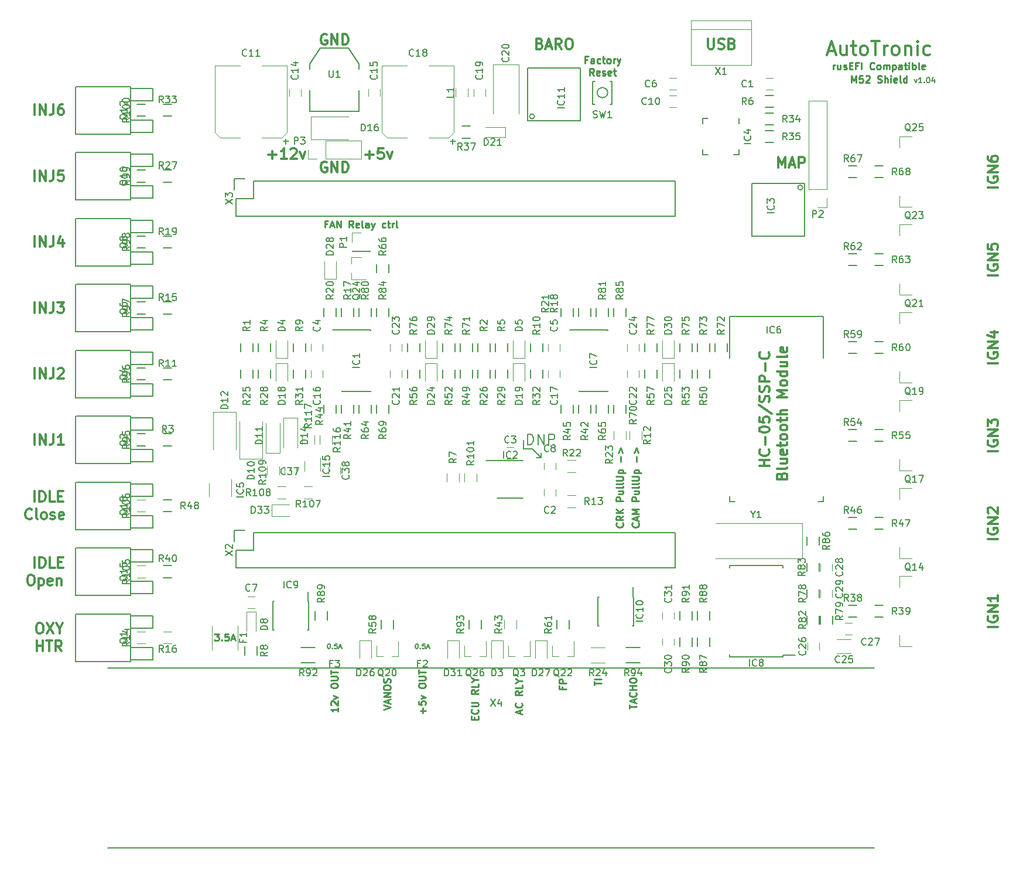
<source format=gbr>
G04 #@! TF.FileFunction,Legend,Top*
%FSLAX46Y46*%
G04 Gerber Fmt 4.6, Leading zero omitted, Abs format (unit mm)*
G04 Created by KiCad (PCBNEW 4.0.6) date 01/07/18 00:35:13*
%MOMM*%
%LPD*%
G01*
G04 APERTURE LIST*
%ADD10C,0.100000*%
%ADD11C,0.250000*%
%ADD12C,0.300000*%
%ADD13C,0.200000*%
%ADD14C,0.175000*%
%ADD15C,0.120000*%
%ADD16C,0.150000*%
G04 APERTURE END LIST*
D10*
D11*
X48712381Y-97757952D02*
X48712381Y-98329381D01*
X48712381Y-98043667D02*
X47712381Y-98043667D01*
X47855238Y-98138905D01*
X47950476Y-98234143D01*
X47998095Y-98329381D01*
X47807619Y-97377000D02*
X47760000Y-97329381D01*
X47712381Y-97234143D01*
X47712381Y-96996047D01*
X47760000Y-96900809D01*
X47807619Y-96853190D01*
X47902857Y-96805571D01*
X47998095Y-96805571D01*
X48140952Y-96853190D01*
X48712381Y-97424619D01*
X48712381Y-96805571D01*
X48045714Y-96472238D02*
X48712381Y-96234143D01*
X48045714Y-95996047D01*
X47712381Y-94662714D02*
X47712381Y-94472237D01*
X47760000Y-94376999D01*
X47855238Y-94281761D01*
X48045714Y-94234142D01*
X48379048Y-94234142D01*
X48569524Y-94281761D01*
X48664762Y-94376999D01*
X48712381Y-94472237D01*
X48712381Y-94662714D01*
X48664762Y-94757952D01*
X48569524Y-94853190D01*
X48379048Y-94900809D01*
X48045714Y-94900809D01*
X47855238Y-94853190D01*
X47760000Y-94757952D01*
X47712381Y-94662714D01*
X47712381Y-93805571D02*
X48521905Y-93805571D01*
X48617143Y-93757952D01*
X48664762Y-93710333D01*
X48712381Y-93615095D01*
X48712381Y-93424618D01*
X48664762Y-93329380D01*
X48617143Y-93281761D01*
X48521905Y-93234142D01*
X47712381Y-93234142D01*
X47712381Y-92900809D02*
X47712381Y-92329380D01*
X48712381Y-92615095D02*
X47712381Y-92615095D01*
X55332381Y-98043714D02*
X56332381Y-97710381D01*
X55332381Y-97377047D01*
X56046667Y-97091333D02*
X56046667Y-96615142D01*
X56332381Y-97186571D02*
X55332381Y-96853238D01*
X56332381Y-96519904D01*
X56332381Y-96186571D02*
X55332381Y-96186571D01*
X56332381Y-95615142D01*
X55332381Y-95615142D01*
X55332381Y-94948476D02*
X55332381Y-94757999D01*
X55380000Y-94662761D01*
X55475238Y-94567523D01*
X55665714Y-94519904D01*
X55999048Y-94519904D01*
X56189524Y-94567523D01*
X56284762Y-94662761D01*
X56332381Y-94757999D01*
X56332381Y-94948476D01*
X56284762Y-95043714D01*
X56189524Y-95138952D01*
X55999048Y-95186571D01*
X55665714Y-95186571D01*
X55475238Y-95138952D01*
X55380000Y-95043714D01*
X55332381Y-94948476D01*
X56284762Y-94138952D02*
X56332381Y-93996095D01*
X56332381Y-93757999D01*
X56284762Y-93662761D01*
X56237143Y-93615142D01*
X56141905Y-93567523D01*
X56046667Y-93567523D01*
X55951429Y-93615142D01*
X55903810Y-93662761D01*
X55856190Y-93757999D01*
X55808571Y-93948476D01*
X55760952Y-94043714D01*
X55713333Y-94091333D01*
X55618095Y-94138952D01*
X55522857Y-94138952D01*
X55427619Y-94091333D01*
X55380000Y-94043714D01*
X55332381Y-93948476D01*
X55332381Y-93710380D01*
X55380000Y-93567523D01*
X61031429Y-98551619D02*
X61031429Y-97789714D01*
X61412381Y-98170666D02*
X60650476Y-98170666D01*
X60412381Y-96837333D02*
X60412381Y-97313524D01*
X60888571Y-97361143D01*
X60840952Y-97313524D01*
X60793333Y-97218286D01*
X60793333Y-96980190D01*
X60840952Y-96884952D01*
X60888571Y-96837333D01*
X60983810Y-96789714D01*
X61221905Y-96789714D01*
X61317143Y-96837333D01*
X61364762Y-96884952D01*
X61412381Y-96980190D01*
X61412381Y-97218286D01*
X61364762Y-97313524D01*
X61317143Y-97361143D01*
X60745714Y-96456381D02*
X61412381Y-96218286D01*
X60745714Y-95980190D01*
X60412381Y-94646857D02*
X60412381Y-94456380D01*
X60460000Y-94361142D01*
X60555238Y-94265904D01*
X60745714Y-94218285D01*
X61079048Y-94218285D01*
X61269524Y-94265904D01*
X61364762Y-94361142D01*
X61412381Y-94456380D01*
X61412381Y-94646857D01*
X61364762Y-94742095D01*
X61269524Y-94837333D01*
X61079048Y-94884952D01*
X60745714Y-94884952D01*
X60555238Y-94837333D01*
X60460000Y-94742095D01*
X60412381Y-94646857D01*
X60412381Y-93789714D02*
X61221905Y-93789714D01*
X61317143Y-93742095D01*
X61364762Y-93694476D01*
X61412381Y-93599238D01*
X61412381Y-93408761D01*
X61364762Y-93313523D01*
X61317143Y-93265904D01*
X61221905Y-93218285D01*
X60412381Y-93218285D01*
X60412381Y-92884952D02*
X60412381Y-92313523D01*
X61412381Y-92599238D02*
X60412381Y-92599238D01*
X68508571Y-99472381D02*
X68508571Y-99139047D01*
X69032381Y-98996190D02*
X69032381Y-99472381D01*
X68032381Y-99472381D01*
X68032381Y-98996190D01*
X68937143Y-97996190D02*
X68984762Y-98043809D01*
X69032381Y-98186666D01*
X69032381Y-98281904D01*
X68984762Y-98424762D01*
X68889524Y-98520000D01*
X68794286Y-98567619D01*
X68603810Y-98615238D01*
X68460952Y-98615238D01*
X68270476Y-98567619D01*
X68175238Y-98520000D01*
X68080000Y-98424762D01*
X68032381Y-98281904D01*
X68032381Y-98186666D01*
X68080000Y-98043809D01*
X68127619Y-97996190D01*
X68032381Y-97567619D02*
X68841905Y-97567619D01*
X68937143Y-97520000D01*
X68984762Y-97472381D01*
X69032381Y-97377143D01*
X69032381Y-97186666D01*
X68984762Y-97091428D01*
X68937143Y-97043809D01*
X68841905Y-96996190D01*
X68032381Y-96996190D01*
X69032381Y-95186666D02*
X68556190Y-95520000D01*
X69032381Y-95758095D02*
X68032381Y-95758095D01*
X68032381Y-95377142D01*
X68080000Y-95281904D01*
X68127619Y-95234285D01*
X68222857Y-95186666D01*
X68365714Y-95186666D01*
X68460952Y-95234285D01*
X68508571Y-95281904D01*
X68556190Y-95377142D01*
X68556190Y-95758095D01*
X69032381Y-94281904D02*
X69032381Y-94758095D01*
X68032381Y-94758095D01*
X68556190Y-93758095D02*
X69032381Y-93758095D01*
X68032381Y-94091428D02*
X68556190Y-93758095D01*
X68032381Y-93424761D01*
X75096667Y-98591381D02*
X75096667Y-98115190D01*
X75382381Y-98686619D02*
X74382381Y-98353286D01*
X75382381Y-98019952D01*
X75287143Y-97115190D02*
X75334762Y-97162809D01*
X75382381Y-97305666D01*
X75382381Y-97400904D01*
X75334762Y-97543762D01*
X75239524Y-97639000D01*
X75144286Y-97686619D01*
X74953810Y-97734238D01*
X74810952Y-97734238D01*
X74620476Y-97686619D01*
X74525238Y-97639000D01*
X74430000Y-97543762D01*
X74382381Y-97400904D01*
X74382381Y-97305666D01*
X74430000Y-97162809D01*
X74477619Y-97115190D01*
X75382381Y-95353285D02*
X74906190Y-95686619D01*
X75382381Y-95924714D02*
X74382381Y-95924714D01*
X74382381Y-95543761D01*
X74430000Y-95448523D01*
X74477619Y-95400904D01*
X74572857Y-95353285D01*
X74715714Y-95353285D01*
X74810952Y-95400904D01*
X74858571Y-95448523D01*
X74906190Y-95543761D01*
X74906190Y-95924714D01*
X75382381Y-94448523D02*
X75382381Y-94924714D01*
X74382381Y-94924714D01*
X74906190Y-93924714D02*
X75382381Y-93924714D01*
X74382381Y-94258047D02*
X74906190Y-93924714D01*
X74382381Y-93591380D01*
X81208571Y-94718142D02*
X81208571Y-95051476D01*
X81732381Y-95051476D02*
X80732381Y-95051476D01*
X80732381Y-94575285D01*
X81732381Y-94194333D02*
X80732381Y-94194333D01*
X80732381Y-93813380D01*
X80780000Y-93718142D01*
X80827619Y-93670523D01*
X80922857Y-93622904D01*
X81065714Y-93622904D01*
X81160952Y-93670523D01*
X81208571Y-93718142D01*
X81256190Y-93813380D01*
X81256190Y-94194333D01*
X85812381Y-94503809D02*
X85812381Y-93932380D01*
X86812381Y-94218095D02*
X85812381Y-94218095D01*
X86812381Y-93599047D02*
X85812381Y-93599047D01*
X90892381Y-97892905D02*
X90892381Y-97321476D01*
X91892381Y-97607191D02*
X90892381Y-97607191D01*
X91606667Y-97035762D02*
X91606667Y-96559571D01*
X91892381Y-97131000D02*
X90892381Y-96797667D01*
X91892381Y-96464333D01*
X91797143Y-95559571D02*
X91844762Y-95607190D01*
X91892381Y-95750047D01*
X91892381Y-95845285D01*
X91844762Y-95988143D01*
X91749524Y-96083381D01*
X91654286Y-96131000D01*
X91463810Y-96178619D01*
X91320952Y-96178619D01*
X91130476Y-96131000D01*
X91035238Y-96083381D01*
X90940000Y-95988143D01*
X90892381Y-95845285D01*
X90892381Y-95750047D01*
X90940000Y-95607190D01*
X90987619Y-95559571D01*
X91892381Y-95131000D02*
X90892381Y-95131000D01*
X91368571Y-95131000D02*
X91368571Y-94559571D01*
X91892381Y-94559571D02*
X90892381Y-94559571D01*
X90892381Y-93892905D02*
X90892381Y-93702428D01*
X90940000Y-93607190D01*
X91035238Y-93511952D01*
X91225714Y-93464333D01*
X91559048Y-93464333D01*
X91749524Y-93511952D01*
X91844762Y-93607190D01*
X91892381Y-93702428D01*
X91892381Y-93892905D01*
X91844762Y-93988143D01*
X91749524Y-94083381D01*
X91559048Y-94131000D01*
X91225714Y-94131000D01*
X91035238Y-94083381D01*
X90940000Y-93988143D01*
X90892381Y-93892905D01*
X84828333Y-4133571D02*
X84494999Y-4133571D01*
X84494999Y-4657381D02*
X84494999Y-3657381D01*
X84971190Y-3657381D01*
X85780714Y-4657381D02*
X85780714Y-4133571D01*
X85733095Y-4038333D01*
X85637857Y-3990714D01*
X85447380Y-3990714D01*
X85352142Y-4038333D01*
X85780714Y-4609762D02*
X85685476Y-4657381D01*
X85447380Y-4657381D01*
X85352142Y-4609762D01*
X85304523Y-4514524D01*
X85304523Y-4419286D01*
X85352142Y-4324048D01*
X85447380Y-4276429D01*
X85685476Y-4276429D01*
X85780714Y-4228810D01*
X86685476Y-4609762D02*
X86590238Y-4657381D01*
X86399761Y-4657381D01*
X86304523Y-4609762D01*
X86256904Y-4562143D01*
X86209285Y-4466905D01*
X86209285Y-4181190D01*
X86256904Y-4085952D01*
X86304523Y-4038333D01*
X86399761Y-3990714D01*
X86590238Y-3990714D01*
X86685476Y-4038333D01*
X86971190Y-3990714D02*
X87352142Y-3990714D01*
X87114047Y-3657381D02*
X87114047Y-4514524D01*
X87161666Y-4609762D01*
X87256904Y-4657381D01*
X87352142Y-4657381D01*
X87828333Y-4657381D02*
X87733095Y-4609762D01*
X87685476Y-4562143D01*
X87637857Y-4466905D01*
X87637857Y-4181190D01*
X87685476Y-4085952D01*
X87733095Y-4038333D01*
X87828333Y-3990714D01*
X87971191Y-3990714D01*
X88066429Y-4038333D01*
X88114048Y-4085952D01*
X88161667Y-4181190D01*
X88161667Y-4466905D01*
X88114048Y-4562143D01*
X88066429Y-4609762D01*
X87971191Y-4657381D01*
X87828333Y-4657381D01*
X88590238Y-4657381D02*
X88590238Y-3990714D01*
X88590238Y-4181190D02*
X88637857Y-4085952D01*
X88685476Y-4038333D01*
X88780714Y-3990714D01*
X88875953Y-3990714D01*
X89114048Y-3990714D02*
X89352143Y-4657381D01*
X89590239Y-3990714D02*
X89352143Y-4657381D01*
X89256905Y-4895476D01*
X89209286Y-4943095D01*
X89114048Y-4990714D01*
X85756905Y-6407381D02*
X85423571Y-5931190D01*
X85185476Y-6407381D02*
X85185476Y-5407381D01*
X85566429Y-5407381D01*
X85661667Y-5455000D01*
X85709286Y-5502619D01*
X85756905Y-5597857D01*
X85756905Y-5740714D01*
X85709286Y-5835952D01*
X85661667Y-5883571D01*
X85566429Y-5931190D01*
X85185476Y-5931190D01*
X86566429Y-6359762D02*
X86471191Y-6407381D01*
X86280714Y-6407381D01*
X86185476Y-6359762D01*
X86137857Y-6264524D01*
X86137857Y-5883571D01*
X86185476Y-5788333D01*
X86280714Y-5740714D01*
X86471191Y-5740714D01*
X86566429Y-5788333D01*
X86614048Y-5883571D01*
X86614048Y-5978810D01*
X86137857Y-6074048D01*
X86995000Y-6359762D02*
X87090238Y-6407381D01*
X87280714Y-6407381D01*
X87375953Y-6359762D01*
X87423572Y-6264524D01*
X87423572Y-6216905D01*
X87375953Y-6121667D01*
X87280714Y-6074048D01*
X87137857Y-6074048D01*
X87042619Y-6026429D01*
X86995000Y-5931190D01*
X86995000Y-5883571D01*
X87042619Y-5788333D01*
X87137857Y-5740714D01*
X87280714Y-5740714D01*
X87375953Y-5788333D01*
X88233096Y-6359762D02*
X88137858Y-6407381D01*
X87947381Y-6407381D01*
X87852143Y-6359762D01*
X87804524Y-6264524D01*
X87804524Y-5883571D01*
X87852143Y-5788333D01*
X87947381Y-5740714D01*
X88137858Y-5740714D01*
X88233096Y-5788333D01*
X88280715Y-5883571D01*
X88280715Y-5978810D01*
X87804524Y-6074048D01*
X88566429Y-5740714D02*
X88947381Y-5740714D01*
X88709286Y-5407381D02*
X88709286Y-6264524D01*
X88756905Y-6359762D01*
X88852143Y-6407381D01*
X88947381Y-6407381D01*
D12*
X47117143Y-18935000D02*
X46974286Y-18863571D01*
X46760000Y-18863571D01*
X46545715Y-18935000D01*
X46402857Y-19077857D01*
X46331429Y-19220714D01*
X46260000Y-19506429D01*
X46260000Y-19720714D01*
X46331429Y-20006429D01*
X46402857Y-20149286D01*
X46545715Y-20292143D01*
X46760000Y-20363571D01*
X46902857Y-20363571D01*
X47117143Y-20292143D01*
X47188572Y-20220714D01*
X47188572Y-19720714D01*
X46902857Y-19720714D01*
X47831429Y-20363571D02*
X47831429Y-18863571D01*
X48688572Y-20363571D01*
X48688572Y-18863571D01*
X49402858Y-20363571D02*
X49402858Y-18863571D01*
X49760001Y-18863571D01*
X49974286Y-18935000D01*
X50117144Y-19077857D01*
X50188572Y-19220714D01*
X50260001Y-19506429D01*
X50260001Y-19720714D01*
X50188572Y-20006429D01*
X50117144Y-20149286D01*
X49974286Y-20292143D01*
X49760001Y-20363571D01*
X49402858Y-20363571D01*
D11*
X92178143Y-71055857D02*
X92225762Y-71103476D01*
X92273381Y-71246333D01*
X92273381Y-71341571D01*
X92225762Y-71484429D01*
X92130524Y-71579667D01*
X92035286Y-71627286D01*
X91844810Y-71674905D01*
X91701952Y-71674905D01*
X91511476Y-71627286D01*
X91416238Y-71579667D01*
X91321000Y-71484429D01*
X91273381Y-71341571D01*
X91273381Y-71246333D01*
X91321000Y-71103476D01*
X91368619Y-71055857D01*
X91987667Y-70674905D02*
X91987667Y-70198714D01*
X92273381Y-70770143D02*
X91273381Y-70436810D01*
X92273381Y-70103476D01*
X92273381Y-69770143D02*
X91273381Y-69770143D01*
X91987667Y-69436809D01*
X91273381Y-69103476D01*
X92273381Y-69103476D01*
X92273381Y-67865381D02*
X91273381Y-67865381D01*
X91273381Y-67484428D01*
X91321000Y-67389190D01*
X91368619Y-67341571D01*
X91463857Y-67293952D01*
X91606714Y-67293952D01*
X91701952Y-67341571D01*
X91749571Y-67389190D01*
X91797190Y-67484428D01*
X91797190Y-67865381D01*
X91606714Y-66436809D02*
X92273381Y-66436809D01*
X91606714Y-66865381D02*
X92130524Y-66865381D01*
X92225762Y-66817762D01*
X92273381Y-66722524D01*
X92273381Y-66579666D01*
X92225762Y-66484428D01*
X92178143Y-66436809D01*
X92273381Y-65817762D02*
X92225762Y-65913000D01*
X92130524Y-65960619D01*
X91273381Y-65960619D01*
X92273381Y-65293952D02*
X92225762Y-65389190D01*
X92130524Y-65436809D01*
X91273381Y-65436809D01*
X91273381Y-64912999D02*
X92082905Y-64912999D01*
X92178143Y-64865380D01*
X92225762Y-64817761D01*
X92273381Y-64722523D01*
X92273381Y-64532046D01*
X92225762Y-64436808D01*
X92178143Y-64389189D01*
X92082905Y-64341570D01*
X91273381Y-64341570D01*
X91606714Y-63865380D02*
X92606714Y-63865380D01*
X91654333Y-63865380D02*
X91606714Y-63770142D01*
X91606714Y-63579665D01*
X91654333Y-63484427D01*
X91701952Y-63436808D01*
X91797190Y-63389189D01*
X92082905Y-63389189D01*
X92178143Y-63436808D01*
X92225762Y-63484427D01*
X92273381Y-63579665D01*
X92273381Y-63770142D01*
X92225762Y-63865380D01*
X91892429Y-62198713D02*
X91892429Y-61436808D01*
X91606714Y-60960618D02*
X91892429Y-60198713D01*
X92178143Y-60960618D01*
X89892143Y-71055857D02*
X89939762Y-71103476D01*
X89987381Y-71246333D01*
X89987381Y-71341571D01*
X89939762Y-71484429D01*
X89844524Y-71579667D01*
X89749286Y-71627286D01*
X89558810Y-71674905D01*
X89415952Y-71674905D01*
X89225476Y-71627286D01*
X89130238Y-71579667D01*
X89035000Y-71484429D01*
X88987381Y-71341571D01*
X88987381Y-71246333D01*
X89035000Y-71103476D01*
X89082619Y-71055857D01*
X89987381Y-70055857D02*
X89511190Y-70389191D01*
X89987381Y-70627286D02*
X88987381Y-70627286D01*
X88987381Y-70246333D01*
X89035000Y-70151095D01*
X89082619Y-70103476D01*
X89177857Y-70055857D01*
X89320714Y-70055857D01*
X89415952Y-70103476D01*
X89463571Y-70151095D01*
X89511190Y-70246333D01*
X89511190Y-70627286D01*
X89987381Y-69627286D02*
X88987381Y-69627286D01*
X89987381Y-69055857D02*
X89415952Y-69484429D01*
X88987381Y-69055857D02*
X89558810Y-69627286D01*
X89987381Y-67865381D02*
X88987381Y-67865381D01*
X88987381Y-67484428D01*
X89035000Y-67389190D01*
X89082619Y-67341571D01*
X89177857Y-67293952D01*
X89320714Y-67293952D01*
X89415952Y-67341571D01*
X89463571Y-67389190D01*
X89511190Y-67484428D01*
X89511190Y-67865381D01*
X89320714Y-66436809D02*
X89987381Y-66436809D01*
X89320714Y-66865381D02*
X89844524Y-66865381D01*
X89939762Y-66817762D01*
X89987381Y-66722524D01*
X89987381Y-66579666D01*
X89939762Y-66484428D01*
X89892143Y-66436809D01*
X89987381Y-65817762D02*
X89939762Y-65913000D01*
X89844524Y-65960619D01*
X88987381Y-65960619D01*
X89987381Y-65293952D02*
X89939762Y-65389190D01*
X89844524Y-65436809D01*
X88987381Y-65436809D01*
X88987381Y-64912999D02*
X89796905Y-64912999D01*
X89892143Y-64865380D01*
X89939762Y-64817761D01*
X89987381Y-64722523D01*
X89987381Y-64532046D01*
X89939762Y-64436808D01*
X89892143Y-64389189D01*
X89796905Y-64341570D01*
X88987381Y-64341570D01*
X89320714Y-63865380D02*
X90320714Y-63865380D01*
X89368333Y-63865380D02*
X89320714Y-63770142D01*
X89320714Y-63579665D01*
X89368333Y-63484427D01*
X89415952Y-63436808D01*
X89511190Y-63389189D01*
X89796905Y-63389189D01*
X89892143Y-63436808D01*
X89939762Y-63484427D01*
X89987381Y-63579665D01*
X89987381Y-63770142D01*
X89939762Y-63865380D01*
X89606429Y-62198713D02*
X89606429Y-61436808D01*
X89320714Y-60960618D02*
X89606429Y-60198713D01*
X89892143Y-60960618D01*
D13*
X132080191Y-6940571D02*
X132270667Y-7473905D01*
X132461143Y-6940571D01*
X133184953Y-7473905D02*
X132727810Y-7473905D01*
X132956381Y-7473905D02*
X132956381Y-6673905D01*
X132880191Y-6788190D01*
X132804000Y-6864381D01*
X132727810Y-6902476D01*
X133527810Y-7397714D02*
X133565905Y-7435810D01*
X133527810Y-7473905D01*
X133489715Y-7435810D01*
X133527810Y-7397714D01*
X133527810Y-7473905D01*
X134061143Y-6673905D02*
X134137334Y-6673905D01*
X134213524Y-6712000D01*
X134251619Y-6750095D01*
X134289715Y-6826286D01*
X134327810Y-6978667D01*
X134327810Y-7169143D01*
X134289715Y-7321524D01*
X134251619Y-7397714D01*
X134213524Y-7435810D01*
X134137334Y-7473905D01*
X134061143Y-7473905D01*
X133984953Y-7435810D01*
X133946857Y-7397714D01*
X133908762Y-7321524D01*
X133870667Y-7169143D01*
X133870667Y-6978667D01*
X133908762Y-6826286D01*
X133946857Y-6750095D01*
X133984953Y-6712000D01*
X134061143Y-6673905D01*
X135013524Y-6940571D02*
X135013524Y-7473905D01*
X134823048Y-6635810D02*
X134632572Y-7207238D01*
X135127810Y-7207238D01*
X75565000Y-60325000D02*
X75565000Y-59055000D01*
X76835000Y-60325000D02*
X75565000Y-60325000D01*
X78105000Y-61595000D02*
X77470000Y-61595000D01*
X78105000Y-61595000D02*
X78105000Y-60960000D01*
X76835000Y-60325000D02*
X78105000Y-61595000D01*
X76176429Y-59733571D02*
X76176429Y-58233571D01*
X76533572Y-58233571D01*
X76747857Y-58305000D01*
X76890715Y-58447857D01*
X76962143Y-58590714D01*
X77033572Y-58876429D01*
X77033572Y-59090714D01*
X76962143Y-59376429D01*
X76890715Y-59519286D01*
X76747857Y-59662143D01*
X76533572Y-59733571D01*
X76176429Y-59733571D01*
X77676429Y-59733571D02*
X77676429Y-58233571D01*
X78533572Y-59733571D01*
X78533572Y-58233571D01*
X79247858Y-59733571D02*
X79247858Y-58233571D01*
X79819286Y-58233571D01*
X79962144Y-58305000D01*
X80033572Y-58376429D01*
X80105001Y-58519286D01*
X80105001Y-58733571D01*
X80033572Y-58876429D01*
X79962144Y-58947857D01*
X79819286Y-59019286D01*
X79247858Y-59019286D01*
D14*
X60126667Y-88516667D02*
X60193334Y-88516667D01*
X60260000Y-88550000D01*
X60293334Y-88583333D01*
X60326667Y-88650000D01*
X60360000Y-88783333D01*
X60360000Y-88950000D01*
X60326667Y-89083333D01*
X60293334Y-89150000D01*
X60260000Y-89183333D01*
X60193334Y-89216667D01*
X60126667Y-89216667D01*
X60060000Y-89183333D01*
X60026667Y-89150000D01*
X59993334Y-89083333D01*
X59960000Y-88950000D01*
X59960000Y-88783333D01*
X59993334Y-88650000D01*
X60026667Y-88583333D01*
X60060000Y-88550000D01*
X60126667Y-88516667D01*
X60660001Y-89150000D02*
X60693334Y-89183333D01*
X60660001Y-89216667D01*
X60626667Y-89183333D01*
X60660001Y-89150000D01*
X60660001Y-89216667D01*
X61326667Y-88516667D02*
X60993334Y-88516667D01*
X60960000Y-88850000D01*
X60993334Y-88816667D01*
X61060000Y-88783333D01*
X61226667Y-88783333D01*
X61293334Y-88816667D01*
X61326667Y-88850000D01*
X61360000Y-88916667D01*
X61360000Y-89083333D01*
X61326667Y-89150000D01*
X61293334Y-89183333D01*
X61226667Y-89216667D01*
X61060000Y-89216667D01*
X60993334Y-89183333D01*
X60960000Y-89150000D01*
X61626667Y-89016667D02*
X61960001Y-89016667D01*
X61560001Y-89216667D02*
X61793334Y-88516667D01*
X62026667Y-89216667D01*
X47426667Y-88516667D02*
X47493334Y-88516667D01*
X47560000Y-88550000D01*
X47593334Y-88583333D01*
X47626667Y-88650000D01*
X47660000Y-88783333D01*
X47660000Y-88950000D01*
X47626667Y-89083333D01*
X47593334Y-89150000D01*
X47560000Y-89183333D01*
X47493334Y-89216667D01*
X47426667Y-89216667D01*
X47360000Y-89183333D01*
X47326667Y-89150000D01*
X47293334Y-89083333D01*
X47260000Y-88950000D01*
X47260000Y-88783333D01*
X47293334Y-88650000D01*
X47326667Y-88583333D01*
X47360000Y-88550000D01*
X47426667Y-88516667D01*
X47960001Y-89150000D02*
X47993334Y-89183333D01*
X47960001Y-89216667D01*
X47926667Y-89183333D01*
X47960001Y-89150000D01*
X47960001Y-89216667D01*
X48626667Y-88516667D02*
X48293334Y-88516667D01*
X48260000Y-88850000D01*
X48293334Y-88816667D01*
X48360000Y-88783333D01*
X48526667Y-88783333D01*
X48593334Y-88816667D01*
X48626667Y-88850000D01*
X48660000Y-88916667D01*
X48660000Y-89083333D01*
X48626667Y-89150000D01*
X48593334Y-89183333D01*
X48526667Y-89216667D01*
X48360000Y-89216667D01*
X48293334Y-89183333D01*
X48260000Y-89150000D01*
X48926667Y-89016667D02*
X49260001Y-89016667D01*
X48860001Y-89216667D02*
X49093334Y-88516667D01*
X49326667Y-89216667D01*
D11*
X30908810Y-87082381D02*
X31527858Y-87082381D01*
X31194524Y-87463333D01*
X31337382Y-87463333D01*
X31432620Y-87510952D01*
X31480239Y-87558571D01*
X31527858Y-87653810D01*
X31527858Y-87891905D01*
X31480239Y-87987143D01*
X31432620Y-88034762D01*
X31337382Y-88082381D01*
X31051667Y-88082381D01*
X30956429Y-88034762D01*
X30908810Y-87987143D01*
X31956429Y-87987143D02*
X32004048Y-88034762D01*
X31956429Y-88082381D01*
X31908810Y-88034762D01*
X31956429Y-87987143D01*
X31956429Y-88082381D01*
X32908810Y-87082381D02*
X32432619Y-87082381D01*
X32385000Y-87558571D01*
X32432619Y-87510952D01*
X32527857Y-87463333D01*
X32765953Y-87463333D01*
X32861191Y-87510952D01*
X32908810Y-87558571D01*
X32956429Y-87653810D01*
X32956429Y-87891905D01*
X32908810Y-87987143D01*
X32861191Y-88034762D01*
X32765953Y-88082381D01*
X32527857Y-88082381D01*
X32432619Y-88034762D01*
X32385000Y-87987143D01*
X33337381Y-87796667D02*
X33813572Y-87796667D01*
X33242143Y-88082381D02*
X33575476Y-87082381D01*
X33908810Y-88082381D01*
D12*
X47117143Y-520000D02*
X46974286Y-448571D01*
X46760000Y-448571D01*
X46545715Y-520000D01*
X46402857Y-662857D01*
X46331429Y-805714D01*
X46260000Y-1091429D01*
X46260000Y-1305714D01*
X46331429Y-1591429D01*
X46402857Y-1734286D01*
X46545715Y-1877143D01*
X46760000Y-1948571D01*
X46902857Y-1948571D01*
X47117143Y-1877143D01*
X47188572Y-1805714D01*
X47188572Y-1305714D01*
X46902857Y-1305714D01*
X47831429Y-1948571D02*
X47831429Y-448571D01*
X48688572Y-1948571D01*
X48688572Y-448571D01*
X49402858Y-1948571D02*
X49402858Y-448571D01*
X49760001Y-448571D01*
X49974286Y-520000D01*
X50117144Y-662857D01*
X50188572Y-805714D01*
X50260001Y-1091429D01*
X50260001Y-1305714D01*
X50188572Y-1591429D01*
X50117144Y-1734286D01*
X49974286Y-1877143D01*
X49760001Y-1948571D01*
X49402858Y-1948571D01*
X38703572Y-17887143D02*
X39846429Y-17887143D01*
X39275000Y-18458571D02*
X39275000Y-17315714D01*
X41346429Y-18458571D02*
X40489286Y-18458571D01*
X40917858Y-18458571D02*
X40917858Y-16958571D01*
X40775001Y-17172857D01*
X40632143Y-17315714D01*
X40489286Y-17387143D01*
X41917857Y-17101429D02*
X41989286Y-17030000D01*
X42132143Y-16958571D01*
X42489286Y-16958571D01*
X42632143Y-17030000D01*
X42703572Y-17101429D01*
X42775000Y-17244286D01*
X42775000Y-17387143D01*
X42703572Y-17601429D01*
X41846429Y-18458571D01*
X42775000Y-18458571D01*
X43275000Y-17458571D02*
X43632143Y-18458571D01*
X43989285Y-17458571D01*
X52752858Y-17887143D02*
X53895715Y-17887143D01*
X53324286Y-18458571D02*
X53324286Y-17315714D01*
X55324287Y-16958571D02*
X54610001Y-16958571D01*
X54538572Y-17672857D01*
X54610001Y-17601429D01*
X54752858Y-17530000D01*
X55110001Y-17530000D01*
X55252858Y-17601429D01*
X55324287Y-17672857D01*
X55395715Y-17815714D01*
X55395715Y-18172857D01*
X55324287Y-18315714D01*
X55252858Y-18387143D01*
X55110001Y-18458571D01*
X54752858Y-18458571D01*
X54610001Y-18387143D01*
X54538572Y-18315714D01*
X55895715Y-17458571D02*
X56252858Y-18458571D01*
X56610000Y-17458571D01*
X102247143Y-1083571D02*
X102247143Y-2297857D01*
X102318571Y-2440714D01*
X102390000Y-2512143D01*
X102532857Y-2583571D01*
X102818571Y-2583571D01*
X102961429Y-2512143D01*
X103032857Y-2440714D01*
X103104286Y-2297857D01*
X103104286Y-1083571D01*
X103747143Y-2512143D02*
X103961429Y-2583571D01*
X104318572Y-2583571D01*
X104461429Y-2512143D01*
X104532858Y-2440714D01*
X104604286Y-2297857D01*
X104604286Y-2155000D01*
X104532858Y-2012143D01*
X104461429Y-1940714D01*
X104318572Y-1869286D01*
X104032858Y-1797857D01*
X103890000Y-1726429D01*
X103818572Y-1655000D01*
X103747143Y-1512143D01*
X103747143Y-1369286D01*
X103818572Y-1226429D01*
X103890000Y-1155000D01*
X104032858Y-1083571D01*
X104390000Y-1083571D01*
X104604286Y-1155000D01*
X105747143Y-1797857D02*
X105961429Y-1869286D01*
X106032857Y-1940714D01*
X106104286Y-2083571D01*
X106104286Y-2297857D01*
X106032857Y-2440714D01*
X105961429Y-2512143D01*
X105818571Y-2583571D01*
X105247143Y-2583571D01*
X105247143Y-1083571D01*
X105747143Y-1083571D01*
X105890000Y-1155000D01*
X105961429Y-1226429D01*
X106032857Y-1369286D01*
X106032857Y-1512143D01*
X105961429Y-1655000D01*
X105890000Y-1726429D01*
X105747143Y-1797857D01*
X105247143Y-1797857D01*
X77938572Y-1797857D02*
X78152858Y-1869286D01*
X78224286Y-1940714D01*
X78295715Y-2083571D01*
X78295715Y-2297857D01*
X78224286Y-2440714D01*
X78152858Y-2512143D01*
X78010000Y-2583571D01*
X77438572Y-2583571D01*
X77438572Y-1083571D01*
X77938572Y-1083571D01*
X78081429Y-1155000D01*
X78152858Y-1226429D01*
X78224286Y-1369286D01*
X78224286Y-1512143D01*
X78152858Y-1655000D01*
X78081429Y-1726429D01*
X77938572Y-1797857D01*
X77438572Y-1797857D01*
X78867143Y-2155000D02*
X79581429Y-2155000D01*
X78724286Y-2583571D02*
X79224286Y-1083571D01*
X79724286Y-2583571D01*
X81081429Y-2583571D02*
X80581429Y-1869286D01*
X80224286Y-2583571D02*
X80224286Y-1083571D01*
X80795714Y-1083571D01*
X80938572Y-1155000D01*
X81010000Y-1226429D01*
X81081429Y-1369286D01*
X81081429Y-1583571D01*
X81010000Y-1726429D01*
X80938572Y-1797857D01*
X80795714Y-1869286D01*
X80224286Y-1869286D01*
X82010000Y-1083571D02*
X82295714Y-1083571D01*
X82438572Y-1155000D01*
X82581429Y-1297857D01*
X82652857Y-1583571D01*
X82652857Y-2083571D01*
X82581429Y-2369286D01*
X82438572Y-2512143D01*
X82295714Y-2583571D01*
X82010000Y-2583571D01*
X81867143Y-2512143D01*
X81724286Y-2369286D01*
X81652857Y-2083571D01*
X81652857Y-1583571D01*
X81724286Y-1297857D01*
X81867143Y-1155000D01*
X82010000Y-1083571D01*
X144188571Y-86070000D02*
X142688571Y-86070000D01*
X142760000Y-84570000D02*
X142688571Y-84712857D01*
X142688571Y-84927143D01*
X142760000Y-85141428D01*
X142902857Y-85284286D01*
X143045714Y-85355714D01*
X143331429Y-85427143D01*
X143545714Y-85427143D01*
X143831429Y-85355714D01*
X143974286Y-85284286D01*
X144117143Y-85141428D01*
X144188571Y-84927143D01*
X144188571Y-84784286D01*
X144117143Y-84570000D01*
X144045714Y-84498571D01*
X143545714Y-84498571D01*
X143545714Y-84784286D01*
X144188571Y-83855714D02*
X142688571Y-83855714D01*
X144188571Y-82998571D01*
X142688571Y-82998571D01*
X144188571Y-81498571D02*
X144188571Y-82355714D01*
X144188571Y-81927142D02*
X142688571Y-81927142D01*
X142902857Y-82069999D01*
X143045714Y-82212857D01*
X143117143Y-82355714D01*
X144188571Y-73370000D02*
X142688571Y-73370000D01*
X142760000Y-71870000D02*
X142688571Y-72012857D01*
X142688571Y-72227143D01*
X142760000Y-72441428D01*
X142902857Y-72584286D01*
X143045714Y-72655714D01*
X143331429Y-72727143D01*
X143545714Y-72727143D01*
X143831429Y-72655714D01*
X143974286Y-72584286D01*
X144117143Y-72441428D01*
X144188571Y-72227143D01*
X144188571Y-72084286D01*
X144117143Y-71870000D01*
X144045714Y-71798571D01*
X143545714Y-71798571D01*
X143545714Y-72084286D01*
X144188571Y-71155714D02*
X142688571Y-71155714D01*
X144188571Y-70298571D01*
X142688571Y-70298571D01*
X142831429Y-69655714D02*
X142760000Y-69584285D01*
X142688571Y-69441428D01*
X142688571Y-69084285D01*
X142760000Y-68941428D01*
X142831429Y-68869999D01*
X142974286Y-68798571D01*
X143117143Y-68798571D01*
X143331429Y-68869999D01*
X144188571Y-69727142D01*
X144188571Y-68798571D01*
X144188571Y-60670000D02*
X142688571Y-60670000D01*
X142760000Y-59170000D02*
X142688571Y-59312857D01*
X142688571Y-59527143D01*
X142760000Y-59741428D01*
X142902857Y-59884286D01*
X143045714Y-59955714D01*
X143331429Y-60027143D01*
X143545714Y-60027143D01*
X143831429Y-59955714D01*
X143974286Y-59884286D01*
X144117143Y-59741428D01*
X144188571Y-59527143D01*
X144188571Y-59384286D01*
X144117143Y-59170000D01*
X144045714Y-59098571D01*
X143545714Y-59098571D01*
X143545714Y-59384286D01*
X144188571Y-58455714D02*
X142688571Y-58455714D01*
X144188571Y-57598571D01*
X142688571Y-57598571D01*
X142688571Y-57027142D02*
X142688571Y-56098571D01*
X143260000Y-56598571D01*
X143260000Y-56384285D01*
X143331429Y-56241428D01*
X143402857Y-56169999D01*
X143545714Y-56098571D01*
X143902857Y-56098571D01*
X144045714Y-56169999D01*
X144117143Y-56241428D01*
X144188571Y-56384285D01*
X144188571Y-56812857D01*
X144117143Y-56955714D01*
X144045714Y-57027142D01*
X144188571Y-47970000D02*
X142688571Y-47970000D01*
X142760000Y-46470000D02*
X142688571Y-46612857D01*
X142688571Y-46827143D01*
X142760000Y-47041428D01*
X142902857Y-47184286D01*
X143045714Y-47255714D01*
X143331429Y-47327143D01*
X143545714Y-47327143D01*
X143831429Y-47255714D01*
X143974286Y-47184286D01*
X144117143Y-47041428D01*
X144188571Y-46827143D01*
X144188571Y-46684286D01*
X144117143Y-46470000D01*
X144045714Y-46398571D01*
X143545714Y-46398571D01*
X143545714Y-46684286D01*
X144188571Y-45755714D02*
X142688571Y-45755714D01*
X144188571Y-44898571D01*
X142688571Y-44898571D01*
X143188571Y-43541428D02*
X144188571Y-43541428D01*
X142617143Y-43898571D02*
X143688571Y-44255714D01*
X143688571Y-43327142D01*
X144188571Y-35270000D02*
X142688571Y-35270000D01*
X142760000Y-33770000D02*
X142688571Y-33912857D01*
X142688571Y-34127143D01*
X142760000Y-34341428D01*
X142902857Y-34484286D01*
X143045714Y-34555714D01*
X143331429Y-34627143D01*
X143545714Y-34627143D01*
X143831429Y-34555714D01*
X143974286Y-34484286D01*
X144117143Y-34341428D01*
X144188571Y-34127143D01*
X144188571Y-33984286D01*
X144117143Y-33770000D01*
X144045714Y-33698571D01*
X143545714Y-33698571D01*
X143545714Y-33984286D01*
X144188571Y-33055714D02*
X142688571Y-33055714D01*
X144188571Y-32198571D01*
X142688571Y-32198571D01*
X142688571Y-30769999D02*
X142688571Y-31484285D01*
X143402857Y-31555714D01*
X143331429Y-31484285D01*
X143260000Y-31341428D01*
X143260000Y-30984285D01*
X143331429Y-30841428D01*
X143402857Y-30769999D01*
X143545714Y-30698571D01*
X143902857Y-30698571D01*
X144045714Y-30769999D01*
X144117143Y-30841428D01*
X144188571Y-30984285D01*
X144188571Y-31341428D01*
X144117143Y-31484285D01*
X144045714Y-31555714D01*
X144188571Y-22570000D02*
X142688571Y-22570000D01*
X142760000Y-21070000D02*
X142688571Y-21212857D01*
X142688571Y-21427143D01*
X142760000Y-21641428D01*
X142902857Y-21784286D01*
X143045714Y-21855714D01*
X143331429Y-21927143D01*
X143545714Y-21927143D01*
X143831429Y-21855714D01*
X143974286Y-21784286D01*
X144117143Y-21641428D01*
X144188571Y-21427143D01*
X144188571Y-21284286D01*
X144117143Y-21070000D01*
X144045714Y-20998571D01*
X143545714Y-20998571D01*
X143545714Y-21284286D01*
X144188571Y-20355714D02*
X142688571Y-20355714D01*
X144188571Y-19498571D01*
X142688571Y-19498571D01*
X142688571Y-18141428D02*
X142688571Y-18427142D01*
X142760000Y-18569999D01*
X142831429Y-18641428D01*
X143045714Y-18784285D01*
X143331429Y-18855714D01*
X143902857Y-18855714D01*
X144045714Y-18784285D01*
X144117143Y-18712857D01*
X144188571Y-18569999D01*
X144188571Y-18284285D01*
X144117143Y-18141428D01*
X144045714Y-18069999D01*
X143902857Y-17998571D01*
X143545714Y-17998571D01*
X143402857Y-18069999D01*
X143331429Y-18141428D01*
X143260000Y-18284285D01*
X143260000Y-18569999D01*
X143331429Y-18712857D01*
X143402857Y-18784285D01*
X143545714Y-18855714D01*
X5485000Y-85533571D02*
X5770714Y-85533571D01*
X5913572Y-85605000D01*
X6056429Y-85747857D01*
X6127857Y-86033571D01*
X6127857Y-86533571D01*
X6056429Y-86819286D01*
X5913572Y-86962143D01*
X5770714Y-87033571D01*
X5485000Y-87033571D01*
X5342143Y-86962143D01*
X5199286Y-86819286D01*
X5127857Y-86533571D01*
X5127857Y-86033571D01*
X5199286Y-85747857D01*
X5342143Y-85605000D01*
X5485000Y-85533571D01*
X6627858Y-85533571D02*
X7627858Y-87033571D01*
X7627858Y-85533571D02*
X6627858Y-87033571D01*
X8485000Y-86319286D02*
X8485000Y-87033571D01*
X7985000Y-85533571D02*
X8485000Y-86319286D01*
X8985000Y-85533571D01*
X5235000Y-89583571D02*
X5235000Y-88083571D01*
X5235000Y-88797857D02*
X6092143Y-88797857D01*
X6092143Y-89583571D02*
X6092143Y-88083571D01*
X6592143Y-88083571D02*
X7449286Y-88083571D01*
X7020715Y-89583571D02*
X7020715Y-88083571D01*
X8806429Y-89583571D02*
X8306429Y-88869286D01*
X7949286Y-89583571D02*
X7949286Y-88083571D01*
X8520714Y-88083571D01*
X8663572Y-88155000D01*
X8735000Y-88226429D01*
X8806429Y-88369286D01*
X8806429Y-88583571D01*
X8735000Y-88726429D01*
X8663572Y-88797857D01*
X8520714Y-88869286D01*
X7949286Y-88869286D01*
X4885714Y-77508571D02*
X4885714Y-76008571D01*
X5600000Y-77508571D02*
X5600000Y-76008571D01*
X5957143Y-76008571D01*
X6171428Y-76080000D01*
X6314286Y-76222857D01*
X6385714Y-76365714D01*
X6457143Y-76651429D01*
X6457143Y-76865714D01*
X6385714Y-77151429D01*
X6314286Y-77294286D01*
X6171428Y-77437143D01*
X5957143Y-77508571D01*
X5600000Y-77508571D01*
X7814286Y-77508571D02*
X7100000Y-77508571D01*
X7100000Y-76008571D01*
X8314286Y-76722857D02*
X8814286Y-76722857D01*
X9028572Y-77508571D02*
X8314286Y-77508571D01*
X8314286Y-76008571D01*
X9028572Y-76008571D01*
X4207143Y-78558571D02*
X4492857Y-78558571D01*
X4635715Y-78630000D01*
X4778572Y-78772857D01*
X4850000Y-79058571D01*
X4850000Y-79558571D01*
X4778572Y-79844286D01*
X4635715Y-79987143D01*
X4492857Y-80058571D01*
X4207143Y-80058571D01*
X4064286Y-79987143D01*
X3921429Y-79844286D01*
X3850000Y-79558571D01*
X3850000Y-79058571D01*
X3921429Y-78772857D01*
X4064286Y-78630000D01*
X4207143Y-78558571D01*
X5492858Y-79058571D02*
X5492858Y-80558571D01*
X5492858Y-79130000D02*
X5635715Y-79058571D01*
X5921429Y-79058571D01*
X6064286Y-79130000D01*
X6135715Y-79201429D01*
X6207144Y-79344286D01*
X6207144Y-79772857D01*
X6135715Y-79915714D01*
X6064286Y-79987143D01*
X5921429Y-80058571D01*
X5635715Y-80058571D01*
X5492858Y-79987143D01*
X7421429Y-79987143D02*
X7278572Y-80058571D01*
X6992858Y-80058571D01*
X6850001Y-79987143D01*
X6778572Y-79844286D01*
X6778572Y-79272857D01*
X6850001Y-79130000D01*
X6992858Y-79058571D01*
X7278572Y-79058571D01*
X7421429Y-79130000D01*
X7492858Y-79272857D01*
X7492858Y-79415714D01*
X6778572Y-79558571D01*
X8135715Y-79058571D02*
X8135715Y-80058571D01*
X8135715Y-79201429D02*
X8207143Y-79130000D01*
X8350001Y-79058571D01*
X8564286Y-79058571D01*
X8707143Y-79130000D01*
X8778572Y-79272857D01*
X8778572Y-80058571D01*
X4885714Y-67983571D02*
X4885714Y-66483571D01*
X5600000Y-67983571D02*
X5600000Y-66483571D01*
X5957143Y-66483571D01*
X6171428Y-66555000D01*
X6314286Y-66697857D01*
X6385714Y-66840714D01*
X6457143Y-67126429D01*
X6457143Y-67340714D01*
X6385714Y-67626429D01*
X6314286Y-67769286D01*
X6171428Y-67912143D01*
X5957143Y-67983571D01*
X5600000Y-67983571D01*
X7814286Y-67983571D02*
X7100000Y-67983571D01*
X7100000Y-66483571D01*
X8314286Y-67197857D02*
X8814286Y-67197857D01*
X9028572Y-67983571D02*
X8314286Y-67983571D01*
X8314286Y-66483571D01*
X9028572Y-66483571D01*
X4492858Y-70390714D02*
X4421429Y-70462143D01*
X4207143Y-70533571D01*
X4064286Y-70533571D01*
X3850001Y-70462143D01*
X3707143Y-70319286D01*
X3635715Y-70176429D01*
X3564286Y-69890714D01*
X3564286Y-69676429D01*
X3635715Y-69390714D01*
X3707143Y-69247857D01*
X3850001Y-69105000D01*
X4064286Y-69033571D01*
X4207143Y-69033571D01*
X4421429Y-69105000D01*
X4492858Y-69176429D01*
X5350001Y-70533571D02*
X5207143Y-70462143D01*
X5135715Y-70319286D01*
X5135715Y-69033571D01*
X6135715Y-70533571D02*
X5992857Y-70462143D01*
X5921429Y-70390714D01*
X5850000Y-70247857D01*
X5850000Y-69819286D01*
X5921429Y-69676429D01*
X5992857Y-69605000D01*
X6135715Y-69533571D01*
X6350000Y-69533571D01*
X6492857Y-69605000D01*
X6564286Y-69676429D01*
X6635715Y-69819286D01*
X6635715Y-70247857D01*
X6564286Y-70390714D01*
X6492857Y-70462143D01*
X6350000Y-70533571D01*
X6135715Y-70533571D01*
X7207143Y-70462143D02*
X7350000Y-70533571D01*
X7635715Y-70533571D01*
X7778572Y-70462143D01*
X7850000Y-70319286D01*
X7850000Y-70247857D01*
X7778572Y-70105000D01*
X7635715Y-70033571D01*
X7421429Y-70033571D01*
X7278572Y-69962143D01*
X7207143Y-69819286D01*
X7207143Y-69747857D01*
X7278572Y-69605000D01*
X7421429Y-69533571D01*
X7635715Y-69533571D01*
X7778572Y-69605000D01*
X9064286Y-70462143D02*
X8921429Y-70533571D01*
X8635715Y-70533571D01*
X8492858Y-70462143D01*
X8421429Y-70319286D01*
X8421429Y-69747857D01*
X8492858Y-69605000D01*
X8635715Y-69533571D01*
X8921429Y-69533571D01*
X9064286Y-69605000D01*
X9135715Y-69747857D01*
X9135715Y-69890714D01*
X8421429Y-70033571D01*
X4913572Y-59733571D02*
X4913572Y-58233571D01*
X5627858Y-59733571D02*
X5627858Y-58233571D01*
X6485001Y-59733571D01*
X6485001Y-58233571D01*
X7627858Y-58233571D02*
X7627858Y-59305000D01*
X7556430Y-59519286D01*
X7413573Y-59662143D01*
X7199287Y-59733571D01*
X7056430Y-59733571D01*
X9127858Y-59733571D02*
X8270715Y-59733571D01*
X8699287Y-59733571D02*
X8699287Y-58233571D01*
X8556430Y-58447857D01*
X8413572Y-58590714D01*
X8270715Y-58662143D01*
X4913572Y-50208571D02*
X4913572Y-48708571D01*
X5627858Y-50208571D02*
X5627858Y-48708571D01*
X6485001Y-50208571D01*
X6485001Y-48708571D01*
X7627858Y-48708571D02*
X7627858Y-49780000D01*
X7556430Y-49994286D01*
X7413573Y-50137143D01*
X7199287Y-50208571D01*
X7056430Y-50208571D01*
X8270715Y-48851429D02*
X8342144Y-48780000D01*
X8485001Y-48708571D01*
X8842144Y-48708571D01*
X8985001Y-48780000D01*
X9056430Y-48851429D01*
X9127858Y-48994286D01*
X9127858Y-49137143D01*
X9056430Y-49351429D01*
X8199287Y-50208571D01*
X9127858Y-50208571D01*
X4913572Y-40683571D02*
X4913572Y-39183571D01*
X5627858Y-40683571D02*
X5627858Y-39183571D01*
X6485001Y-40683571D01*
X6485001Y-39183571D01*
X7627858Y-39183571D02*
X7627858Y-40255000D01*
X7556430Y-40469286D01*
X7413573Y-40612143D01*
X7199287Y-40683571D01*
X7056430Y-40683571D01*
X8199287Y-39183571D02*
X9127858Y-39183571D01*
X8627858Y-39755000D01*
X8842144Y-39755000D01*
X8985001Y-39826429D01*
X9056430Y-39897857D01*
X9127858Y-40040714D01*
X9127858Y-40397857D01*
X9056430Y-40540714D01*
X8985001Y-40612143D01*
X8842144Y-40683571D01*
X8413572Y-40683571D01*
X8270715Y-40612143D01*
X8199287Y-40540714D01*
X4913572Y-31158571D02*
X4913572Y-29658571D01*
X5627858Y-31158571D02*
X5627858Y-29658571D01*
X6485001Y-31158571D01*
X6485001Y-29658571D01*
X7627858Y-29658571D02*
X7627858Y-30730000D01*
X7556430Y-30944286D01*
X7413573Y-31087143D01*
X7199287Y-31158571D01*
X7056430Y-31158571D01*
X8985001Y-30158571D02*
X8985001Y-31158571D01*
X8627858Y-29587143D02*
X8270715Y-30658571D01*
X9199287Y-30658571D01*
X4913572Y-21633571D02*
X4913572Y-20133571D01*
X5627858Y-21633571D02*
X5627858Y-20133571D01*
X6485001Y-21633571D01*
X6485001Y-20133571D01*
X7627858Y-20133571D02*
X7627858Y-21205000D01*
X7556430Y-21419286D01*
X7413573Y-21562143D01*
X7199287Y-21633571D01*
X7056430Y-21633571D01*
X9056430Y-20133571D02*
X8342144Y-20133571D01*
X8270715Y-20847857D01*
X8342144Y-20776429D01*
X8485001Y-20705000D01*
X8842144Y-20705000D01*
X8985001Y-20776429D01*
X9056430Y-20847857D01*
X9127858Y-20990714D01*
X9127858Y-21347857D01*
X9056430Y-21490714D01*
X8985001Y-21562143D01*
X8842144Y-21633571D01*
X8485001Y-21633571D01*
X8342144Y-21562143D01*
X8270715Y-21490714D01*
X4913572Y-12108571D02*
X4913572Y-10608571D01*
X5627858Y-12108571D02*
X5627858Y-10608571D01*
X6485001Y-12108571D01*
X6485001Y-10608571D01*
X7627858Y-10608571D02*
X7627858Y-11680000D01*
X7556430Y-11894286D01*
X7413573Y-12037143D01*
X7199287Y-12108571D01*
X7056430Y-12108571D01*
X8985001Y-10608571D02*
X8699287Y-10608571D01*
X8556430Y-10680000D01*
X8485001Y-10751429D01*
X8342144Y-10965714D01*
X8270715Y-11251429D01*
X8270715Y-11822857D01*
X8342144Y-11965714D01*
X8413572Y-12037143D01*
X8556430Y-12108571D01*
X8842144Y-12108571D01*
X8985001Y-12037143D01*
X9056430Y-11965714D01*
X9127858Y-11822857D01*
X9127858Y-11465714D01*
X9056430Y-11322857D01*
X8985001Y-11251429D01*
X8842144Y-11180000D01*
X8556430Y-11180000D01*
X8413572Y-11251429D01*
X8342144Y-11322857D01*
X8270715Y-11465714D01*
X111163571Y-62852142D02*
X109663571Y-62852142D01*
X110377857Y-62852142D02*
X110377857Y-61994999D01*
X111163571Y-61994999D02*
X109663571Y-61994999D01*
X111020714Y-60423570D02*
X111092143Y-60494999D01*
X111163571Y-60709285D01*
X111163571Y-60852142D01*
X111092143Y-61066427D01*
X110949286Y-61209285D01*
X110806429Y-61280713D01*
X110520714Y-61352142D01*
X110306429Y-61352142D01*
X110020714Y-61280713D01*
X109877857Y-61209285D01*
X109735000Y-61066427D01*
X109663571Y-60852142D01*
X109663571Y-60709285D01*
X109735000Y-60494999D01*
X109806429Y-60423570D01*
X110592143Y-59780713D02*
X110592143Y-58637856D01*
X109663571Y-57637856D02*
X109663571Y-57494999D01*
X109735000Y-57352142D01*
X109806429Y-57280713D01*
X109949286Y-57209284D01*
X110235000Y-57137856D01*
X110592143Y-57137856D01*
X110877857Y-57209284D01*
X111020714Y-57280713D01*
X111092143Y-57352142D01*
X111163571Y-57494999D01*
X111163571Y-57637856D01*
X111092143Y-57780713D01*
X111020714Y-57852142D01*
X110877857Y-57923570D01*
X110592143Y-57994999D01*
X110235000Y-57994999D01*
X109949286Y-57923570D01*
X109806429Y-57852142D01*
X109735000Y-57780713D01*
X109663571Y-57637856D01*
X109663571Y-55780713D02*
X109663571Y-56494999D01*
X110377857Y-56566428D01*
X110306429Y-56494999D01*
X110235000Y-56352142D01*
X110235000Y-55994999D01*
X110306429Y-55852142D01*
X110377857Y-55780713D01*
X110520714Y-55709285D01*
X110877857Y-55709285D01*
X111020714Y-55780713D01*
X111092143Y-55852142D01*
X111163571Y-55994999D01*
X111163571Y-56352142D01*
X111092143Y-56494999D01*
X111020714Y-56566428D01*
X109592143Y-53995000D02*
X111520714Y-55280714D01*
X111092143Y-53566428D02*
X111163571Y-53352142D01*
X111163571Y-52994999D01*
X111092143Y-52852142D01*
X111020714Y-52780713D01*
X110877857Y-52709285D01*
X110735000Y-52709285D01*
X110592143Y-52780713D01*
X110520714Y-52852142D01*
X110449286Y-52994999D01*
X110377857Y-53280713D01*
X110306429Y-53423571D01*
X110235000Y-53494999D01*
X110092143Y-53566428D01*
X109949286Y-53566428D01*
X109806429Y-53494999D01*
X109735000Y-53423571D01*
X109663571Y-53280713D01*
X109663571Y-52923571D01*
X109735000Y-52709285D01*
X111092143Y-52137857D02*
X111163571Y-51923571D01*
X111163571Y-51566428D01*
X111092143Y-51423571D01*
X111020714Y-51352142D01*
X110877857Y-51280714D01*
X110735000Y-51280714D01*
X110592143Y-51352142D01*
X110520714Y-51423571D01*
X110449286Y-51566428D01*
X110377857Y-51852142D01*
X110306429Y-51995000D01*
X110235000Y-52066428D01*
X110092143Y-52137857D01*
X109949286Y-52137857D01*
X109806429Y-52066428D01*
X109735000Y-51995000D01*
X109663571Y-51852142D01*
X109663571Y-51495000D01*
X109735000Y-51280714D01*
X111163571Y-50637857D02*
X109663571Y-50637857D01*
X109663571Y-50066429D01*
X109735000Y-49923571D01*
X109806429Y-49852143D01*
X109949286Y-49780714D01*
X110163571Y-49780714D01*
X110306429Y-49852143D01*
X110377857Y-49923571D01*
X110449286Y-50066429D01*
X110449286Y-50637857D01*
X110592143Y-49137857D02*
X110592143Y-47995000D01*
X111020714Y-46423571D02*
X111092143Y-46495000D01*
X111163571Y-46709286D01*
X111163571Y-46852143D01*
X111092143Y-47066428D01*
X110949286Y-47209286D01*
X110806429Y-47280714D01*
X110520714Y-47352143D01*
X110306429Y-47352143D01*
X110020714Y-47280714D01*
X109877857Y-47209286D01*
X109735000Y-47066428D01*
X109663571Y-46852143D01*
X109663571Y-46709286D01*
X109735000Y-46495000D01*
X109806429Y-46423571D01*
X112927857Y-64245000D02*
X112999286Y-64030714D01*
X113070714Y-63959286D01*
X113213571Y-63887857D01*
X113427857Y-63887857D01*
X113570714Y-63959286D01*
X113642143Y-64030714D01*
X113713571Y-64173572D01*
X113713571Y-64745000D01*
X112213571Y-64745000D01*
X112213571Y-64245000D01*
X112285000Y-64102143D01*
X112356429Y-64030714D01*
X112499286Y-63959286D01*
X112642143Y-63959286D01*
X112785000Y-64030714D01*
X112856429Y-64102143D01*
X112927857Y-64245000D01*
X112927857Y-64745000D01*
X113713571Y-63030714D02*
X113642143Y-63173572D01*
X113499286Y-63245000D01*
X112213571Y-63245000D01*
X112713571Y-61816429D02*
X113713571Y-61816429D01*
X112713571Y-62459286D02*
X113499286Y-62459286D01*
X113642143Y-62387858D01*
X113713571Y-62245000D01*
X113713571Y-62030715D01*
X113642143Y-61887858D01*
X113570714Y-61816429D01*
X113642143Y-60530715D02*
X113713571Y-60673572D01*
X113713571Y-60959286D01*
X113642143Y-61102143D01*
X113499286Y-61173572D01*
X112927857Y-61173572D01*
X112785000Y-61102143D01*
X112713571Y-60959286D01*
X112713571Y-60673572D01*
X112785000Y-60530715D01*
X112927857Y-60459286D01*
X113070714Y-60459286D01*
X113213571Y-61173572D01*
X112713571Y-60030715D02*
X112713571Y-59459286D01*
X112213571Y-59816429D02*
X113499286Y-59816429D01*
X113642143Y-59745001D01*
X113713571Y-59602143D01*
X113713571Y-59459286D01*
X113713571Y-58745000D02*
X113642143Y-58887858D01*
X113570714Y-58959286D01*
X113427857Y-59030715D01*
X112999286Y-59030715D01*
X112856429Y-58959286D01*
X112785000Y-58887858D01*
X112713571Y-58745000D01*
X112713571Y-58530715D01*
X112785000Y-58387858D01*
X112856429Y-58316429D01*
X112999286Y-58245000D01*
X113427857Y-58245000D01*
X113570714Y-58316429D01*
X113642143Y-58387858D01*
X113713571Y-58530715D01*
X113713571Y-58745000D01*
X113713571Y-57387857D02*
X113642143Y-57530715D01*
X113570714Y-57602143D01*
X113427857Y-57673572D01*
X112999286Y-57673572D01*
X112856429Y-57602143D01*
X112785000Y-57530715D01*
X112713571Y-57387857D01*
X112713571Y-57173572D01*
X112785000Y-57030715D01*
X112856429Y-56959286D01*
X112999286Y-56887857D01*
X113427857Y-56887857D01*
X113570714Y-56959286D01*
X113642143Y-57030715D01*
X113713571Y-57173572D01*
X113713571Y-57387857D01*
X112713571Y-56459286D02*
X112713571Y-55887857D01*
X112213571Y-56245000D02*
X113499286Y-56245000D01*
X113642143Y-56173572D01*
X113713571Y-56030714D01*
X113713571Y-55887857D01*
X113713571Y-55387857D02*
X112213571Y-55387857D01*
X113713571Y-54745000D02*
X112927857Y-54745000D01*
X112785000Y-54816429D01*
X112713571Y-54959286D01*
X112713571Y-55173571D01*
X112785000Y-55316429D01*
X112856429Y-55387857D01*
X113713571Y-52887857D02*
X112213571Y-52887857D01*
X113285000Y-52387857D01*
X112213571Y-51887857D01*
X113713571Y-51887857D01*
X113713571Y-50959285D02*
X113642143Y-51102143D01*
X113570714Y-51173571D01*
X113427857Y-51245000D01*
X112999286Y-51245000D01*
X112856429Y-51173571D01*
X112785000Y-51102143D01*
X112713571Y-50959285D01*
X112713571Y-50745000D01*
X112785000Y-50602143D01*
X112856429Y-50530714D01*
X112999286Y-50459285D01*
X113427857Y-50459285D01*
X113570714Y-50530714D01*
X113642143Y-50602143D01*
X113713571Y-50745000D01*
X113713571Y-50959285D01*
X113713571Y-49173571D02*
X112213571Y-49173571D01*
X113642143Y-49173571D02*
X113713571Y-49316428D01*
X113713571Y-49602142D01*
X113642143Y-49745000D01*
X113570714Y-49816428D01*
X113427857Y-49887857D01*
X112999286Y-49887857D01*
X112856429Y-49816428D01*
X112785000Y-49745000D01*
X112713571Y-49602142D01*
X112713571Y-49316428D01*
X112785000Y-49173571D01*
X112713571Y-47816428D02*
X113713571Y-47816428D01*
X112713571Y-48459285D02*
X113499286Y-48459285D01*
X113642143Y-48387857D01*
X113713571Y-48244999D01*
X113713571Y-48030714D01*
X113642143Y-47887857D01*
X113570714Y-47816428D01*
X113713571Y-46887856D02*
X113642143Y-47030714D01*
X113499286Y-47102142D01*
X112213571Y-47102142D01*
X113642143Y-45745000D02*
X113713571Y-45887857D01*
X113713571Y-46173571D01*
X113642143Y-46316428D01*
X113499286Y-46387857D01*
X112927857Y-46387857D01*
X112785000Y-46316428D01*
X112713571Y-46173571D01*
X112713571Y-45887857D01*
X112785000Y-45745000D01*
X112927857Y-45673571D01*
X113070714Y-45673571D01*
X113213571Y-46387857D01*
D11*
X47189047Y-27868571D02*
X46855713Y-27868571D01*
X46855713Y-28392381D02*
X46855713Y-27392381D01*
X47331904Y-27392381D01*
X47665237Y-28106667D02*
X48141428Y-28106667D01*
X47569999Y-28392381D02*
X47903332Y-27392381D01*
X48236666Y-28392381D01*
X48569999Y-28392381D02*
X48569999Y-27392381D01*
X49141428Y-28392381D01*
X49141428Y-27392381D01*
X50950952Y-28392381D02*
X50617618Y-27916190D01*
X50379523Y-28392381D02*
X50379523Y-27392381D01*
X50760476Y-27392381D01*
X50855714Y-27440000D01*
X50903333Y-27487619D01*
X50950952Y-27582857D01*
X50950952Y-27725714D01*
X50903333Y-27820952D01*
X50855714Y-27868571D01*
X50760476Y-27916190D01*
X50379523Y-27916190D01*
X51760476Y-28344762D02*
X51665238Y-28392381D01*
X51474761Y-28392381D01*
X51379523Y-28344762D01*
X51331904Y-28249524D01*
X51331904Y-27868571D01*
X51379523Y-27773333D01*
X51474761Y-27725714D01*
X51665238Y-27725714D01*
X51760476Y-27773333D01*
X51808095Y-27868571D01*
X51808095Y-27963810D01*
X51331904Y-28059048D01*
X52379523Y-28392381D02*
X52284285Y-28344762D01*
X52236666Y-28249524D01*
X52236666Y-27392381D01*
X53189048Y-28392381D02*
X53189048Y-27868571D01*
X53141429Y-27773333D01*
X53046191Y-27725714D01*
X52855714Y-27725714D01*
X52760476Y-27773333D01*
X53189048Y-28344762D02*
X53093810Y-28392381D01*
X52855714Y-28392381D01*
X52760476Y-28344762D01*
X52712857Y-28249524D01*
X52712857Y-28154286D01*
X52760476Y-28059048D01*
X52855714Y-28011429D01*
X53093810Y-28011429D01*
X53189048Y-27963810D01*
X53570000Y-27725714D02*
X53808095Y-28392381D01*
X54046191Y-27725714D02*
X53808095Y-28392381D01*
X53712857Y-28630476D01*
X53665238Y-28678095D01*
X53570000Y-28725714D01*
X55617620Y-28344762D02*
X55522382Y-28392381D01*
X55331905Y-28392381D01*
X55236667Y-28344762D01*
X55189048Y-28297143D01*
X55141429Y-28201905D01*
X55141429Y-27916190D01*
X55189048Y-27820952D01*
X55236667Y-27773333D01*
X55331905Y-27725714D01*
X55522382Y-27725714D01*
X55617620Y-27773333D01*
X55903334Y-27725714D02*
X56284286Y-27725714D01*
X56046191Y-27392381D02*
X56046191Y-28249524D01*
X56093810Y-28344762D01*
X56189048Y-28392381D01*
X56284286Y-28392381D01*
X56617620Y-28392381D02*
X56617620Y-27725714D01*
X56617620Y-27916190D02*
X56665239Y-27820952D01*
X56712858Y-27773333D01*
X56808096Y-27725714D01*
X56903335Y-27725714D01*
X57379525Y-28392381D02*
X57284287Y-28344762D01*
X57236668Y-28249524D01*
X57236668Y-27392381D01*
D12*
X112407143Y-19728571D02*
X112407143Y-18228571D01*
X112907143Y-19300000D01*
X113407143Y-18228571D01*
X113407143Y-19728571D01*
X114050000Y-19300000D02*
X114764286Y-19300000D01*
X113907143Y-19728571D02*
X114407143Y-18228571D01*
X114907143Y-19728571D01*
X115407143Y-19728571D02*
X115407143Y-18228571D01*
X115978571Y-18228571D01*
X116121429Y-18300000D01*
X116192857Y-18371429D01*
X116264286Y-18514286D01*
X116264286Y-18728571D01*
X116192857Y-18871429D01*
X116121429Y-18942857D01*
X115978571Y-19014286D01*
X115407143Y-19014286D01*
D11*
X123023809Y-7437381D02*
X123023809Y-6437381D01*
X123357143Y-7151667D01*
X123690476Y-6437381D01*
X123690476Y-7437381D01*
X124642857Y-6437381D02*
X124166666Y-6437381D01*
X124119047Y-6913571D01*
X124166666Y-6865952D01*
X124261904Y-6818333D01*
X124500000Y-6818333D01*
X124595238Y-6865952D01*
X124642857Y-6913571D01*
X124690476Y-7008810D01*
X124690476Y-7246905D01*
X124642857Y-7342143D01*
X124595238Y-7389762D01*
X124500000Y-7437381D01*
X124261904Y-7437381D01*
X124166666Y-7389762D01*
X124119047Y-7342143D01*
X125071428Y-6532619D02*
X125119047Y-6485000D01*
X125214285Y-6437381D01*
X125452381Y-6437381D01*
X125547619Y-6485000D01*
X125595238Y-6532619D01*
X125642857Y-6627857D01*
X125642857Y-6723095D01*
X125595238Y-6865952D01*
X125023809Y-7437381D01*
X125642857Y-7437381D01*
X126785714Y-7389762D02*
X126928571Y-7437381D01*
X127166667Y-7437381D01*
X127261905Y-7389762D01*
X127309524Y-7342143D01*
X127357143Y-7246905D01*
X127357143Y-7151667D01*
X127309524Y-7056429D01*
X127261905Y-7008810D01*
X127166667Y-6961190D01*
X126976190Y-6913571D01*
X126880952Y-6865952D01*
X126833333Y-6818333D01*
X126785714Y-6723095D01*
X126785714Y-6627857D01*
X126833333Y-6532619D01*
X126880952Y-6485000D01*
X126976190Y-6437381D01*
X127214286Y-6437381D01*
X127357143Y-6485000D01*
X127785714Y-7437381D02*
X127785714Y-6437381D01*
X128214286Y-7437381D02*
X128214286Y-6913571D01*
X128166667Y-6818333D01*
X128071429Y-6770714D01*
X127928571Y-6770714D01*
X127833333Y-6818333D01*
X127785714Y-6865952D01*
X128690476Y-7437381D02*
X128690476Y-6770714D01*
X128690476Y-6437381D02*
X128642857Y-6485000D01*
X128690476Y-6532619D01*
X128738095Y-6485000D01*
X128690476Y-6437381D01*
X128690476Y-6532619D01*
X129547619Y-7389762D02*
X129452381Y-7437381D01*
X129261904Y-7437381D01*
X129166666Y-7389762D01*
X129119047Y-7294524D01*
X129119047Y-6913571D01*
X129166666Y-6818333D01*
X129261904Y-6770714D01*
X129452381Y-6770714D01*
X129547619Y-6818333D01*
X129595238Y-6913571D01*
X129595238Y-7008810D01*
X129119047Y-7104048D01*
X130166666Y-7437381D02*
X130071428Y-7389762D01*
X130023809Y-7294524D01*
X130023809Y-6437381D01*
X130976191Y-7437381D02*
X130976191Y-6437381D01*
X130976191Y-7389762D02*
X130880953Y-7437381D01*
X130690476Y-7437381D01*
X130595238Y-7389762D01*
X130547619Y-7342143D01*
X130500000Y-7246905D01*
X130500000Y-6961190D01*
X130547619Y-6865952D01*
X130595238Y-6818333D01*
X130690476Y-6770714D01*
X130880953Y-6770714D01*
X130976191Y-6818333D01*
X120380952Y-5532381D02*
X120380952Y-4865714D01*
X120380952Y-5056190D02*
X120428571Y-4960952D01*
X120476190Y-4913333D01*
X120571428Y-4865714D01*
X120666667Y-4865714D01*
X121428572Y-4865714D02*
X121428572Y-5532381D01*
X121000000Y-4865714D02*
X121000000Y-5389524D01*
X121047619Y-5484762D01*
X121142857Y-5532381D01*
X121285715Y-5532381D01*
X121380953Y-5484762D01*
X121428572Y-5437143D01*
X121857143Y-5484762D02*
X121952381Y-5532381D01*
X122142857Y-5532381D01*
X122238096Y-5484762D01*
X122285715Y-5389524D01*
X122285715Y-5341905D01*
X122238096Y-5246667D01*
X122142857Y-5199048D01*
X122000000Y-5199048D01*
X121904762Y-5151429D01*
X121857143Y-5056190D01*
X121857143Y-5008571D01*
X121904762Y-4913333D01*
X122000000Y-4865714D01*
X122142857Y-4865714D01*
X122238096Y-4913333D01*
X122714286Y-5008571D02*
X123047620Y-5008571D01*
X123190477Y-5532381D02*
X122714286Y-5532381D01*
X122714286Y-4532381D01*
X123190477Y-4532381D01*
X123952382Y-5008571D02*
X123619048Y-5008571D01*
X123619048Y-5532381D02*
X123619048Y-4532381D01*
X124095239Y-4532381D01*
X124476191Y-5532381D02*
X124476191Y-4532381D01*
X126285715Y-5437143D02*
X126238096Y-5484762D01*
X126095239Y-5532381D01*
X126000001Y-5532381D01*
X125857143Y-5484762D01*
X125761905Y-5389524D01*
X125714286Y-5294286D01*
X125666667Y-5103810D01*
X125666667Y-4960952D01*
X125714286Y-4770476D01*
X125761905Y-4675238D01*
X125857143Y-4580000D01*
X126000001Y-4532381D01*
X126095239Y-4532381D01*
X126238096Y-4580000D01*
X126285715Y-4627619D01*
X126857143Y-5532381D02*
X126761905Y-5484762D01*
X126714286Y-5437143D01*
X126666667Y-5341905D01*
X126666667Y-5056190D01*
X126714286Y-4960952D01*
X126761905Y-4913333D01*
X126857143Y-4865714D01*
X127000001Y-4865714D01*
X127095239Y-4913333D01*
X127142858Y-4960952D01*
X127190477Y-5056190D01*
X127190477Y-5341905D01*
X127142858Y-5437143D01*
X127095239Y-5484762D01*
X127000001Y-5532381D01*
X126857143Y-5532381D01*
X127619048Y-5532381D02*
X127619048Y-4865714D01*
X127619048Y-4960952D02*
X127666667Y-4913333D01*
X127761905Y-4865714D01*
X127904763Y-4865714D01*
X128000001Y-4913333D01*
X128047620Y-5008571D01*
X128047620Y-5532381D01*
X128047620Y-5008571D02*
X128095239Y-4913333D01*
X128190477Y-4865714D01*
X128333334Y-4865714D01*
X128428572Y-4913333D01*
X128476191Y-5008571D01*
X128476191Y-5532381D01*
X128952381Y-4865714D02*
X128952381Y-5865714D01*
X128952381Y-4913333D02*
X129047619Y-4865714D01*
X129238096Y-4865714D01*
X129333334Y-4913333D01*
X129380953Y-4960952D01*
X129428572Y-5056190D01*
X129428572Y-5341905D01*
X129380953Y-5437143D01*
X129333334Y-5484762D01*
X129238096Y-5532381D01*
X129047619Y-5532381D01*
X128952381Y-5484762D01*
X130285715Y-5532381D02*
X130285715Y-5008571D01*
X130238096Y-4913333D01*
X130142858Y-4865714D01*
X129952381Y-4865714D01*
X129857143Y-4913333D01*
X130285715Y-5484762D02*
X130190477Y-5532381D01*
X129952381Y-5532381D01*
X129857143Y-5484762D01*
X129809524Y-5389524D01*
X129809524Y-5294286D01*
X129857143Y-5199048D01*
X129952381Y-5151429D01*
X130190477Y-5151429D01*
X130285715Y-5103810D01*
X130619048Y-4865714D02*
X131000000Y-4865714D01*
X130761905Y-4532381D02*
X130761905Y-5389524D01*
X130809524Y-5484762D01*
X130904762Y-5532381D01*
X131000000Y-5532381D01*
X131333334Y-5532381D02*
X131333334Y-4865714D01*
X131333334Y-4532381D02*
X131285715Y-4580000D01*
X131333334Y-4627619D01*
X131380953Y-4580000D01*
X131333334Y-4532381D01*
X131333334Y-4627619D01*
X131809524Y-5532381D02*
X131809524Y-4532381D01*
X131809524Y-4913333D02*
X131904762Y-4865714D01*
X132095239Y-4865714D01*
X132190477Y-4913333D01*
X132238096Y-4960952D01*
X132285715Y-5056190D01*
X132285715Y-5341905D01*
X132238096Y-5437143D01*
X132190477Y-5484762D01*
X132095239Y-5532381D01*
X131904762Y-5532381D01*
X131809524Y-5484762D01*
X132857143Y-5532381D02*
X132761905Y-5484762D01*
X132714286Y-5389524D01*
X132714286Y-4532381D01*
X133619049Y-5484762D02*
X133523811Y-5532381D01*
X133333334Y-5532381D01*
X133238096Y-5484762D01*
X133190477Y-5389524D01*
X133190477Y-5008571D01*
X133238096Y-4913333D01*
X133333334Y-4865714D01*
X133523811Y-4865714D01*
X133619049Y-4913333D01*
X133666668Y-5008571D01*
X133666668Y-5103810D01*
X133190477Y-5199048D01*
D12*
X119619047Y-2873333D02*
X120571428Y-2873333D01*
X119428571Y-3444762D02*
X120095238Y-1444762D01*
X120761905Y-3444762D01*
X122285714Y-2111429D02*
X122285714Y-3444762D01*
X121428571Y-2111429D02*
X121428571Y-3159048D01*
X121523810Y-3349524D01*
X121714286Y-3444762D01*
X122000000Y-3444762D01*
X122190476Y-3349524D01*
X122285714Y-3254286D01*
X122952381Y-2111429D02*
X123714286Y-2111429D01*
X123238095Y-1444762D02*
X123238095Y-3159048D01*
X123333334Y-3349524D01*
X123523810Y-3444762D01*
X123714286Y-3444762D01*
X124666667Y-3444762D02*
X124476191Y-3349524D01*
X124380952Y-3254286D01*
X124285714Y-3063810D01*
X124285714Y-2492381D01*
X124380952Y-2301905D01*
X124476191Y-2206667D01*
X124666667Y-2111429D01*
X124952381Y-2111429D01*
X125142857Y-2206667D01*
X125238095Y-2301905D01*
X125333333Y-2492381D01*
X125333333Y-3063810D01*
X125238095Y-3254286D01*
X125142857Y-3349524D01*
X124952381Y-3444762D01*
X124666667Y-3444762D01*
X125904762Y-1444762D02*
X127047619Y-1444762D01*
X126476191Y-3444762D02*
X126476191Y-1444762D01*
X127714286Y-3444762D02*
X127714286Y-2111429D01*
X127714286Y-2492381D02*
X127809525Y-2301905D01*
X127904763Y-2206667D01*
X128095239Y-2111429D01*
X128285715Y-2111429D01*
X129238096Y-3444762D02*
X129047620Y-3349524D01*
X128952381Y-3254286D01*
X128857143Y-3063810D01*
X128857143Y-2492381D01*
X128952381Y-2301905D01*
X129047620Y-2206667D01*
X129238096Y-2111429D01*
X129523810Y-2111429D01*
X129714286Y-2206667D01*
X129809524Y-2301905D01*
X129904762Y-2492381D01*
X129904762Y-3063810D01*
X129809524Y-3254286D01*
X129714286Y-3349524D01*
X129523810Y-3444762D01*
X129238096Y-3444762D01*
X130761905Y-2111429D02*
X130761905Y-3444762D01*
X130761905Y-2301905D02*
X130857144Y-2206667D01*
X131047620Y-2111429D01*
X131333334Y-2111429D01*
X131523810Y-2206667D01*
X131619048Y-2397143D01*
X131619048Y-3444762D01*
X132571429Y-3444762D02*
X132571429Y-2111429D01*
X132571429Y-1444762D02*
X132476191Y-1540000D01*
X132571429Y-1635238D01*
X132666668Y-1540000D01*
X132571429Y-1444762D01*
X132571429Y-1635238D01*
X134380953Y-3349524D02*
X134190477Y-3444762D01*
X133809525Y-3444762D01*
X133619049Y-3349524D01*
X133523810Y-3254286D01*
X133428572Y-3063810D01*
X133428572Y-2492381D01*
X133523810Y-2301905D01*
X133619049Y-2206667D01*
X133809525Y-2111429D01*
X134190477Y-2111429D01*
X134380953Y-2206667D01*
D15*
X111625000Y-6770000D02*
X110625000Y-6770000D01*
X110625000Y-8470000D02*
X111625000Y-8470000D01*
X44870000Y-45220000D02*
X44870000Y-46220000D01*
X46570000Y-46220000D02*
X46570000Y-45220000D01*
X79160000Y-45220000D02*
X79160000Y-46220000D01*
X80860000Y-46220000D02*
X80860000Y-45220000D01*
X96655000Y-8470000D02*
X97655000Y-8470000D01*
X97655000Y-6770000D02*
X96655000Y-6770000D01*
X36695000Y-81700000D02*
X35695000Y-81700000D01*
X35695000Y-83400000D02*
X36695000Y-83400000D01*
X96655000Y-11010000D02*
X97655000Y-11010000D01*
X97655000Y-9310000D02*
X96655000Y-9310000D01*
X41695000Y-8390000D02*
X41695000Y-9390000D01*
X43395000Y-9390000D02*
X43395000Y-8390000D01*
X53125000Y-8390000D02*
X53125000Y-9390000D01*
X54825000Y-9390000D02*
X54825000Y-8390000D01*
X46570000Y-50030000D02*
X46570000Y-49030000D01*
X44870000Y-49030000D02*
X44870000Y-50030000D01*
X80860000Y-50030000D02*
X80860000Y-49030000D01*
X79160000Y-49030000D02*
X79160000Y-50030000D01*
X70065000Y-9390000D02*
X70065000Y-8390000D01*
X68365000Y-8390000D02*
X68365000Y-9390000D01*
X74875000Y-4790000D02*
X74875000Y-11890000D01*
X71175000Y-4790000D02*
X71175000Y-11890000D01*
X74875000Y-4790000D02*
X71175000Y-4790000D01*
X58000000Y-50030000D02*
X58000000Y-49030000D01*
X56300000Y-49030000D02*
X56300000Y-50030000D01*
X92290000Y-50030000D02*
X92290000Y-49030000D01*
X90590000Y-49030000D02*
X90590000Y-50030000D01*
X56300000Y-45220000D02*
X56300000Y-46220000D01*
X58000000Y-46220000D02*
X58000000Y-45220000D01*
X90590000Y-45220000D02*
X90590000Y-46220000D01*
X92290000Y-46220000D02*
X92290000Y-45220000D01*
X122920000Y-87875000D02*
X120920000Y-87875000D01*
X120920000Y-89925000D02*
X122920000Y-89925000D01*
X116625000Y-88400000D02*
X116625000Y-89400000D01*
X118325000Y-89400000D02*
X118325000Y-88400000D01*
X123055000Y-85510000D02*
X122055000Y-85510000D01*
X122055000Y-87210000D02*
X123055000Y-87210000D01*
X118530000Y-76970000D02*
X118530000Y-77970000D01*
X120230000Y-77970000D02*
X120230000Y-76970000D01*
X118530000Y-80780000D02*
X118530000Y-81780000D01*
X120230000Y-81780000D02*
X120230000Y-80780000D01*
X97370000Y-88765000D02*
X97370000Y-87765000D01*
X95670000Y-87765000D02*
X95670000Y-88765000D01*
X95670000Y-83955000D02*
X95670000Y-84955000D01*
X97370000Y-84955000D02*
X97370000Y-83955000D01*
X39790000Y-47220000D02*
X41490000Y-47220000D01*
X41490000Y-47220000D02*
X41490000Y-44670000D01*
X39790000Y-47220000D02*
X39790000Y-44670000D01*
X74080000Y-47220000D02*
X75780000Y-47220000D01*
X75780000Y-47220000D02*
X75780000Y-44670000D01*
X74080000Y-47220000D02*
X74080000Y-44670000D01*
X36895000Y-83925000D02*
X35495000Y-83925000D01*
X35495000Y-83925000D02*
X35495000Y-86725000D01*
X36895000Y-83925000D02*
X36895000Y-86725000D01*
X34545000Y-61820000D02*
X37845000Y-61820000D01*
X37845000Y-61820000D02*
X37845000Y-56420000D01*
X34545000Y-61820000D02*
X34545000Y-56420000D01*
X34035000Y-55020000D02*
X30735000Y-55020000D01*
X30735000Y-55020000D02*
X30735000Y-60420000D01*
X34035000Y-55020000D02*
X34035000Y-60420000D01*
X44860000Y-12320000D02*
X44860000Y-15620000D01*
X44860000Y-15620000D02*
X50260000Y-15620000D01*
X44860000Y-12320000D02*
X50260000Y-12320000D01*
X41490000Y-48030000D02*
X39790000Y-48030000D01*
X39790000Y-48030000D02*
X39790000Y-50580000D01*
X41490000Y-48030000D02*
X41490000Y-50580000D01*
X75780000Y-48030000D02*
X74080000Y-48030000D01*
X74080000Y-48030000D02*
X74080000Y-50580000D01*
X75780000Y-48030000D02*
X75780000Y-50580000D01*
X72920000Y-15305000D02*
X72920000Y-13905000D01*
X72920000Y-13905000D02*
X70120000Y-13905000D01*
X72920000Y-15305000D02*
X70120000Y-15305000D01*
X63080000Y-48030000D02*
X61380000Y-48030000D01*
X61380000Y-48030000D02*
X61380000Y-50580000D01*
X63080000Y-48030000D02*
X63080000Y-50580000D01*
X97370000Y-48030000D02*
X95670000Y-48030000D01*
X95670000Y-48030000D02*
X95670000Y-50580000D01*
X97370000Y-48030000D02*
X97370000Y-50580000D01*
X53555000Y-88035000D02*
X51855000Y-88035000D01*
X51855000Y-88035000D02*
X51855000Y-90585000D01*
X53555000Y-88035000D02*
X53555000Y-90585000D01*
X78955000Y-88035000D02*
X77255000Y-88035000D01*
X77255000Y-88035000D02*
X77255000Y-90585000D01*
X78955000Y-88035000D02*
X78955000Y-90585000D01*
X46775000Y-35790000D02*
X48475000Y-35790000D01*
X48475000Y-35790000D02*
X48475000Y-33240000D01*
X46775000Y-35790000D02*
X46775000Y-33240000D01*
X61380000Y-47220000D02*
X63080000Y-47220000D01*
X63080000Y-47220000D02*
X63080000Y-44670000D01*
X61380000Y-47220000D02*
X61380000Y-44670000D01*
X95670000Y-47220000D02*
X97370000Y-47220000D01*
X97370000Y-47220000D02*
X97370000Y-44670000D01*
X95670000Y-47220000D02*
X95670000Y-44670000D01*
X66255000Y-88035000D02*
X64555000Y-88035000D01*
X64555000Y-88035000D02*
X64555000Y-90585000D01*
X66255000Y-88035000D02*
X66255000Y-90585000D01*
D16*
X49360000Y-43175000D02*
X49360000Y-43200000D01*
X53510000Y-43175000D02*
X53510000Y-43290000D01*
X53510000Y-52075000D02*
X53510000Y-51960000D01*
X49360000Y-52075000D02*
X49360000Y-51960000D01*
X49360000Y-43175000D02*
X53510000Y-43175000D01*
X49360000Y-52075000D02*
X53510000Y-52075000D01*
X49360000Y-43200000D02*
X47985000Y-43200000D01*
X106765000Y-17865000D02*
X106015000Y-17865000D01*
X101515000Y-12615000D02*
X102265000Y-12615000D01*
X101515000Y-17865000D02*
X102265000Y-17865000D01*
X106765000Y-12615000D02*
X106765000Y-13365000D01*
X101515000Y-12615000D02*
X101515000Y-13365000D01*
X101515000Y-17865000D02*
X101515000Y-17115000D01*
X106765000Y-17865000D02*
X106765000Y-17115000D01*
X83650000Y-43175000D02*
X83650000Y-43200000D01*
X87800000Y-43175000D02*
X87800000Y-43290000D01*
X87800000Y-52075000D02*
X87800000Y-51960000D01*
X83650000Y-52075000D02*
X83650000Y-51960000D01*
X83650000Y-43175000D02*
X87800000Y-43175000D01*
X83650000Y-52075000D02*
X87800000Y-52075000D01*
X83650000Y-43200000D02*
X82275000Y-43200000D01*
X113095000Y-90395000D02*
X113095000Y-90145000D01*
X105345000Y-90395000D02*
X105345000Y-90060000D01*
X105345000Y-77245000D02*
X105345000Y-77580000D01*
X113095000Y-77245000D02*
X113095000Y-77580000D01*
X113095000Y-90395000D02*
X105345000Y-90395000D01*
X113095000Y-77245000D02*
X105345000Y-77245000D01*
X113095000Y-90145000D02*
X114895000Y-90145000D01*
X44485000Y-82380000D02*
X44435000Y-82380000D01*
X44485000Y-86530000D02*
X44340000Y-86530000D01*
X39335000Y-86530000D02*
X39480000Y-86530000D01*
X39335000Y-82380000D02*
X39480000Y-82380000D01*
X44485000Y-82380000D02*
X44485000Y-86530000D01*
X39335000Y-82380000D02*
X39335000Y-86530000D01*
X44435000Y-82380000D02*
X44435000Y-80980000D01*
X91475000Y-81745000D02*
X91425000Y-81745000D01*
X91475000Y-85895000D02*
X91330000Y-85895000D01*
X86325000Y-85895000D02*
X86470000Y-85895000D01*
X86325000Y-81745000D02*
X86470000Y-81745000D01*
X91475000Y-81745000D02*
X91475000Y-85895000D01*
X86325000Y-81745000D02*
X86325000Y-85895000D01*
X91425000Y-81745000D02*
X91425000Y-80345000D01*
D15*
X54300000Y-90295000D02*
X55230000Y-90295000D01*
X57460000Y-90295000D02*
X56530000Y-90295000D01*
X57460000Y-90295000D02*
X57460000Y-88135000D01*
X54300000Y-90295000D02*
X54300000Y-88835000D01*
X79700000Y-90295000D02*
X80630000Y-90295000D01*
X82860000Y-90295000D02*
X81930000Y-90295000D01*
X82860000Y-90295000D02*
X82860000Y-88135000D01*
X79700000Y-90295000D02*
X79700000Y-88835000D01*
X50675000Y-32710000D02*
X50675000Y-33640000D01*
X50675000Y-35870000D02*
X50675000Y-34940000D01*
X50675000Y-35870000D02*
X52835000Y-35870000D01*
X50675000Y-32710000D02*
X52135000Y-32710000D01*
X67000000Y-90295000D02*
X67930000Y-90295000D01*
X70160000Y-90295000D02*
X69230000Y-90295000D01*
X70160000Y-90295000D02*
X70160000Y-88135000D01*
X67000000Y-90295000D02*
X67000000Y-88835000D01*
D16*
X36435000Y-45120000D02*
X36435000Y-46320000D01*
X34685000Y-46320000D02*
X34685000Y-45120000D01*
X70725000Y-45120000D02*
X70725000Y-46320000D01*
X68975000Y-46320000D02*
X68975000Y-45120000D01*
X23530000Y-58180000D02*
X24730000Y-58180000D01*
X24730000Y-59930000D02*
X23530000Y-59930000D01*
X37225000Y-46320000D02*
X37225000Y-45120000D01*
X38975000Y-45120000D02*
X38975000Y-46320000D01*
X71515000Y-46320000D02*
X71515000Y-45120000D01*
X73265000Y-45120000D02*
X73265000Y-46320000D01*
X111725000Y-11035000D02*
X110525000Y-11035000D01*
X110525000Y-9285000D02*
X111725000Y-9285000D01*
X37070000Y-88935000D02*
X37070000Y-90135000D01*
X35320000Y-90135000D02*
X35320000Y-88935000D01*
X42305000Y-46320000D02*
X42305000Y-45120000D01*
X44055000Y-45120000D02*
X44055000Y-46320000D01*
X76595000Y-46320000D02*
X76595000Y-45120000D01*
X78345000Y-45120000D02*
X78345000Y-46320000D01*
X23530000Y-48655000D02*
X24730000Y-48655000D01*
X24730000Y-50405000D02*
X23530000Y-50405000D01*
X23530000Y-39130000D02*
X24730000Y-39130000D01*
X24730000Y-40880000D02*
X23530000Y-40880000D01*
X51040000Y-40040000D02*
X51040000Y-41240000D01*
X49290000Y-41240000D02*
X49290000Y-40040000D01*
X85330000Y-40040000D02*
X85330000Y-41240000D01*
X83580000Y-41240000D02*
X83580000Y-40040000D01*
X23530000Y-29605000D02*
X24730000Y-29605000D01*
X24730000Y-31355000D02*
X23530000Y-31355000D01*
X46750000Y-41240000D02*
X46750000Y-40040000D01*
X48500000Y-40040000D02*
X48500000Y-41240000D01*
X81040000Y-41240000D02*
X81040000Y-40040000D01*
X82790000Y-40040000D02*
X82790000Y-41240000D01*
X34685000Y-50130000D02*
X34685000Y-48930000D01*
X36435000Y-48930000D02*
X36435000Y-50130000D01*
X68975000Y-50130000D02*
X68975000Y-48930000D01*
X70725000Y-48930000D02*
X70725000Y-50130000D01*
X23530000Y-20080000D02*
X24730000Y-20080000D01*
X24730000Y-21830000D02*
X23530000Y-21830000D01*
X38975000Y-48930000D02*
X38975000Y-50130000D01*
X37225000Y-50130000D02*
X37225000Y-48930000D01*
X73265000Y-48930000D02*
X73265000Y-50130000D01*
X71515000Y-50130000D02*
X71515000Y-48930000D01*
X44055000Y-48930000D02*
X44055000Y-50130000D01*
X42305000Y-50130000D02*
X42305000Y-48930000D01*
X78345000Y-48930000D02*
X78345000Y-50130000D01*
X76595000Y-50130000D02*
X76595000Y-48930000D01*
X23530000Y-10555000D02*
X24730000Y-10555000D01*
X24730000Y-12305000D02*
X23530000Y-12305000D01*
X111725000Y-13575000D02*
X110525000Y-13575000D01*
X110525000Y-11825000D02*
X111725000Y-11825000D01*
X110525000Y-14365000D02*
X111725000Y-14365000D01*
X111725000Y-16115000D02*
X110525000Y-16115000D01*
X66710000Y-13730000D02*
X67910000Y-13730000D01*
X67910000Y-15480000D02*
X66710000Y-15480000D01*
X123790000Y-84695000D02*
X122590000Y-84695000D01*
X122590000Y-82945000D02*
X123790000Y-82945000D01*
X127600000Y-84695000D02*
X126400000Y-84695000D01*
X126400000Y-82945000D02*
X127600000Y-82945000D01*
X23530000Y-77230000D02*
X24730000Y-77230000D01*
X24730000Y-78980000D02*
X23530000Y-78980000D01*
X49290000Y-55210000D02*
X49290000Y-54010000D01*
X51040000Y-54010000D02*
X51040000Y-55210000D01*
X83580000Y-55210000D02*
X83580000Y-54010000D01*
X85330000Y-54010000D02*
X85330000Y-55210000D01*
X48500000Y-54010000D02*
X48500000Y-55210000D01*
X46750000Y-55210000D02*
X46750000Y-54010000D01*
X82790000Y-54010000D02*
X82790000Y-55210000D01*
X81040000Y-55210000D02*
X81040000Y-54010000D01*
X123790000Y-71995000D02*
X122590000Y-71995000D01*
X122590000Y-70245000D02*
X123790000Y-70245000D01*
X127600000Y-71995000D02*
X126400000Y-71995000D01*
X126400000Y-70245000D02*
X127600000Y-70245000D01*
X23530000Y-67705000D02*
X24730000Y-67705000D01*
X24730000Y-69455000D02*
X23530000Y-69455000D01*
X66435000Y-50130000D02*
X66435000Y-48930000D01*
X68185000Y-48930000D02*
X68185000Y-50130000D01*
X100725000Y-50130000D02*
X100725000Y-48930000D01*
X102475000Y-48930000D02*
X102475000Y-50130000D01*
X65645000Y-48930000D02*
X65645000Y-50130000D01*
X63895000Y-50130000D02*
X63895000Y-48930000D01*
X99935000Y-48930000D02*
X99935000Y-50130000D01*
X98185000Y-50130000D02*
X98185000Y-48930000D01*
X123790000Y-59295000D02*
X122590000Y-59295000D01*
X122590000Y-57545000D02*
X123790000Y-57545000D01*
X127600000Y-59295000D02*
X126400000Y-59295000D01*
X126400000Y-57545000D02*
X127600000Y-57545000D01*
X60565000Y-48930000D02*
X60565000Y-50130000D01*
X58815000Y-50130000D02*
X58815000Y-48930000D01*
X94855000Y-48930000D02*
X94855000Y-50130000D01*
X93105000Y-50130000D02*
X93105000Y-48930000D01*
X56755000Y-85125000D02*
X56755000Y-86325000D01*
X55005000Y-86325000D02*
X55005000Y-85125000D01*
X123790000Y-46595000D02*
X122590000Y-46595000D01*
X122590000Y-44845000D02*
X123790000Y-44845000D01*
X127600000Y-46595000D02*
X126400000Y-46595000D01*
X126400000Y-44845000D02*
X127600000Y-44845000D01*
X82155000Y-85125000D02*
X82155000Y-86325000D01*
X80405000Y-86325000D02*
X80405000Y-85125000D01*
X123790000Y-33895000D02*
X122590000Y-33895000D01*
X122590000Y-32145000D02*
X123790000Y-32145000D01*
X127600000Y-33895000D02*
X126400000Y-33895000D01*
X126400000Y-32145000D02*
X127600000Y-32145000D01*
X51830000Y-55210000D02*
X51830000Y-54010000D01*
X53580000Y-54010000D02*
X53580000Y-55210000D01*
X86120000Y-55210000D02*
X86120000Y-54010000D01*
X87870000Y-54010000D02*
X87870000Y-55210000D01*
X56120000Y-33690000D02*
X56120000Y-34890000D01*
X54370000Y-34890000D02*
X54370000Y-33690000D01*
X123790000Y-21195000D02*
X122590000Y-21195000D01*
X122590000Y-19445000D02*
X123790000Y-19445000D01*
X127600000Y-21195000D02*
X126400000Y-21195000D01*
X126400000Y-19445000D02*
X127600000Y-19445000D01*
X56120000Y-54010000D02*
X56120000Y-55210000D01*
X54370000Y-55210000D02*
X54370000Y-54010000D01*
X90410000Y-54010000D02*
X90410000Y-55210000D01*
X88660000Y-55210000D02*
X88660000Y-54010000D01*
X68185000Y-45120000D02*
X68185000Y-46320000D01*
X66435000Y-46320000D02*
X66435000Y-45120000D01*
X103265000Y-46320000D02*
X103265000Y-45120000D01*
X105015000Y-45120000D02*
X105015000Y-46320000D01*
X102475000Y-45120000D02*
X102475000Y-46320000D01*
X100725000Y-46320000D02*
X100725000Y-45120000D01*
X63895000Y-46320000D02*
X63895000Y-45120000D01*
X65645000Y-45120000D02*
X65645000Y-46320000D01*
X98185000Y-46320000D02*
X98185000Y-45120000D01*
X99935000Y-45120000D02*
X99935000Y-46320000D01*
X58815000Y-46320000D02*
X58815000Y-45120000D01*
X60565000Y-45120000D02*
X60565000Y-46320000D01*
X93105000Y-46320000D02*
X93105000Y-45120000D01*
X94855000Y-45120000D02*
X94855000Y-46320000D01*
X116600000Y-81880000D02*
X116600000Y-80680000D01*
X118350000Y-80680000D02*
X118350000Y-81880000D01*
X118505000Y-85690000D02*
X118505000Y-84490000D01*
X120255000Y-84490000D02*
X120255000Y-85690000D01*
X53580000Y-40040000D02*
X53580000Y-41240000D01*
X51830000Y-41240000D02*
X51830000Y-40040000D01*
X87870000Y-40040000D02*
X87870000Y-41240000D01*
X86120000Y-41240000D02*
X86120000Y-40040000D01*
X118350000Y-84490000D02*
X118350000Y-85690000D01*
X116600000Y-85690000D02*
X116600000Y-84490000D01*
X116600000Y-78070000D02*
X116600000Y-76870000D01*
X118350000Y-76870000D02*
X118350000Y-78070000D01*
X54370000Y-41240000D02*
X54370000Y-40040000D01*
X56120000Y-40040000D02*
X56120000Y-41240000D01*
X88660000Y-41240000D02*
X88660000Y-40040000D01*
X90410000Y-40040000D02*
X90410000Y-41240000D01*
X118350000Y-73060000D02*
X118350000Y-74260000D01*
X116600000Y-74260000D02*
X116600000Y-73060000D01*
X100725000Y-88865000D02*
X100725000Y-87665000D01*
X102475000Y-87665000D02*
X102475000Y-88865000D01*
X100725000Y-85055000D02*
X100725000Y-83855000D01*
X102475000Y-83855000D02*
X102475000Y-85055000D01*
X45480000Y-85055000D02*
X45480000Y-83855000D01*
X47230000Y-83855000D02*
X47230000Y-85055000D01*
X98185000Y-88865000D02*
X98185000Y-87665000D01*
X99935000Y-87665000D02*
X99935000Y-88865000D01*
X99935000Y-83855000D02*
X99935000Y-85055000D01*
X98185000Y-85055000D02*
X98185000Y-83855000D01*
X43450000Y-89095000D02*
X45450000Y-89095000D01*
X45450000Y-91245000D02*
X43450000Y-91245000D01*
X69455000Y-85125000D02*
X69455000Y-86325000D01*
X67705000Y-86325000D02*
X67705000Y-85125000D01*
X92440000Y-91245000D02*
X90440000Y-91245000D01*
X90440000Y-89095000D02*
X92440000Y-89095000D01*
X87745000Y-8890000D02*
G75*
G03X87745000Y-8890000I-750000J0D01*
G01*
X85895000Y-7240000D02*
X85595000Y-7240000D01*
X85595000Y-7240000D02*
X85595000Y-10540000D01*
X85595000Y-10540000D02*
X85895000Y-10540000D01*
X88095000Y-7240000D02*
X88395000Y-7240000D01*
X88395000Y-7240000D02*
X88395000Y-10540000D01*
X88395000Y-10540000D02*
X88095000Y-10540000D01*
X36560000Y-72440000D02*
X97520000Y-72440000D01*
X97520000Y-77520000D02*
X34020000Y-77520000D01*
X97520000Y-77520000D02*
X97520000Y-72440000D01*
X34020000Y-77520000D02*
X34020000Y-74980000D01*
X35290000Y-72160000D02*
X33740000Y-72160000D01*
X34020000Y-74980000D02*
X36560000Y-74980000D01*
X36560000Y-74980000D02*
X36560000Y-72440000D01*
X33740000Y-72160000D02*
X33740000Y-73710000D01*
X36560000Y-21640000D02*
X97520000Y-21640000D01*
X97520000Y-26720000D02*
X34020000Y-26720000D01*
X97520000Y-26720000D02*
X97520000Y-21640000D01*
X34020000Y-26720000D02*
X34020000Y-24180000D01*
X35290000Y-21360000D02*
X33740000Y-21360000D01*
X34020000Y-24180000D02*
X36560000Y-24180000D01*
X36560000Y-24180000D02*
X36560000Y-21640000D01*
X33740000Y-21360000D02*
X33740000Y-22910000D01*
D15*
X103320000Y-76210000D02*
X115920000Y-76210000D01*
X115920000Y-76210000D02*
X115920000Y-71110000D01*
X115920000Y-71110000D02*
X103320000Y-71110000D01*
D16*
X20920000Y-59930000D02*
X19720000Y-59930000D01*
X19720000Y-58180000D02*
X20920000Y-58180000D01*
X20920000Y-50405000D02*
X19720000Y-50405000D01*
X19720000Y-48655000D02*
X20920000Y-48655000D01*
X20920000Y-40880000D02*
X19720000Y-40880000D01*
X19720000Y-39130000D02*
X20920000Y-39130000D01*
X20920000Y-31355000D02*
X19720000Y-31355000D01*
X19720000Y-29605000D02*
X20920000Y-29605000D01*
X20920000Y-21830000D02*
X19720000Y-21830000D01*
X19720000Y-20080000D02*
X20920000Y-20080000D01*
X20920000Y-12305000D02*
X19720000Y-12305000D01*
X19720000Y-10555000D02*
X20920000Y-10555000D01*
D15*
X80225000Y-67175000D02*
X80225000Y-66175000D01*
X78525000Y-66175000D02*
X78525000Y-67175000D01*
X73160000Y-61810000D02*
X74160000Y-61810000D01*
X74160000Y-60110000D02*
X73160000Y-60110000D01*
X80225000Y-63365000D02*
X80225000Y-62365000D01*
X78525000Y-62365000D02*
X78525000Y-63365000D01*
X72605000Y-88035000D02*
X70905000Y-88035000D01*
X70905000Y-88035000D02*
X70905000Y-90585000D01*
X72605000Y-88035000D02*
X72605000Y-90585000D01*
X50740000Y-31750000D02*
X50740000Y-31810000D01*
X50740000Y-31810000D02*
X53400000Y-31810000D01*
X53400000Y-31810000D02*
X53400000Y-31750000D01*
X53400000Y-31750000D02*
X50740000Y-31750000D01*
X50740000Y-30480000D02*
X50740000Y-29150000D01*
X50740000Y-29150000D02*
X52070000Y-29150000D01*
X73350000Y-90295000D02*
X74280000Y-90295000D01*
X76510000Y-90295000D02*
X75580000Y-90295000D01*
X76510000Y-90295000D02*
X76510000Y-88135000D01*
X73350000Y-90295000D02*
X73350000Y-88835000D01*
X66285000Y-63916000D02*
X66285000Y-65116000D01*
X64525000Y-65116000D02*
X64525000Y-63916000D01*
X83150000Y-68825000D02*
X81950000Y-68825000D01*
X81950000Y-67065000D02*
X83150000Y-67065000D01*
X20920000Y-88510000D02*
X19720000Y-88510000D01*
X19720000Y-86750000D02*
X20920000Y-86750000D01*
X23530000Y-86750000D02*
X24730000Y-86750000D01*
X24730000Y-88510000D02*
X23530000Y-88510000D01*
X83150000Y-63745000D02*
X81950000Y-63745000D01*
X81950000Y-61985000D02*
X83150000Y-61985000D01*
X88655000Y-59020000D02*
X88655000Y-57820000D01*
X90415000Y-57820000D02*
X90415000Y-59020000D01*
X85360000Y-89100000D02*
X87360000Y-89100000D01*
X87360000Y-91240000D02*
X85360000Y-91240000D01*
X74540000Y-85125000D02*
X74540000Y-86325000D01*
X72780000Y-86325000D02*
X72780000Y-85125000D01*
X68825000Y-63916000D02*
X68825000Y-65116000D01*
X67065000Y-65116000D02*
X67065000Y-63916000D01*
X20920000Y-78985000D02*
X19720000Y-78985000D01*
X19720000Y-77225000D02*
X20920000Y-77225000D01*
X20920000Y-69460000D02*
X19720000Y-69460000D01*
X19720000Y-67700000D02*
X20920000Y-67700000D01*
X119440000Y-22860000D02*
X119440000Y-10100000D01*
X119440000Y-10100000D02*
X116780000Y-10100000D01*
X116780000Y-10100000D02*
X116780000Y-22860000D01*
X116780000Y-22860000D02*
X119440000Y-22860000D01*
X119440000Y-24130000D02*
X119440000Y-25460000D01*
X119440000Y-25460000D02*
X118110000Y-25460000D01*
X42760000Y-64000000D02*
X42760000Y-63000000D01*
X41060000Y-63000000D02*
X41060000Y-64000000D01*
X47410000Y-63000000D02*
X47410000Y-64000000D01*
X49110000Y-64000000D02*
X49110000Y-63000000D01*
X39140000Y-68365000D02*
X39140000Y-70065000D01*
X39140000Y-70065000D02*
X41690000Y-70065000D01*
X39140000Y-68365000D02*
X41690000Y-68365000D01*
X45050000Y-67555000D02*
X43850000Y-67555000D01*
X43850000Y-65795000D02*
X45050000Y-65795000D01*
X40040000Y-65795000D02*
X41240000Y-65795000D01*
X41240000Y-67555000D02*
X40040000Y-67555000D01*
X40250000Y-62900000D02*
X40250000Y-64100000D01*
X38490000Y-64100000D02*
X38490000Y-62900000D01*
X47870000Y-58455000D02*
X47870000Y-59655000D01*
X46110000Y-59655000D02*
X46110000Y-58455000D01*
X43570000Y-59655000D02*
X43570000Y-58455000D01*
X45330000Y-58455000D02*
X45330000Y-59655000D01*
X31745000Y-15370000D02*
X34635000Y-15370000D01*
X40645000Y-15370000D02*
X37755000Y-15370000D01*
X41405000Y-4950000D02*
X37755000Y-4950000D01*
X30985000Y-4950000D02*
X34635000Y-4950000D01*
X41405000Y-4950000D02*
X41405000Y-14610000D01*
X41405000Y-14610000D02*
X40645000Y-15370000D01*
X31745000Y-15370000D02*
X30985000Y-14610000D01*
X30985000Y-14610000D02*
X30985000Y-4950000D01*
X55875000Y-15370000D02*
X58765000Y-15370000D01*
X64775000Y-15370000D02*
X61885000Y-15370000D01*
X65535000Y-4950000D02*
X61885000Y-4950000D01*
X55115000Y-4950000D02*
X58765000Y-4950000D01*
X65535000Y-4950000D02*
X65535000Y-14610000D01*
X65535000Y-14610000D02*
X64775000Y-15370000D01*
X55875000Y-15370000D02*
X55115000Y-14610000D01*
X55115000Y-14610000D02*
X55115000Y-4950000D01*
D16*
X71805700Y-67445000D02*
X75514300Y-67445000D01*
X70135000Y-62045000D02*
X75518600Y-62045000D01*
D15*
X46245000Y-63565000D02*
X46245000Y-61665000D01*
X43925000Y-62165000D02*
X43925000Y-63565000D01*
X90941000Y-59020000D02*
X90941000Y-57820000D01*
X92701000Y-57820000D02*
X92701000Y-59020000D01*
X52130000Y-18475000D02*
X52130000Y-15815000D01*
X46990000Y-18475000D02*
X52130000Y-18475000D01*
X46990000Y-15815000D02*
X52130000Y-15815000D01*
X46990000Y-18475000D02*
X46990000Y-15815000D01*
X45720000Y-18475000D02*
X44390000Y-18475000D01*
X44390000Y-18475000D02*
X44390000Y-17145000D01*
X30140000Y-65394000D02*
X30140000Y-67194000D01*
X33360000Y-67194000D02*
X33360000Y-64744000D01*
X38370000Y-56670000D02*
X38370000Y-60970000D01*
X38370000Y-60970000D02*
X40370000Y-60970000D01*
X40370000Y-60970000D02*
X40370000Y-56670000D01*
X42910000Y-60170000D02*
X42910000Y-55870000D01*
X42910000Y-55870000D02*
X40910000Y-55870000D01*
X40910000Y-55870000D02*
X40910000Y-60170000D01*
D16*
X115948953Y-22606000D02*
G75*
G03X115948953Y-22606000I-353553J0D01*
G01*
X116205000Y-21971000D02*
X116205000Y-29591000D01*
X116205000Y-21971000D02*
X108585000Y-21971000D01*
X116205000Y-29591000D02*
X108585000Y-29591000D01*
X108585000Y-21971000D02*
X108585000Y-29591000D01*
X105410000Y-47260000D02*
X105410000Y-41260000D01*
X105410000Y-41260000D02*
X118910000Y-41260000D01*
X118910000Y-41260000D02*
X118910000Y-47260000D01*
X105410000Y-67260000D02*
X105410000Y-68010000D01*
X105410000Y-68010000D02*
X106160000Y-68010000D01*
X118160000Y-68010000D02*
X118910000Y-68010000D01*
X118910000Y-67260000D02*
X118910000Y-68010000D01*
X77163153Y-12319000D02*
G75*
G03X77163153Y-12319000I-353553J0D01*
G01*
X76200000Y-12954000D02*
X76200000Y-5334000D01*
X76200000Y-12954000D02*
X83820000Y-12954000D01*
X76200000Y-5334000D02*
X83820000Y-5334000D01*
X83820000Y-12954000D02*
X83820000Y-5334000D01*
D15*
X67555000Y-8290000D02*
X67555000Y-9490000D01*
X65795000Y-9490000D02*
X65795000Y-8290000D01*
D16*
X18796000Y-86233000D02*
X21971000Y-86233000D01*
X21971000Y-86233000D02*
X21971000Y-84455000D01*
X21971000Y-84455000D02*
X18796000Y-84455000D01*
X18796000Y-90805000D02*
X21971000Y-90805000D01*
X21971000Y-90805000D02*
X21971000Y-89027000D01*
X21971000Y-89027000D02*
X18796000Y-89027000D01*
X12700000Y-84201000D02*
X18796000Y-84201000D01*
X18796000Y-84201000D02*
X18796000Y-91059000D01*
X18796000Y-91059000D02*
X10922000Y-91059000D01*
X10795000Y-91059000D02*
X10795000Y-84201000D01*
X10922000Y-84201000D02*
X12700000Y-84201000D01*
X18796000Y-57658000D02*
X21971000Y-57658000D01*
X21971000Y-57658000D02*
X21971000Y-55880000D01*
X21971000Y-55880000D02*
X18796000Y-55880000D01*
X18796000Y-62230000D02*
X21971000Y-62230000D01*
X21971000Y-62230000D02*
X21971000Y-60452000D01*
X21971000Y-60452000D02*
X18796000Y-60452000D01*
X12700000Y-55626000D02*
X18796000Y-55626000D01*
X18796000Y-55626000D02*
X18796000Y-62484000D01*
X18796000Y-62484000D02*
X10922000Y-62484000D01*
X10795000Y-62484000D02*
X10795000Y-55626000D01*
X10922000Y-55626000D02*
X12700000Y-55626000D01*
X18796000Y-48133000D02*
X21971000Y-48133000D01*
X21971000Y-48133000D02*
X21971000Y-46355000D01*
X21971000Y-46355000D02*
X18796000Y-46355000D01*
X18796000Y-52705000D02*
X21971000Y-52705000D01*
X21971000Y-52705000D02*
X21971000Y-50927000D01*
X21971000Y-50927000D02*
X18796000Y-50927000D01*
X12700000Y-46101000D02*
X18796000Y-46101000D01*
X18796000Y-46101000D02*
X18796000Y-52959000D01*
X18796000Y-52959000D02*
X10922000Y-52959000D01*
X10795000Y-52959000D02*
X10795000Y-46101000D01*
X10922000Y-46101000D02*
X12700000Y-46101000D01*
X18796000Y-38608000D02*
X21971000Y-38608000D01*
X21971000Y-38608000D02*
X21971000Y-36830000D01*
X21971000Y-36830000D02*
X18796000Y-36830000D01*
X18796000Y-43180000D02*
X21971000Y-43180000D01*
X21971000Y-43180000D02*
X21971000Y-41402000D01*
X21971000Y-41402000D02*
X18796000Y-41402000D01*
X12700000Y-36576000D02*
X18796000Y-36576000D01*
X18796000Y-36576000D02*
X18796000Y-43434000D01*
X18796000Y-43434000D02*
X10922000Y-43434000D01*
X10795000Y-43434000D02*
X10795000Y-36576000D01*
X10922000Y-36576000D02*
X12700000Y-36576000D01*
X18796000Y-29083000D02*
X21971000Y-29083000D01*
X21971000Y-29083000D02*
X21971000Y-27305000D01*
X21971000Y-27305000D02*
X18796000Y-27305000D01*
X18796000Y-33655000D02*
X21971000Y-33655000D01*
X21971000Y-33655000D02*
X21971000Y-31877000D01*
X21971000Y-31877000D02*
X18796000Y-31877000D01*
X12700000Y-27051000D02*
X18796000Y-27051000D01*
X18796000Y-27051000D02*
X18796000Y-33909000D01*
X18796000Y-33909000D02*
X10922000Y-33909000D01*
X10795000Y-33909000D02*
X10795000Y-27051000D01*
X10922000Y-27051000D02*
X12700000Y-27051000D01*
X18796000Y-19558000D02*
X21971000Y-19558000D01*
X21971000Y-19558000D02*
X21971000Y-17780000D01*
X21971000Y-17780000D02*
X18796000Y-17780000D01*
X18796000Y-24130000D02*
X21971000Y-24130000D01*
X21971000Y-24130000D02*
X21971000Y-22352000D01*
X21971000Y-22352000D02*
X18796000Y-22352000D01*
X12700000Y-17526000D02*
X18796000Y-17526000D01*
X18796000Y-17526000D02*
X18796000Y-24384000D01*
X18796000Y-24384000D02*
X10922000Y-24384000D01*
X10795000Y-24384000D02*
X10795000Y-17526000D01*
X10922000Y-17526000D02*
X12700000Y-17526000D01*
X18796000Y-10033000D02*
X21971000Y-10033000D01*
X21971000Y-10033000D02*
X21971000Y-8255000D01*
X21971000Y-8255000D02*
X18796000Y-8255000D01*
X18796000Y-14605000D02*
X21971000Y-14605000D01*
X21971000Y-14605000D02*
X21971000Y-12827000D01*
X21971000Y-12827000D02*
X18796000Y-12827000D01*
X12700000Y-8001000D02*
X18796000Y-8001000D01*
X18796000Y-8001000D02*
X18796000Y-14859000D01*
X18796000Y-14859000D02*
X10922000Y-14859000D01*
X10795000Y-14859000D02*
X10795000Y-8001000D01*
X10922000Y-8001000D02*
X12700000Y-8001000D01*
D15*
X129930000Y-87270000D02*
X129930000Y-88920000D01*
X129930000Y-88920000D02*
X131730000Y-88920000D01*
X131730000Y-78720000D02*
X129930000Y-78720000D01*
X129930000Y-78720000D02*
X129930000Y-80370000D01*
D16*
X18796000Y-76708000D02*
X21971000Y-76708000D01*
X21971000Y-76708000D02*
X21971000Y-74930000D01*
X21971000Y-74930000D02*
X18796000Y-74930000D01*
X18796000Y-81280000D02*
X21971000Y-81280000D01*
X21971000Y-81280000D02*
X21971000Y-79502000D01*
X21971000Y-79502000D02*
X18796000Y-79502000D01*
X12700000Y-74676000D02*
X18796000Y-74676000D01*
X18796000Y-74676000D02*
X18796000Y-81534000D01*
X18796000Y-81534000D02*
X10922000Y-81534000D01*
X10795000Y-81534000D02*
X10795000Y-74676000D01*
X10922000Y-74676000D02*
X12700000Y-74676000D01*
D15*
X129930000Y-74570000D02*
X129930000Y-76220000D01*
X129930000Y-76220000D02*
X131730000Y-76220000D01*
X131730000Y-66020000D02*
X129930000Y-66020000D01*
X129930000Y-66020000D02*
X129930000Y-67670000D01*
D16*
X18796000Y-67183000D02*
X21971000Y-67183000D01*
X21971000Y-67183000D02*
X21971000Y-65405000D01*
X21971000Y-65405000D02*
X18796000Y-65405000D01*
X18796000Y-71755000D02*
X21971000Y-71755000D01*
X21971000Y-71755000D02*
X21971000Y-69977000D01*
X21971000Y-69977000D02*
X18796000Y-69977000D01*
X12700000Y-65151000D02*
X18796000Y-65151000D01*
X18796000Y-65151000D02*
X18796000Y-72009000D01*
X18796000Y-72009000D02*
X10922000Y-72009000D01*
X10795000Y-72009000D02*
X10795000Y-65151000D01*
X10922000Y-65151000D02*
X12700000Y-65151000D01*
D15*
X129930000Y-61870000D02*
X129930000Y-63520000D01*
X129930000Y-63520000D02*
X131730000Y-63520000D01*
X131730000Y-53320000D02*
X129930000Y-53320000D01*
X129930000Y-53320000D02*
X129930000Y-54970000D01*
X129930000Y-49170000D02*
X129930000Y-50820000D01*
X129930000Y-50820000D02*
X131730000Y-50820000D01*
X131730000Y-40620000D02*
X129930000Y-40620000D01*
X129930000Y-40620000D02*
X129930000Y-42270000D01*
X129930000Y-36470000D02*
X129930000Y-38120000D01*
X129930000Y-38120000D02*
X131730000Y-38120000D01*
X131730000Y-27920000D02*
X129930000Y-27920000D01*
X129930000Y-27920000D02*
X129930000Y-29570000D01*
X129930000Y-23770000D02*
X129930000Y-25420000D01*
X129930000Y-25420000D02*
X131730000Y-25420000D01*
X131730000Y-15220000D02*
X129930000Y-15220000D01*
X129930000Y-15220000D02*
X129930000Y-16870000D01*
X108490000Y1490000D02*
X99790000Y1490000D01*
X108490000Y-4920000D02*
X99790000Y-4920000D01*
X99790000Y-4920000D02*
X99790000Y1490000D01*
X99790000Y260000D02*
X108490000Y260000D01*
X108490000Y1490000D02*
X108490000Y-4920000D01*
D16*
X126292000Y-118000000D02*
X15492000Y-118000000D01*
X126292000Y-92000000D02*
X15492000Y-92000000D01*
X44704000Y-8509000D02*
X44704000Y-11557000D01*
X44704000Y-11557000D02*
X51816000Y-11557000D01*
X51816000Y-11557000D02*
X51816000Y-8509000D01*
X44704000Y-5461000D02*
X44704000Y-4699000D01*
X44704000Y-4699000D02*
X46228000Y-2413000D01*
X46228000Y-2413000D02*
X50292000Y-2413000D01*
X50292000Y-2413000D02*
X51816000Y-4699000D01*
X51816000Y-4699000D02*
X51816000Y-5461000D01*
D15*
X30505000Y-85900000D02*
X30505000Y-89360000D01*
X34265000Y-85900000D02*
X34265000Y-89360000D01*
D16*
X107783334Y-7977143D02*
X107735715Y-8024762D01*
X107592858Y-8072381D01*
X107497620Y-8072381D01*
X107354762Y-8024762D01*
X107259524Y-7929524D01*
X107211905Y-7834286D01*
X107164286Y-7643810D01*
X107164286Y-7500952D01*
X107211905Y-7310476D01*
X107259524Y-7215238D01*
X107354762Y-7120000D01*
X107497620Y-7072381D01*
X107592858Y-7072381D01*
X107735715Y-7120000D01*
X107783334Y-7167619D01*
X108735715Y-8072381D02*
X108164286Y-8072381D01*
X108450000Y-8072381D02*
X108450000Y-7072381D01*
X108354762Y-7215238D01*
X108259524Y-7310476D01*
X108164286Y-7358095D01*
X46077143Y-42711666D02*
X46124762Y-42759285D01*
X46172381Y-42902142D01*
X46172381Y-42997380D01*
X46124762Y-43140238D01*
X46029524Y-43235476D01*
X45934286Y-43283095D01*
X45743810Y-43330714D01*
X45600952Y-43330714D01*
X45410476Y-43283095D01*
X45315238Y-43235476D01*
X45220000Y-43140238D01*
X45172381Y-42997380D01*
X45172381Y-42902142D01*
X45220000Y-42759285D01*
X45267619Y-42711666D01*
X45505714Y-41854523D02*
X46172381Y-41854523D01*
X45124762Y-42092619D02*
X45839048Y-42330714D01*
X45839048Y-41711666D01*
X80367143Y-42711666D02*
X80414762Y-42759285D01*
X80462381Y-42902142D01*
X80462381Y-42997380D01*
X80414762Y-43140238D01*
X80319524Y-43235476D01*
X80224286Y-43283095D01*
X80033810Y-43330714D01*
X79890952Y-43330714D01*
X79700476Y-43283095D01*
X79605238Y-43235476D01*
X79510000Y-43140238D01*
X79462381Y-42997380D01*
X79462381Y-42902142D01*
X79510000Y-42759285D01*
X79557619Y-42711666D01*
X79462381Y-41806904D02*
X79462381Y-42283095D01*
X79938571Y-42330714D01*
X79890952Y-42283095D01*
X79843333Y-42187857D01*
X79843333Y-41949761D01*
X79890952Y-41854523D01*
X79938571Y-41806904D01*
X80033810Y-41759285D01*
X80271905Y-41759285D01*
X80367143Y-41806904D01*
X80414762Y-41854523D01*
X80462381Y-41949761D01*
X80462381Y-42187857D01*
X80414762Y-42283095D01*
X80367143Y-42330714D01*
X93813334Y-7977143D02*
X93765715Y-8024762D01*
X93622858Y-8072381D01*
X93527620Y-8072381D01*
X93384762Y-8024762D01*
X93289524Y-7929524D01*
X93241905Y-7834286D01*
X93194286Y-7643810D01*
X93194286Y-7500952D01*
X93241905Y-7310476D01*
X93289524Y-7215238D01*
X93384762Y-7120000D01*
X93527620Y-7072381D01*
X93622858Y-7072381D01*
X93765715Y-7120000D01*
X93813334Y-7167619D01*
X94670477Y-7072381D02*
X94480000Y-7072381D01*
X94384762Y-7120000D01*
X94337143Y-7167619D01*
X94241905Y-7310476D01*
X94194286Y-7500952D01*
X94194286Y-7881905D01*
X94241905Y-7977143D01*
X94289524Y-8024762D01*
X94384762Y-8072381D01*
X94575239Y-8072381D01*
X94670477Y-8024762D01*
X94718096Y-7977143D01*
X94765715Y-7881905D01*
X94765715Y-7643810D01*
X94718096Y-7548571D01*
X94670477Y-7500952D01*
X94575239Y-7453333D01*
X94384762Y-7453333D01*
X94289524Y-7500952D01*
X94241905Y-7548571D01*
X94194286Y-7643810D01*
X36028334Y-80807143D02*
X35980715Y-80854762D01*
X35837858Y-80902381D01*
X35742620Y-80902381D01*
X35599762Y-80854762D01*
X35504524Y-80759524D01*
X35456905Y-80664286D01*
X35409286Y-80473810D01*
X35409286Y-80330952D01*
X35456905Y-80140476D01*
X35504524Y-80045238D01*
X35599762Y-79950000D01*
X35742620Y-79902381D01*
X35837858Y-79902381D01*
X35980715Y-79950000D01*
X36028334Y-79997619D01*
X36361667Y-79902381D02*
X37028334Y-79902381D01*
X36599762Y-80902381D01*
X93337143Y-10517143D02*
X93289524Y-10564762D01*
X93146667Y-10612381D01*
X93051429Y-10612381D01*
X92908571Y-10564762D01*
X92813333Y-10469524D01*
X92765714Y-10374286D01*
X92718095Y-10183810D01*
X92718095Y-10040952D01*
X92765714Y-9850476D01*
X92813333Y-9755238D01*
X92908571Y-9660000D01*
X93051429Y-9612381D01*
X93146667Y-9612381D01*
X93289524Y-9660000D01*
X93337143Y-9707619D01*
X94289524Y-10612381D02*
X93718095Y-10612381D01*
X94003809Y-10612381D02*
X94003809Y-9612381D01*
X93908571Y-9755238D01*
X93813333Y-9850476D01*
X93718095Y-9898095D01*
X94908571Y-9612381D02*
X95003810Y-9612381D01*
X95099048Y-9660000D01*
X95146667Y-9707619D01*
X95194286Y-9802857D01*
X95241905Y-9993333D01*
X95241905Y-10231429D01*
X95194286Y-10421905D01*
X95146667Y-10517143D01*
X95099048Y-10564762D01*
X95003810Y-10612381D01*
X94908571Y-10612381D01*
X94813333Y-10564762D01*
X94765714Y-10517143D01*
X94718095Y-10421905D01*
X94670476Y-10231429D01*
X94670476Y-9993333D01*
X94718095Y-9802857D01*
X94765714Y-9707619D01*
X94813333Y-9660000D01*
X94908571Y-9612381D01*
X42902143Y-6357857D02*
X42949762Y-6405476D01*
X42997381Y-6548333D01*
X42997381Y-6643571D01*
X42949762Y-6786429D01*
X42854524Y-6881667D01*
X42759286Y-6929286D01*
X42568810Y-6976905D01*
X42425952Y-6976905D01*
X42235476Y-6929286D01*
X42140238Y-6881667D01*
X42045000Y-6786429D01*
X41997381Y-6643571D01*
X41997381Y-6548333D01*
X42045000Y-6405476D01*
X42092619Y-6357857D01*
X42997381Y-5405476D02*
X42997381Y-5976905D01*
X42997381Y-5691191D02*
X41997381Y-5691191D01*
X42140238Y-5786429D01*
X42235476Y-5881667D01*
X42283095Y-5976905D01*
X42330714Y-4548333D02*
X42997381Y-4548333D01*
X41949762Y-4786429D02*
X42664048Y-5024524D01*
X42664048Y-4405476D01*
X54332143Y-6357857D02*
X54379762Y-6405476D01*
X54427381Y-6548333D01*
X54427381Y-6643571D01*
X54379762Y-6786429D01*
X54284524Y-6881667D01*
X54189286Y-6929286D01*
X53998810Y-6976905D01*
X53855952Y-6976905D01*
X53665476Y-6929286D01*
X53570238Y-6881667D01*
X53475000Y-6786429D01*
X53427381Y-6643571D01*
X53427381Y-6548333D01*
X53475000Y-6405476D01*
X53522619Y-6357857D01*
X54427381Y-5405476D02*
X54427381Y-5976905D01*
X54427381Y-5691191D02*
X53427381Y-5691191D01*
X53570238Y-5786429D01*
X53665476Y-5881667D01*
X53713095Y-5976905D01*
X53427381Y-4500714D02*
X53427381Y-4976905D01*
X53903571Y-5024524D01*
X53855952Y-4976905D01*
X53808333Y-4881667D01*
X53808333Y-4643571D01*
X53855952Y-4548333D01*
X53903571Y-4500714D01*
X53998810Y-4453095D01*
X54236905Y-4453095D01*
X54332143Y-4500714D01*
X54379762Y-4548333D01*
X54427381Y-4643571D01*
X54427381Y-4881667D01*
X54379762Y-4976905D01*
X54332143Y-5024524D01*
X46077143Y-53347857D02*
X46124762Y-53395476D01*
X46172381Y-53538333D01*
X46172381Y-53633571D01*
X46124762Y-53776429D01*
X46029524Y-53871667D01*
X45934286Y-53919286D01*
X45743810Y-53966905D01*
X45600952Y-53966905D01*
X45410476Y-53919286D01*
X45315238Y-53871667D01*
X45220000Y-53776429D01*
X45172381Y-53633571D01*
X45172381Y-53538333D01*
X45220000Y-53395476D01*
X45267619Y-53347857D01*
X46172381Y-52395476D02*
X46172381Y-52966905D01*
X46172381Y-52681191D02*
X45172381Y-52681191D01*
X45315238Y-52776429D01*
X45410476Y-52871667D01*
X45458095Y-52966905D01*
X45172381Y-51538333D02*
X45172381Y-51728810D01*
X45220000Y-51824048D01*
X45267619Y-51871667D01*
X45410476Y-51966905D01*
X45600952Y-52014524D01*
X45981905Y-52014524D01*
X46077143Y-51966905D01*
X46124762Y-51919286D01*
X46172381Y-51824048D01*
X46172381Y-51633571D01*
X46124762Y-51538333D01*
X46077143Y-51490714D01*
X45981905Y-51443095D01*
X45743810Y-51443095D01*
X45648571Y-51490714D01*
X45600952Y-51538333D01*
X45553333Y-51633571D01*
X45553333Y-51824048D01*
X45600952Y-51919286D01*
X45648571Y-51966905D01*
X45743810Y-52014524D01*
X80367143Y-53347857D02*
X80414762Y-53395476D01*
X80462381Y-53538333D01*
X80462381Y-53633571D01*
X80414762Y-53776429D01*
X80319524Y-53871667D01*
X80224286Y-53919286D01*
X80033810Y-53966905D01*
X79890952Y-53966905D01*
X79700476Y-53919286D01*
X79605238Y-53871667D01*
X79510000Y-53776429D01*
X79462381Y-53633571D01*
X79462381Y-53538333D01*
X79510000Y-53395476D01*
X79557619Y-53347857D01*
X80462381Y-52395476D02*
X80462381Y-52966905D01*
X80462381Y-52681191D02*
X79462381Y-52681191D01*
X79605238Y-52776429D01*
X79700476Y-52871667D01*
X79748095Y-52966905D01*
X79462381Y-52062143D02*
X79462381Y-51395476D01*
X80462381Y-51824048D01*
X69572143Y-6357857D02*
X69619762Y-6405476D01*
X69667381Y-6548333D01*
X69667381Y-6643571D01*
X69619762Y-6786429D01*
X69524524Y-6881667D01*
X69429286Y-6929286D01*
X69238810Y-6976905D01*
X69095952Y-6976905D01*
X68905476Y-6929286D01*
X68810238Y-6881667D01*
X68715000Y-6786429D01*
X68667381Y-6643571D01*
X68667381Y-6548333D01*
X68715000Y-6405476D01*
X68762619Y-6357857D01*
X69667381Y-5405476D02*
X69667381Y-5976905D01*
X69667381Y-5691191D02*
X68667381Y-5691191D01*
X68810238Y-5786429D01*
X68905476Y-5881667D01*
X68953095Y-5976905D01*
X69667381Y-4929286D02*
X69667381Y-4738810D01*
X69619762Y-4643571D01*
X69572143Y-4595952D01*
X69429286Y-4500714D01*
X69238810Y-4453095D01*
X68857857Y-4453095D01*
X68762619Y-4500714D01*
X68715000Y-4548333D01*
X68667381Y-4643571D01*
X68667381Y-4834048D01*
X68715000Y-4929286D01*
X68762619Y-4976905D01*
X68857857Y-5024524D01*
X69095952Y-5024524D01*
X69191190Y-4976905D01*
X69238810Y-4929286D01*
X69286429Y-4834048D01*
X69286429Y-4643571D01*
X69238810Y-4548333D01*
X69191190Y-4500714D01*
X69095952Y-4453095D01*
X73382143Y-3817857D02*
X73429762Y-3865476D01*
X73477381Y-4008333D01*
X73477381Y-4103571D01*
X73429762Y-4246429D01*
X73334524Y-4341667D01*
X73239286Y-4389286D01*
X73048810Y-4436905D01*
X72905952Y-4436905D01*
X72715476Y-4389286D01*
X72620238Y-4341667D01*
X72525000Y-4246429D01*
X72477381Y-4103571D01*
X72477381Y-4008333D01*
X72525000Y-3865476D01*
X72572619Y-3817857D01*
X72572619Y-3436905D02*
X72525000Y-3389286D01*
X72477381Y-3294048D01*
X72477381Y-3055952D01*
X72525000Y-2960714D01*
X72572619Y-2913095D01*
X72667857Y-2865476D01*
X72763095Y-2865476D01*
X72905952Y-2913095D01*
X73477381Y-3484524D01*
X73477381Y-2865476D01*
X72477381Y-2246429D02*
X72477381Y-2151190D01*
X72525000Y-2055952D01*
X72572619Y-2008333D01*
X72667857Y-1960714D01*
X72858333Y-1913095D01*
X73096429Y-1913095D01*
X73286905Y-1960714D01*
X73382143Y-2008333D01*
X73429762Y-2055952D01*
X73477381Y-2151190D01*
X73477381Y-2246429D01*
X73429762Y-2341667D01*
X73382143Y-2389286D01*
X73286905Y-2436905D01*
X73096429Y-2484524D01*
X72858333Y-2484524D01*
X72667857Y-2436905D01*
X72572619Y-2389286D01*
X72525000Y-2341667D01*
X72477381Y-2246429D01*
X57507143Y-53347857D02*
X57554762Y-53395476D01*
X57602381Y-53538333D01*
X57602381Y-53633571D01*
X57554762Y-53776429D01*
X57459524Y-53871667D01*
X57364286Y-53919286D01*
X57173810Y-53966905D01*
X57030952Y-53966905D01*
X56840476Y-53919286D01*
X56745238Y-53871667D01*
X56650000Y-53776429D01*
X56602381Y-53633571D01*
X56602381Y-53538333D01*
X56650000Y-53395476D01*
X56697619Y-53347857D01*
X56697619Y-52966905D02*
X56650000Y-52919286D01*
X56602381Y-52824048D01*
X56602381Y-52585952D01*
X56650000Y-52490714D01*
X56697619Y-52443095D01*
X56792857Y-52395476D01*
X56888095Y-52395476D01*
X57030952Y-52443095D01*
X57602381Y-53014524D01*
X57602381Y-52395476D01*
X57602381Y-51443095D02*
X57602381Y-52014524D01*
X57602381Y-51728810D02*
X56602381Y-51728810D01*
X56745238Y-51824048D01*
X56840476Y-51919286D01*
X56888095Y-52014524D01*
X91797143Y-53347857D02*
X91844762Y-53395476D01*
X91892381Y-53538333D01*
X91892381Y-53633571D01*
X91844762Y-53776429D01*
X91749524Y-53871667D01*
X91654286Y-53919286D01*
X91463810Y-53966905D01*
X91320952Y-53966905D01*
X91130476Y-53919286D01*
X91035238Y-53871667D01*
X90940000Y-53776429D01*
X90892381Y-53633571D01*
X90892381Y-53538333D01*
X90940000Y-53395476D01*
X90987619Y-53347857D01*
X90987619Y-52966905D02*
X90940000Y-52919286D01*
X90892381Y-52824048D01*
X90892381Y-52585952D01*
X90940000Y-52490714D01*
X90987619Y-52443095D01*
X91082857Y-52395476D01*
X91178095Y-52395476D01*
X91320952Y-52443095D01*
X91892381Y-53014524D01*
X91892381Y-52395476D01*
X90987619Y-52014524D02*
X90940000Y-51966905D01*
X90892381Y-51871667D01*
X90892381Y-51633571D01*
X90940000Y-51538333D01*
X90987619Y-51490714D01*
X91082857Y-51443095D01*
X91178095Y-51443095D01*
X91320952Y-51490714D01*
X91892381Y-52062143D01*
X91892381Y-51443095D01*
X57507143Y-43187857D02*
X57554762Y-43235476D01*
X57602381Y-43378333D01*
X57602381Y-43473571D01*
X57554762Y-43616429D01*
X57459524Y-43711667D01*
X57364286Y-43759286D01*
X57173810Y-43806905D01*
X57030952Y-43806905D01*
X56840476Y-43759286D01*
X56745238Y-43711667D01*
X56650000Y-43616429D01*
X56602381Y-43473571D01*
X56602381Y-43378333D01*
X56650000Y-43235476D01*
X56697619Y-43187857D01*
X56697619Y-42806905D02*
X56650000Y-42759286D01*
X56602381Y-42664048D01*
X56602381Y-42425952D01*
X56650000Y-42330714D01*
X56697619Y-42283095D01*
X56792857Y-42235476D01*
X56888095Y-42235476D01*
X57030952Y-42283095D01*
X57602381Y-42854524D01*
X57602381Y-42235476D01*
X56602381Y-41902143D02*
X56602381Y-41283095D01*
X56983333Y-41616429D01*
X56983333Y-41473571D01*
X57030952Y-41378333D01*
X57078571Y-41330714D01*
X57173810Y-41283095D01*
X57411905Y-41283095D01*
X57507143Y-41330714D01*
X57554762Y-41378333D01*
X57602381Y-41473571D01*
X57602381Y-41759286D01*
X57554762Y-41854524D01*
X57507143Y-41902143D01*
X91797143Y-43187857D02*
X91844762Y-43235476D01*
X91892381Y-43378333D01*
X91892381Y-43473571D01*
X91844762Y-43616429D01*
X91749524Y-43711667D01*
X91654286Y-43759286D01*
X91463810Y-43806905D01*
X91320952Y-43806905D01*
X91130476Y-43759286D01*
X91035238Y-43711667D01*
X90940000Y-43616429D01*
X90892381Y-43473571D01*
X90892381Y-43378333D01*
X90940000Y-43235476D01*
X90987619Y-43187857D01*
X90987619Y-42806905D02*
X90940000Y-42759286D01*
X90892381Y-42664048D01*
X90892381Y-42425952D01*
X90940000Y-42330714D01*
X90987619Y-42283095D01*
X91082857Y-42235476D01*
X91178095Y-42235476D01*
X91320952Y-42283095D01*
X91892381Y-42854524D01*
X91892381Y-42235476D01*
X91225714Y-41378333D02*
X91892381Y-41378333D01*
X90844762Y-41616429D02*
X91559048Y-41854524D01*
X91559048Y-41235476D01*
X121277143Y-91162143D02*
X121229524Y-91209762D01*
X121086667Y-91257381D01*
X120991429Y-91257381D01*
X120848571Y-91209762D01*
X120753333Y-91114524D01*
X120705714Y-91019286D01*
X120658095Y-90828810D01*
X120658095Y-90685952D01*
X120705714Y-90495476D01*
X120753333Y-90400238D01*
X120848571Y-90305000D01*
X120991429Y-90257381D01*
X121086667Y-90257381D01*
X121229524Y-90305000D01*
X121277143Y-90352619D01*
X121658095Y-90352619D02*
X121705714Y-90305000D01*
X121800952Y-90257381D01*
X122039048Y-90257381D01*
X122134286Y-90305000D01*
X122181905Y-90352619D01*
X122229524Y-90447857D01*
X122229524Y-90543095D01*
X122181905Y-90685952D01*
X121610476Y-91257381D01*
X122229524Y-91257381D01*
X123134286Y-90257381D02*
X122658095Y-90257381D01*
X122610476Y-90733571D01*
X122658095Y-90685952D01*
X122753333Y-90638333D01*
X122991429Y-90638333D01*
X123086667Y-90685952D01*
X123134286Y-90733571D01*
X123181905Y-90828810D01*
X123181905Y-91066905D01*
X123134286Y-91162143D01*
X123086667Y-91209762D01*
X122991429Y-91257381D01*
X122753333Y-91257381D01*
X122658095Y-91209762D01*
X122610476Y-91162143D01*
X116308143Y-89542857D02*
X116355762Y-89590476D01*
X116403381Y-89733333D01*
X116403381Y-89828571D01*
X116355762Y-89971429D01*
X116260524Y-90066667D01*
X116165286Y-90114286D01*
X115974810Y-90161905D01*
X115831952Y-90161905D01*
X115641476Y-90114286D01*
X115546238Y-90066667D01*
X115451000Y-89971429D01*
X115403381Y-89828571D01*
X115403381Y-89733333D01*
X115451000Y-89590476D01*
X115498619Y-89542857D01*
X115498619Y-89161905D02*
X115451000Y-89114286D01*
X115403381Y-89019048D01*
X115403381Y-88780952D01*
X115451000Y-88685714D01*
X115498619Y-88638095D01*
X115593857Y-88590476D01*
X115689095Y-88590476D01*
X115831952Y-88638095D01*
X116403381Y-89209524D01*
X116403381Y-88590476D01*
X115403381Y-87733333D02*
X115403381Y-87923810D01*
X115451000Y-88019048D01*
X115498619Y-88066667D01*
X115641476Y-88161905D01*
X115831952Y-88209524D01*
X116212905Y-88209524D01*
X116308143Y-88161905D01*
X116355762Y-88114286D01*
X116403381Y-88019048D01*
X116403381Y-87828571D01*
X116355762Y-87733333D01*
X116308143Y-87685714D01*
X116212905Y-87638095D01*
X115974810Y-87638095D01*
X115879571Y-87685714D01*
X115831952Y-87733333D01*
X115784333Y-87828571D01*
X115784333Y-88019048D01*
X115831952Y-88114286D01*
X115879571Y-88161905D01*
X115974810Y-88209524D01*
X125087143Y-88622143D02*
X125039524Y-88669762D01*
X124896667Y-88717381D01*
X124801429Y-88717381D01*
X124658571Y-88669762D01*
X124563333Y-88574524D01*
X124515714Y-88479286D01*
X124468095Y-88288810D01*
X124468095Y-88145952D01*
X124515714Y-87955476D01*
X124563333Y-87860238D01*
X124658571Y-87765000D01*
X124801429Y-87717381D01*
X124896667Y-87717381D01*
X125039524Y-87765000D01*
X125087143Y-87812619D01*
X125468095Y-87812619D02*
X125515714Y-87765000D01*
X125610952Y-87717381D01*
X125849048Y-87717381D01*
X125944286Y-87765000D01*
X125991905Y-87812619D01*
X126039524Y-87907857D01*
X126039524Y-88003095D01*
X125991905Y-88145952D01*
X125420476Y-88717381D01*
X126039524Y-88717381D01*
X126372857Y-87717381D02*
X127039524Y-87717381D01*
X126610952Y-88717381D01*
X121642143Y-78112857D02*
X121689762Y-78160476D01*
X121737381Y-78303333D01*
X121737381Y-78398571D01*
X121689762Y-78541429D01*
X121594524Y-78636667D01*
X121499286Y-78684286D01*
X121308810Y-78731905D01*
X121165952Y-78731905D01*
X120975476Y-78684286D01*
X120880238Y-78636667D01*
X120785000Y-78541429D01*
X120737381Y-78398571D01*
X120737381Y-78303333D01*
X120785000Y-78160476D01*
X120832619Y-78112857D01*
X120832619Y-77731905D02*
X120785000Y-77684286D01*
X120737381Y-77589048D01*
X120737381Y-77350952D01*
X120785000Y-77255714D01*
X120832619Y-77208095D01*
X120927857Y-77160476D01*
X121023095Y-77160476D01*
X121165952Y-77208095D01*
X121737381Y-77779524D01*
X121737381Y-77160476D01*
X121165952Y-76589048D02*
X121118333Y-76684286D01*
X121070714Y-76731905D01*
X120975476Y-76779524D01*
X120927857Y-76779524D01*
X120832619Y-76731905D01*
X120785000Y-76684286D01*
X120737381Y-76589048D01*
X120737381Y-76398571D01*
X120785000Y-76303333D01*
X120832619Y-76255714D01*
X120927857Y-76208095D01*
X120975476Y-76208095D01*
X121070714Y-76255714D01*
X121118333Y-76303333D01*
X121165952Y-76398571D01*
X121165952Y-76589048D01*
X121213571Y-76684286D01*
X121261190Y-76731905D01*
X121356429Y-76779524D01*
X121546905Y-76779524D01*
X121642143Y-76731905D01*
X121689762Y-76684286D01*
X121737381Y-76589048D01*
X121737381Y-76398571D01*
X121689762Y-76303333D01*
X121642143Y-76255714D01*
X121546905Y-76208095D01*
X121356429Y-76208095D01*
X121261190Y-76255714D01*
X121213571Y-76303333D01*
X121165952Y-76398571D01*
X121642143Y-81287857D02*
X121689762Y-81335476D01*
X121737381Y-81478333D01*
X121737381Y-81573571D01*
X121689762Y-81716429D01*
X121594524Y-81811667D01*
X121499286Y-81859286D01*
X121308810Y-81906905D01*
X121165952Y-81906905D01*
X120975476Y-81859286D01*
X120880238Y-81811667D01*
X120785000Y-81716429D01*
X120737381Y-81573571D01*
X120737381Y-81478333D01*
X120785000Y-81335476D01*
X120832619Y-81287857D01*
X120832619Y-80906905D02*
X120785000Y-80859286D01*
X120737381Y-80764048D01*
X120737381Y-80525952D01*
X120785000Y-80430714D01*
X120832619Y-80383095D01*
X120927857Y-80335476D01*
X121023095Y-80335476D01*
X121165952Y-80383095D01*
X121737381Y-80954524D01*
X121737381Y-80335476D01*
X121737381Y-79859286D02*
X121737381Y-79668810D01*
X121689762Y-79573571D01*
X121642143Y-79525952D01*
X121499286Y-79430714D01*
X121308810Y-79383095D01*
X120927857Y-79383095D01*
X120832619Y-79430714D01*
X120785000Y-79478333D01*
X120737381Y-79573571D01*
X120737381Y-79764048D01*
X120785000Y-79859286D01*
X120832619Y-79906905D01*
X120927857Y-79954524D01*
X121165952Y-79954524D01*
X121261190Y-79906905D01*
X121308810Y-79859286D01*
X121356429Y-79764048D01*
X121356429Y-79573571D01*
X121308810Y-79478333D01*
X121261190Y-79430714D01*
X121165952Y-79383095D01*
X96877143Y-92082857D02*
X96924762Y-92130476D01*
X96972381Y-92273333D01*
X96972381Y-92368571D01*
X96924762Y-92511429D01*
X96829524Y-92606667D01*
X96734286Y-92654286D01*
X96543810Y-92701905D01*
X96400952Y-92701905D01*
X96210476Y-92654286D01*
X96115238Y-92606667D01*
X96020000Y-92511429D01*
X95972381Y-92368571D01*
X95972381Y-92273333D01*
X96020000Y-92130476D01*
X96067619Y-92082857D01*
X95972381Y-91749524D02*
X95972381Y-91130476D01*
X96353333Y-91463810D01*
X96353333Y-91320952D01*
X96400952Y-91225714D01*
X96448571Y-91178095D01*
X96543810Y-91130476D01*
X96781905Y-91130476D01*
X96877143Y-91178095D01*
X96924762Y-91225714D01*
X96972381Y-91320952D01*
X96972381Y-91606667D01*
X96924762Y-91701905D01*
X96877143Y-91749524D01*
X95972381Y-90511429D02*
X95972381Y-90416190D01*
X96020000Y-90320952D01*
X96067619Y-90273333D01*
X96162857Y-90225714D01*
X96353333Y-90178095D01*
X96591429Y-90178095D01*
X96781905Y-90225714D01*
X96877143Y-90273333D01*
X96924762Y-90320952D01*
X96972381Y-90416190D01*
X96972381Y-90511429D01*
X96924762Y-90606667D01*
X96877143Y-90654286D01*
X96781905Y-90701905D01*
X96591429Y-90749524D01*
X96353333Y-90749524D01*
X96162857Y-90701905D01*
X96067619Y-90654286D01*
X96020000Y-90606667D01*
X95972381Y-90511429D01*
X96877143Y-81922857D02*
X96924762Y-81970476D01*
X96972381Y-82113333D01*
X96972381Y-82208571D01*
X96924762Y-82351429D01*
X96829524Y-82446667D01*
X96734286Y-82494286D01*
X96543810Y-82541905D01*
X96400952Y-82541905D01*
X96210476Y-82494286D01*
X96115238Y-82446667D01*
X96020000Y-82351429D01*
X95972381Y-82208571D01*
X95972381Y-82113333D01*
X96020000Y-81970476D01*
X96067619Y-81922857D01*
X95972381Y-81589524D02*
X95972381Y-80970476D01*
X96353333Y-81303810D01*
X96353333Y-81160952D01*
X96400952Y-81065714D01*
X96448571Y-81018095D01*
X96543810Y-80970476D01*
X96781905Y-80970476D01*
X96877143Y-81018095D01*
X96924762Y-81065714D01*
X96972381Y-81160952D01*
X96972381Y-81446667D01*
X96924762Y-81541905D01*
X96877143Y-81589524D01*
X96972381Y-80018095D02*
X96972381Y-80589524D01*
X96972381Y-80303810D02*
X95972381Y-80303810D01*
X96115238Y-80399048D01*
X96210476Y-80494286D01*
X96258095Y-80589524D01*
X41092381Y-43283095D02*
X40092381Y-43283095D01*
X40092381Y-43045000D01*
X40140000Y-42902142D01*
X40235238Y-42806904D01*
X40330476Y-42759285D01*
X40520952Y-42711666D01*
X40663810Y-42711666D01*
X40854286Y-42759285D01*
X40949524Y-42806904D01*
X41044762Y-42902142D01*
X41092381Y-43045000D01*
X41092381Y-43283095D01*
X40425714Y-41854523D02*
X41092381Y-41854523D01*
X40044762Y-42092619D02*
X40759048Y-42330714D01*
X40759048Y-41711666D01*
X75382381Y-43283095D02*
X74382381Y-43283095D01*
X74382381Y-43045000D01*
X74430000Y-42902142D01*
X74525238Y-42806904D01*
X74620476Y-42759285D01*
X74810952Y-42711666D01*
X74953810Y-42711666D01*
X75144286Y-42759285D01*
X75239524Y-42806904D01*
X75334762Y-42902142D01*
X75382381Y-43045000D01*
X75382381Y-43283095D01*
X74382381Y-41806904D02*
X74382381Y-42283095D01*
X74858571Y-42330714D01*
X74810952Y-42283095D01*
X74763333Y-42187857D01*
X74763333Y-41949761D01*
X74810952Y-41854523D01*
X74858571Y-41806904D01*
X74953810Y-41759285D01*
X75191905Y-41759285D01*
X75287143Y-41806904D01*
X75334762Y-41854523D01*
X75382381Y-41949761D01*
X75382381Y-42187857D01*
X75334762Y-42283095D01*
X75287143Y-42330714D01*
X38552381Y-86463095D02*
X37552381Y-86463095D01*
X37552381Y-86225000D01*
X37600000Y-86082142D01*
X37695238Y-85986904D01*
X37790476Y-85939285D01*
X37980952Y-85891666D01*
X38123810Y-85891666D01*
X38314286Y-85939285D01*
X38409524Y-85986904D01*
X38504762Y-86082142D01*
X38552381Y-86225000D01*
X38552381Y-86463095D01*
X37980952Y-85320238D02*
X37933333Y-85415476D01*
X37885714Y-85463095D01*
X37790476Y-85510714D01*
X37742857Y-85510714D01*
X37647619Y-85463095D01*
X37600000Y-85415476D01*
X37552381Y-85320238D01*
X37552381Y-85129761D01*
X37600000Y-85034523D01*
X37647619Y-84986904D01*
X37742857Y-84939285D01*
X37790476Y-84939285D01*
X37885714Y-84986904D01*
X37933333Y-85034523D01*
X37980952Y-85129761D01*
X37980952Y-85320238D01*
X38028571Y-85415476D01*
X38076190Y-85463095D01*
X38171429Y-85510714D01*
X38361905Y-85510714D01*
X38457143Y-85463095D01*
X38504762Y-85415476D01*
X38552381Y-85320238D01*
X38552381Y-85129761D01*
X38504762Y-85034523D01*
X38457143Y-84986904D01*
X38361905Y-84939285D01*
X38171429Y-84939285D01*
X38076190Y-84986904D01*
X38028571Y-85034523D01*
X37980952Y-85129761D01*
X36647381Y-64714286D02*
X35647381Y-64714286D01*
X35647381Y-64476191D01*
X35695000Y-64333333D01*
X35790238Y-64238095D01*
X35885476Y-64190476D01*
X36075952Y-64142857D01*
X36218810Y-64142857D01*
X36409286Y-64190476D01*
X36504524Y-64238095D01*
X36599762Y-64333333D01*
X36647381Y-64476191D01*
X36647381Y-64714286D01*
X36647381Y-63190476D02*
X36647381Y-63761905D01*
X36647381Y-63476191D02*
X35647381Y-63476191D01*
X35790238Y-63571429D01*
X35885476Y-63666667D01*
X35933095Y-63761905D01*
X35647381Y-62571429D02*
X35647381Y-62476190D01*
X35695000Y-62380952D01*
X35742619Y-62333333D01*
X35837857Y-62285714D01*
X36028333Y-62238095D01*
X36266429Y-62238095D01*
X36456905Y-62285714D01*
X36552143Y-62333333D01*
X36599762Y-62380952D01*
X36647381Y-62476190D01*
X36647381Y-62571429D01*
X36599762Y-62666667D01*
X36552143Y-62714286D01*
X36456905Y-62761905D01*
X36266429Y-62809524D01*
X36028333Y-62809524D01*
X35837857Y-62761905D01*
X35742619Y-62714286D01*
X35695000Y-62666667D01*
X35647381Y-62571429D01*
X32837381Y-54554286D02*
X31837381Y-54554286D01*
X31837381Y-54316191D01*
X31885000Y-54173333D01*
X31980238Y-54078095D01*
X32075476Y-54030476D01*
X32265952Y-53982857D01*
X32408810Y-53982857D01*
X32599286Y-54030476D01*
X32694524Y-54078095D01*
X32789762Y-54173333D01*
X32837381Y-54316191D01*
X32837381Y-54554286D01*
X32837381Y-53030476D02*
X32837381Y-53601905D01*
X32837381Y-53316191D02*
X31837381Y-53316191D01*
X31980238Y-53411429D01*
X32075476Y-53506667D01*
X32123095Y-53601905D01*
X31932619Y-52649524D02*
X31885000Y-52601905D01*
X31837381Y-52506667D01*
X31837381Y-52268571D01*
X31885000Y-52173333D01*
X31932619Y-52125714D01*
X32027857Y-52078095D01*
X32123095Y-52078095D01*
X32265952Y-52125714D01*
X32837381Y-52697143D01*
X32837381Y-52078095D01*
X52125714Y-14422381D02*
X52125714Y-13422381D01*
X52363809Y-13422381D01*
X52506667Y-13470000D01*
X52601905Y-13565238D01*
X52649524Y-13660476D01*
X52697143Y-13850952D01*
X52697143Y-13993810D01*
X52649524Y-14184286D01*
X52601905Y-14279524D01*
X52506667Y-14374762D01*
X52363809Y-14422381D01*
X52125714Y-14422381D01*
X53649524Y-14422381D02*
X53078095Y-14422381D01*
X53363809Y-14422381D02*
X53363809Y-13422381D01*
X53268571Y-13565238D01*
X53173333Y-13660476D01*
X53078095Y-13708095D01*
X54506667Y-13422381D02*
X54316190Y-13422381D01*
X54220952Y-13470000D01*
X54173333Y-13517619D01*
X54078095Y-13660476D01*
X54030476Y-13850952D01*
X54030476Y-14231905D01*
X54078095Y-14327143D01*
X54125714Y-14374762D01*
X54220952Y-14422381D01*
X54411429Y-14422381D01*
X54506667Y-14374762D01*
X54554286Y-14327143D01*
X54601905Y-14231905D01*
X54601905Y-13993810D01*
X54554286Y-13898571D01*
X54506667Y-13850952D01*
X54411429Y-13803333D01*
X54220952Y-13803333D01*
X54125714Y-13850952D01*
X54078095Y-13898571D01*
X54030476Y-13993810D01*
X41092381Y-53919286D02*
X40092381Y-53919286D01*
X40092381Y-53681191D01*
X40140000Y-53538333D01*
X40235238Y-53443095D01*
X40330476Y-53395476D01*
X40520952Y-53347857D01*
X40663810Y-53347857D01*
X40854286Y-53395476D01*
X40949524Y-53443095D01*
X41044762Y-53538333D01*
X41092381Y-53681191D01*
X41092381Y-53919286D01*
X41092381Y-52395476D02*
X41092381Y-52966905D01*
X41092381Y-52681191D02*
X40092381Y-52681191D01*
X40235238Y-52776429D01*
X40330476Y-52871667D01*
X40378095Y-52966905D01*
X40520952Y-51824048D02*
X40473333Y-51919286D01*
X40425714Y-51966905D01*
X40330476Y-52014524D01*
X40282857Y-52014524D01*
X40187619Y-51966905D01*
X40140000Y-51919286D01*
X40092381Y-51824048D01*
X40092381Y-51633571D01*
X40140000Y-51538333D01*
X40187619Y-51490714D01*
X40282857Y-51443095D01*
X40330476Y-51443095D01*
X40425714Y-51490714D01*
X40473333Y-51538333D01*
X40520952Y-51633571D01*
X40520952Y-51824048D01*
X40568571Y-51919286D01*
X40616190Y-51966905D01*
X40711429Y-52014524D01*
X40901905Y-52014524D01*
X40997143Y-51966905D01*
X41044762Y-51919286D01*
X41092381Y-51824048D01*
X41092381Y-51633571D01*
X41044762Y-51538333D01*
X40997143Y-51490714D01*
X40901905Y-51443095D01*
X40711429Y-51443095D01*
X40616190Y-51490714D01*
X40568571Y-51538333D01*
X40520952Y-51633571D01*
X75382381Y-53919286D02*
X74382381Y-53919286D01*
X74382381Y-53681191D01*
X74430000Y-53538333D01*
X74525238Y-53443095D01*
X74620476Y-53395476D01*
X74810952Y-53347857D01*
X74953810Y-53347857D01*
X75144286Y-53395476D01*
X75239524Y-53443095D01*
X75334762Y-53538333D01*
X75382381Y-53681191D01*
X75382381Y-53919286D01*
X75382381Y-52395476D02*
X75382381Y-52966905D01*
X75382381Y-52681191D02*
X74382381Y-52681191D01*
X74525238Y-52776429D01*
X74620476Y-52871667D01*
X74668095Y-52966905D01*
X75382381Y-51919286D02*
X75382381Y-51728810D01*
X75334762Y-51633571D01*
X75287143Y-51585952D01*
X75144286Y-51490714D01*
X74953810Y-51443095D01*
X74572857Y-51443095D01*
X74477619Y-51490714D01*
X74430000Y-51538333D01*
X74382381Y-51633571D01*
X74382381Y-51824048D01*
X74430000Y-51919286D01*
X74477619Y-51966905D01*
X74572857Y-52014524D01*
X74810952Y-52014524D01*
X74906190Y-51966905D01*
X74953810Y-51919286D01*
X75001429Y-51824048D01*
X75001429Y-51633571D01*
X74953810Y-51538333D01*
X74906190Y-51490714D01*
X74810952Y-51443095D01*
X69905714Y-16507381D02*
X69905714Y-15507381D01*
X70143809Y-15507381D01*
X70286667Y-15555000D01*
X70381905Y-15650238D01*
X70429524Y-15745476D01*
X70477143Y-15935952D01*
X70477143Y-16078810D01*
X70429524Y-16269286D01*
X70381905Y-16364524D01*
X70286667Y-16459762D01*
X70143809Y-16507381D01*
X69905714Y-16507381D01*
X70858095Y-15602619D02*
X70905714Y-15555000D01*
X71000952Y-15507381D01*
X71239048Y-15507381D01*
X71334286Y-15555000D01*
X71381905Y-15602619D01*
X71429524Y-15697857D01*
X71429524Y-15793095D01*
X71381905Y-15935952D01*
X70810476Y-16507381D01*
X71429524Y-16507381D01*
X72381905Y-16507381D02*
X71810476Y-16507381D01*
X72096190Y-16507381D02*
X72096190Y-15507381D01*
X72000952Y-15650238D01*
X71905714Y-15745476D01*
X71810476Y-15793095D01*
X62682381Y-53919286D02*
X61682381Y-53919286D01*
X61682381Y-53681191D01*
X61730000Y-53538333D01*
X61825238Y-53443095D01*
X61920476Y-53395476D01*
X62110952Y-53347857D01*
X62253810Y-53347857D01*
X62444286Y-53395476D01*
X62539524Y-53443095D01*
X62634762Y-53538333D01*
X62682381Y-53681191D01*
X62682381Y-53919286D01*
X61777619Y-52966905D02*
X61730000Y-52919286D01*
X61682381Y-52824048D01*
X61682381Y-52585952D01*
X61730000Y-52490714D01*
X61777619Y-52443095D01*
X61872857Y-52395476D01*
X61968095Y-52395476D01*
X62110952Y-52443095D01*
X62682381Y-53014524D01*
X62682381Y-52395476D01*
X62015714Y-51538333D02*
X62682381Y-51538333D01*
X61634762Y-51776429D02*
X62349048Y-52014524D01*
X62349048Y-51395476D01*
X96972381Y-53919286D02*
X95972381Y-53919286D01*
X95972381Y-53681191D01*
X96020000Y-53538333D01*
X96115238Y-53443095D01*
X96210476Y-53395476D01*
X96400952Y-53347857D01*
X96543810Y-53347857D01*
X96734286Y-53395476D01*
X96829524Y-53443095D01*
X96924762Y-53538333D01*
X96972381Y-53681191D01*
X96972381Y-53919286D01*
X96067619Y-52966905D02*
X96020000Y-52919286D01*
X95972381Y-52824048D01*
X95972381Y-52585952D01*
X96020000Y-52490714D01*
X96067619Y-52443095D01*
X96162857Y-52395476D01*
X96258095Y-52395476D01*
X96400952Y-52443095D01*
X96972381Y-53014524D01*
X96972381Y-52395476D01*
X95972381Y-51490714D02*
X95972381Y-51966905D01*
X96448571Y-52014524D01*
X96400952Y-51966905D01*
X96353333Y-51871667D01*
X96353333Y-51633571D01*
X96400952Y-51538333D01*
X96448571Y-51490714D01*
X96543810Y-51443095D01*
X96781905Y-51443095D01*
X96877143Y-51490714D01*
X96924762Y-51538333D01*
X96972381Y-51633571D01*
X96972381Y-51871667D01*
X96924762Y-51966905D01*
X96877143Y-52014524D01*
X51490714Y-93162381D02*
X51490714Y-92162381D01*
X51728809Y-92162381D01*
X51871667Y-92210000D01*
X51966905Y-92305238D01*
X52014524Y-92400476D01*
X52062143Y-92590952D01*
X52062143Y-92733810D01*
X52014524Y-92924286D01*
X51966905Y-93019524D01*
X51871667Y-93114762D01*
X51728809Y-93162381D01*
X51490714Y-93162381D01*
X52443095Y-92257619D02*
X52490714Y-92210000D01*
X52585952Y-92162381D01*
X52824048Y-92162381D01*
X52919286Y-92210000D01*
X52966905Y-92257619D01*
X53014524Y-92352857D01*
X53014524Y-92448095D01*
X52966905Y-92590952D01*
X52395476Y-93162381D01*
X53014524Y-93162381D01*
X53871667Y-92162381D02*
X53681190Y-92162381D01*
X53585952Y-92210000D01*
X53538333Y-92257619D01*
X53443095Y-92400476D01*
X53395476Y-92590952D01*
X53395476Y-92971905D01*
X53443095Y-93067143D01*
X53490714Y-93114762D01*
X53585952Y-93162381D01*
X53776429Y-93162381D01*
X53871667Y-93114762D01*
X53919286Y-93067143D01*
X53966905Y-92971905D01*
X53966905Y-92733810D01*
X53919286Y-92638571D01*
X53871667Y-92590952D01*
X53776429Y-92543333D01*
X53585952Y-92543333D01*
X53490714Y-92590952D01*
X53443095Y-92638571D01*
X53395476Y-92733810D01*
X76890714Y-93162381D02*
X76890714Y-92162381D01*
X77128809Y-92162381D01*
X77271667Y-92210000D01*
X77366905Y-92305238D01*
X77414524Y-92400476D01*
X77462143Y-92590952D01*
X77462143Y-92733810D01*
X77414524Y-92924286D01*
X77366905Y-93019524D01*
X77271667Y-93114762D01*
X77128809Y-93162381D01*
X76890714Y-93162381D01*
X77843095Y-92257619D02*
X77890714Y-92210000D01*
X77985952Y-92162381D01*
X78224048Y-92162381D01*
X78319286Y-92210000D01*
X78366905Y-92257619D01*
X78414524Y-92352857D01*
X78414524Y-92448095D01*
X78366905Y-92590952D01*
X77795476Y-93162381D01*
X78414524Y-93162381D01*
X78747857Y-92162381D02*
X79414524Y-92162381D01*
X78985952Y-93162381D01*
X48077381Y-32329286D02*
X47077381Y-32329286D01*
X47077381Y-32091191D01*
X47125000Y-31948333D01*
X47220238Y-31853095D01*
X47315476Y-31805476D01*
X47505952Y-31757857D01*
X47648810Y-31757857D01*
X47839286Y-31805476D01*
X47934524Y-31853095D01*
X48029762Y-31948333D01*
X48077381Y-32091191D01*
X48077381Y-32329286D01*
X47172619Y-31376905D02*
X47125000Y-31329286D01*
X47077381Y-31234048D01*
X47077381Y-30995952D01*
X47125000Y-30900714D01*
X47172619Y-30853095D01*
X47267857Y-30805476D01*
X47363095Y-30805476D01*
X47505952Y-30853095D01*
X48077381Y-31424524D01*
X48077381Y-30805476D01*
X47505952Y-30234048D02*
X47458333Y-30329286D01*
X47410714Y-30376905D01*
X47315476Y-30424524D01*
X47267857Y-30424524D01*
X47172619Y-30376905D01*
X47125000Y-30329286D01*
X47077381Y-30234048D01*
X47077381Y-30043571D01*
X47125000Y-29948333D01*
X47172619Y-29900714D01*
X47267857Y-29853095D01*
X47315476Y-29853095D01*
X47410714Y-29900714D01*
X47458333Y-29948333D01*
X47505952Y-30043571D01*
X47505952Y-30234048D01*
X47553571Y-30329286D01*
X47601190Y-30376905D01*
X47696429Y-30424524D01*
X47886905Y-30424524D01*
X47982143Y-30376905D01*
X48029762Y-30329286D01*
X48077381Y-30234048D01*
X48077381Y-30043571D01*
X48029762Y-29948333D01*
X47982143Y-29900714D01*
X47886905Y-29853095D01*
X47696429Y-29853095D01*
X47601190Y-29900714D01*
X47553571Y-29948333D01*
X47505952Y-30043571D01*
X62682381Y-43759286D02*
X61682381Y-43759286D01*
X61682381Y-43521191D01*
X61730000Y-43378333D01*
X61825238Y-43283095D01*
X61920476Y-43235476D01*
X62110952Y-43187857D01*
X62253810Y-43187857D01*
X62444286Y-43235476D01*
X62539524Y-43283095D01*
X62634762Y-43378333D01*
X62682381Y-43521191D01*
X62682381Y-43759286D01*
X61777619Y-42806905D02*
X61730000Y-42759286D01*
X61682381Y-42664048D01*
X61682381Y-42425952D01*
X61730000Y-42330714D01*
X61777619Y-42283095D01*
X61872857Y-42235476D01*
X61968095Y-42235476D01*
X62110952Y-42283095D01*
X62682381Y-42854524D01*
X62682381Y-42235476D01*
X62682381Y-41759286D02*
X62682381Y-41568810D01*
X62634762Y-41473571D01*
X62587143Y-41425952D01*
X62444286Y-41330714D01*
X62253810Y-41283095D01*
X61872857Y-41283095D01*
X61777619Y-41330714D01*
X61730000Y-41378333D01*
X61682381Y-41473571D01*
X61682381Y-41664048D01*
X61730000Y-41759286D01*
X61777619Y-41806905D01*
X61872857Y-41854524D01*
X62110952Y-41854524D01*
X62206190Y-41806905D01*
X62253810Y-41759286D01*
X62301429Y-41664048D01*
X62301429Y-41473571D01*
X62253810Y-41378333D01*
X62206190Y-41330714D01*
X62110952Y-41283095D01*
X96972381Y-43759286D02*
X95972381Y-43759286D01*
X95972381Y-43521191D01*
X96020000Y-43378333D01*
X96115238Y-43283095D01*
X96210476Y-43235476D01*
X96400952Y-43187857D01*
X96543810Y-43187857D01*
X96734286Y-43235476D01*
X96829524Y-43283095D01*
X96924762Y-43378333D01*
X96972381Y-43521191D01*
X96972381Y-43759286D01*
X95972381Y-42854524D02*
X95972381Y-42235476D01*
X96353333Y-42568810D01*
X96353333Y-42425952D01*
X96400952Y-42330714D01*
X96448571Y-42283095D01*
X96543810Y-42235476D01*
X96781905Y-42235476D01*
X96877143Y-42283095D01*
X96924762Y-42330714D01*
X96972381Y-42425952D01*
X96972381Y-42711667D01*
X96924762Y-42806905D01*
X96877143Y-42854524D01*
X95972381Y-41616429D02*
X95972381Y-41521190D01*
X96020000Y-41425952D01*
X96067619Y-41378333D01*
X96162857Y-41330714D01*
X96353333Y-41283095D01*
X96591429Y-41283095D01*
X96781905Y-41330714D01*
X96877143Y-41378333D01*
X96924762Y-41425952D01*
X96972381Y-41521190D01*
X96972381Y-41616429D01*
X96924762Y-41711667D01*
X96877143Y-41759286D01*
X96781905Y-41806905D01*
X96591429Y-41854524D01*
X96353333Y-41854524D01*
X96162857Y-41806905D01*
X96067619Y-41759286D01*
X96020000Y-41711667D01*
X95972381Y-41616429D01*
X64190714Y-93162381D02*
X64190714Y-92162381D01*
X64428809Y-92162381D01*
X64571667Y-92210000D01*
X64666905Y-92305238D01*
X64714524Y-92400476D01*
X64762143Y-92590952D01*
X64762143Y-92733810D01*
X64714524Y-92924286D01*
X64666905Y-93019524D01*
X64571667Y-93114762D01*
X64428809Y-93162381D01*
X64190714Y-93162381D01*
X65095476Y-92162381D02*
X65714524Y-92162381D01*
X65381190Y-92543333D01*
X65524048Y-92543333D01*
X65619286Y-92590952D01*
X65666905Y-92638571D01*
X65714524Y-92733810D01*
X65714524Y-92971905D01*
X65666905Y-93067143D01*
X65619286Y-93114762D01*
X65524048Y-93162381D01*
X65238333Y-93162381D01*
X65143095Y-93114762D01*
X65095476Y-93067143D01*
X66666905Y-93162381D02*
X66095476Y-93162381D01*
X66381190Y-93162381D02*
X66381190Y-92162381D01*
X66285952Y-92305238D01*
X66190714Y-92400476D01*
X66095476Y-92448095D01*
X51887381Y-48601190D02*
X50887381Y-48601190D01*
X51792143Y-47553571D02*
X51839762Y-47601190D01*
X51887381Y-47744047D01*
X51887381Y-47839285D01*
X51839762Y-47982143D01*
X51744524Y-48077381D01*
X51649286Y-48125000D01*
X51458810Y-48172619D01*
X51315952Y-48172619D01*
X51125476Y-48125000D01*
X51030238Y-48077381D01*
X50935000Y-47982143D01*
X50887381Y-47839285D01*
X50887381Y-47744047D01*
X50935000Y-47601190D01*
X50982619Y-47553571D01*
X51887381Y-46601190D02*
X51887381Y-47172619D01*
X51887381Y-46886905D02*
X50887381Y-46886905D01*
X51030238Y-46982143D01*
X51125476Y-47077381D01*
X51173095Y-47172619D01*
X108467381Y-16216190D02*
X107467381Y-16216190D01*
X108372143Y-15168571D02*
X108419762Y-15216190D01*
X108467381Y-15359047D01*
X108467381Y-15454285D01*
X108419762Y-15597143D01*
X108324524Y-15692381D01*
X108229286Y-15740000D01*
X108038810Y-15787619D01*
X107895952Y-15787619D01*
X107705476Y-15740000D01*
X107610238Y-15692381D01*
X107515000Y-15597143D01*
X107467381Y-15454285D01*
X107467381Y-15359047D01*
X107515000Y-15216190D01*
X107562619Y-15168571D01*
X107800714Y-14311428D02*
X108467381Y-14311428D01*
X107419762Y-14549524D02*
X108134048Y-14787619D01*
X108134048Y-14168571D01*
X86177381Y-48601190D02*
X85177381Y-48601190D01*
X86082143Y-47553571D02*
X86129762Y-47601190D01*
X86177381Y-47744047D01*
X86177381Y-47839285D01*
X86129762Y-47982143D01*
X86034524Y-48077381D01*
X85939286Y-48125000D01*
X85748810Y-48172619D01*
X85605952Y-48172619D01*
X85415476Y-48125000D01*
X85320238Y-48077381D01*
X85225000Y-47982143D01*
X85177381Y-47839285D01*
X85177381Y-47744047D01*
X85225000Y-47601190D01*
X85272619Y-47553571D01*
X85177381Y-47220238D02*
X85177381Y-46553571D01*
X86177381Y-46982143D01*
X108243810Y-91772381D02*
X108243810Y-90772381D01*
X109291429Y-91677143D02*
X109243810Y-91724762D01*
X109100953Y-91772381D01*
X109005715Y-91772381D01*
X108862857Y-91724762D01*
X108767619Y-91629524D01*
X108720000Y-91534286D01*
X108672381Y-91343810D01*
X108672381Y-91200952D01*
X108720000Y-91010476D01*
X108767619Y-90915238D01*
X108862857Y-90820000D01*
X109005715Y-90772381D01*
X109100953Y-90772381D01*
X109243810Y-90820000D01*
X109291429Y-90867619D01*
X109862857Y-91200952D02*
X109767619Y-91153333D01*
X109720000Y-91105714D01*
X109672381Y-91010476D01*
X109672381Y-90962857D01*
X109720000Y-90867619D01*
X109767619Y-90820000D01*
X109862857Y-90772381D01*
X110053334Y-90772381D01*
X110148572Y-90820000D01*
X110196191Y-90867619D01*
X110243810Y-90962857D01*
X110243810Y-91010476D01*
X110196191Y-91105714D01*
X110148572Y-91153333D01*
X110053334Y-91200952D01*
X109862857Y-91200952D01*
X109767619Y-91248571D01*
X109720000Y-91296190D01*
X109672381Y-91391429D01*
X109672381Y-91581905D01*
X109720000Y-91677143D01*
X109767619Y-91724762D01*
X109862857Y-91772381D01*
X110053334Y-91772381D01*
X110148572Y-91724762D01*
X110196191Y-91677143D01*
X110243810Y-91581905D01*
X110243810Y-91391429D01*
X110196191Y-91296190D01*
X110148572Y-91248571D01*
X110053334Y-91200952D01*
X40933810Y-80462381D02*
X40933810Y-79462381D01*
X41981429Y-80367143D02*
X41933810Y-80414762D01*
X41790953Y-80462381D01*
X41695715Y-80462381D01*
X41552857Y-80414762D01*
X41457619Y-80319524D01*
X41410000Y-80224286D01*
X41362381Y-80033810D01*
X41362381Y-79890952D01*
X41410000Y-79700476D01*
X41457619Y-79605238D01*
X41552857Y-79510000D01*
X41695715Y-79462381D01*
X41790953Y-79462381D01*
X41933810Y-79510000D01*
X41981429Y-79557619D01*
X42457619Y-80462381D02*
X42648095Y-80462381D01*
X42743334Y-80414762D01*
X42790953Y-80367143D01*
X42886191Y-80224286D01*
X42933810Y-80033810D01*
X42933810Y-79652857D01*
X42886191Y-79557619D01*
X42838572Y-79510000D01*
X42743334Y-79462381D01*
X42552857Y-79462381D01*
X42457619Y-79510000D01*
X42410000Y-79557619D01*
X42362381Y-79652857D01*
X42362381Y-79890952D01*
X42410000Y-79986190D01*
X42457619Y-80033810D01*
X42552857Y-80081429D01*
X42743334Y-80081429D01*
X42838572Y-80033810D01*
X42886191Y-79986190D01*
X42933810Y-79890952D01*
X92852381Y-85272381D02*
X91852381Y-85272381D01*
X92757143Y-84224762D02*
X92804762Y-84272381D01*
X92852381Y-84415238D01*
X92852381Y-84510476D01*
X92804762Y-84653334D01*
X92709524Y-84748572D01*
X92614286Y-84796191D01*
X92423810Y-84843810D01*
X92280952Y-84843810D01*
X92090476Y-84796191D01*
X91995238Y-84748572D01*
X91900000Y-84653334D01*
X91852381Y-84510476D01*
X91852381Y-84415238D01*
X91900000Y-84272381D01*
X91947619Y-84224762D01*
X92852381Y-83272381D02*
X92852381Y-83843810D01*
X92852381Y-83558096D02*
X91852381Y-83558096D01*
X91995238Y-83653334D01*
X92090476Y-83748572D01*
X92138095Y-83843810D01*
X91852381Y-82653334D02*
X91852381Y-82558095D01*
X91900000Y-82462857D01*
X91947619Y-82415238D01*
X92042857Y-82367619D01*
X92233333Y-82320000D01*
X92471429Y-82320000D01*
X92661905Y-82367619D01*
X92757143Y-82415238D01*
X92804762Y-82462857D01*
X92852381Y-82558095D01*
X92852381Y-82653334D01*
X92804762Y-82748572D01*
X92757143Y-82796191D01*
X92661905Y-82843810D01*
X92471429Y-82891429D01*
X92233333Y-82891429D01*
X92042857Y-82843810D01*
X91947619Y-82796191D01*
X91900000Y-82748572D01*
X91852381Y-82653334D01*
X55308572Y-93257619D02*
X55213334Y-93210000D01*
X55118096Y-93114762D01*
X54975239Y-92971905D01*
X54880000Y-92924286D01*
X54784762Y-92924286D01*
X54832381Y-93162381D02*
X54737143Y-93114762D01*
X54641905Y-93019524D01*
X54594286Y-92829048D01*
X54594286Y-92495714D01*
X54641905Y-92305238D01*
X54737143Y-92210000D01*
X54832381Y-92162381D01*
X55022858Y-92162381D01*
X55118096Y-92210000D01*
X55213334Y-92305238D01*
X55260953Y-92495714D01*
X55260953Y-92829048D01*
X55213334Y-93019524D01*
X55118096Y-93114762D01*
X55022858Y-93162381D01*
X54832381Y-93162381D01*
X55641905Y-92257619D02*
X55689524Y-92210000D01*
X55784762Y-92162381D01*
X56022858Y-92162381D01*
X56118096Y-92210000D01*
X56165715Y-92257619D01*
X56213334Y-92352857D01*
X56213334Y-92448095D01*
X56165715Y-92590952D01*
X55594286Y-93162381D01*
X56213334Y-93162381D01*
X56832381Y-92162381D02*
X56927620Y-92162381D01*
X57022858Y-92210000D01*
X57070477Y-92257619D01*
X57118096Y-92352857D01*
X57165715Y-92543333D01*
X57165715Y-92781429D01*
X57118096Y-92971905D01*
X57070477Y-93067143D01*
X57022858Y-93114762D01*
X56927620Y-93162381D01*
X56832381Y-93162381D01*
X56737143Y-93114762D01*
X56689524Y-93067143D01*
X56641905Y-92971905D01*
X56594286Y-92781429D01*
X56594286Y-92543333D01*
X56641905Y-92352857D01*
X56689524Y-92257619D01*
X56737143Y-92210000D01*
X56832381Y-92162381D01*
X80708572Y-93257619D02*
X80613334Y-93210000D01*
X80518096Y-93114762D01*
X80375239Y-92971905D01*
X80280000Y-92924286D01*
X80184762Y-92924286D01*
X80232381Y-93162381D02*
X80137143Y-93114762D01*
X80041905Y-93019524D01*
X79994286Y-92829048D01*
X79994286Y-92495714D01*
X80041905Y-92305238D01*
X80137143Y-92210000D01*
X80232381Y-92162381D01*
X80422858Y-92162381D01*
X80518096Y-92210000D01*
X80613334Y-92305238D01*
X80660953Y-92495714D01*
X80660953Y-92829048D01*
X80613334Y-93019524D01*
X80518096Y-93114762D01*
X80422858Y-93162381D01*
X80232381Y-93162381D01*
X81041905Y-92257619D02*
X81089524Y-92210000D01*
X81184762Y-92162381D01*
X81422858Y-92162381D01*
X81518096Y-92210000D01*
X81565715Y-92257619D01*
X81613334Y-92352857D01*
X81613334Y-92448095D01*
X81565715Y-92590952D01*
X80994286Y-93162381D01*
X81613334Y-93162381D01*
X81994286Y-92257619D02*
X82041905Y-92210000D01*
X82137143Y-92162381D01*
X82375239Y-92162381D01*
X82470477Y-92210000D01*
X82518096Y-92257619D01*
X82565715Y-92352857D01*
X82565715Y-92448095D01*
X82518096Y-92590952D01*
X81946667Y-93162381D01*
X82565715Y-93162381D01*
X51982619Y-38036428D02*
X51935000Y-38131666D01*
X51839762Y-38226904D01*
X51696905Y-38369761D01*
X51649286Y-38465000D01*
X51649286Y-38560238D01*
X51887381Y-38512619D02*
X51839762Y-38607857D01*
X51744524Y-38703095D01*
X51554048Y-38750714D01*
X51220714Y-38750714D01*
X51030238Y-38703095D01*
X50935000Y-38607857D01*
X50887381Y-38512619D01*
X50887381Y-38322142D01*
X50935000Y-38226904D01*
X51030238Y-38131666D01*
X51220714Y-38084047D01*
X51554048Y-38084047D01*
X51744524Y-38131666D01*
X51839762Y-38226904D01*
X51887381Y-38322142D01*
X51887381Y-38512619D01*
X50982619Y-37703095D02*
X50935000Y-37655476D01*
X50887381Y-37560238D01*
X50887381Y-37322142D01*
X50935000Y-37226904D01*
X50982619Y-37179285D01*
X51077857Y-37131666D01*
X51173095Y-37131666D01*
X51315952Y-37179285D01*
X51887381Y-37750714D01*
X51887381Y-37131666D01*
X51220714Y-36274523D02*
X51887381Y-36274523D01*
X50839762Y-36512619D02*
X51554048Y-36750714D01*
X51554048Y-36131666D01*
X68008572Y-93257619D02*
X67913334Y-93210000D01*
X67818096Y-93114762D01*
X67675239Y-92971905D01*
X67580000Y-92924286D01*
X67484762Y-92924286D01*
X67532381Y-93162381D02*
X67437143Y-93114762D01*
X67341905Y-93019524D01*
X67294286Y-92829048D01*
X67294286Y-92495714D01*
X67341905Y-92305238D01*
X67437143Y-92210000D01*
X67532381Y-92162381D01*
X67722858Y-92162381D01*
X67818096Y-92210000D01*
X67913334Y-92305238D01*
X67960953Y-92495714D01*
X67960953Y-92829048D01*
X67913334Y-93019524D01*
X67818096Y-93114762D01*
X67722858Y-93162381D01*
X67532381Y-93162381D01*
X68341905Y-92257619D02*
X68389524Y-92210000D01*
X68484762Y-92162381D01*
X68722858Y-92162381D01*
X68818096Y-92210000D01*
X68865715Y-92257619D01*
X68913334Y-92352857D01*
X68913334Y-92448095D01*
X68865715Y-92590952D01*
X68294286Y-93162381D01*
X68913334Y-93162381D01*
X69770477Y-92162381D02*
X69580000Y-92162381D01*
X69484762Y-92210000D01*
X69437143Y-92257619D01*
X69341905Y-92400476D01*
X69294286Y-92590952D01*
X69294286Y-92971905D01*
X69341905Y-93067143D01*
X69389524Y-93114762D01*
X69484762Y-93162381D01*
X69675239Y-93162381D01*
X69770477Y-93114762D01*
X69818096Y-93067143D01*
X69865715Y-92971905D01*
X69865715Y-92733810D01*
X69818096Y-92638571D01*
X69770477Y-92590952D01*
X69675239Y-92543333D01*
X69484762Y-92543333D01*
X69389524Y-92590952D01*
X69341905Y-92638571D01*
X69294286Y-92733810D01*
X36012381Y-42711666D02*
X35536190Y-43045000D01*
X36012381Y-43283095D02*
X35012381Y-43283095D01*
X35012381Y-42902142D01*
X35060000Y-42806904D01*
X35107619Y-42759285D01*
X35202857Y-42711666D01*
X35345714Y-42711666D01*
X35440952Y-42759285D01*
X35488571Y-42806904D01*
X35536190Y-42902142D01*
X35536190Y-43283095D01*
X36012381Y-41759285D02*
X36012381Y-42330714D01*
X36012381Y-42045000D02*
X35012381Y-42045000D01*
X35155238Y-42140238D01*
X35250476Y-42235476D01*
X35298095Y-42330714D01*
X70302381Y-42711666D02*
X69826190Y-43045000D01*
X70302381Y-43283095D02*
X69302381Y-43283095D01*
X69302381Y-42902142D01*
X69350000Y-42806904D01*
X69397619Y-42759285D01*
X69492857Y-42711666D01*
X69635714Y-42711666D01*
X69730952Y-42759285D01*
X69778571Y-42806904D01*
X69826190Y-42902142D01*
X69826190Y-43283095D01*
X69397619Y-42330714D02*
X69350000Y-42283095D01*
X69302381Y-42187857D01*
X69302381Y-41949761D01*
X69350000Y-41854523D01*
X69397619Y-41806904D01*
X69492857Y-41759285D01*
X69588095Y-41759285D01*
X69730952Y-41806904D01*
X70302381Y-42378333D01*
X70302381Y-41759285D01*
X23963334Y-57983381D02*
X23630000Y-57507190D01*
X23391905Y-57983381D02*
X23391905Y-56983381D01*
X23772858Y-56983381D01*
X23868096Y-57031000D01*
X23915715Y-57078619D01*
X23963334Y-57173857D01*
X23963334Y-57316714D01*
X23915715Y-57411952D01*
X23868096Y-57459571D01*
X23772858Y-57507190D01*
X23391905Y-57507190D01*
X24296667Y-56983381D02*
X24915715Y-56983381D01*
X24582381Y-57364333D01*
X24725239Y-57364333D01*
X24820477Y-57411952D01*
X24868096Y-57459571D01*
X24915715Y-57554810D01*
X24915715Y-57792905D01*
X24868096Y-57888143D01*
X24820477Y-57935762D01*
X24725239Y-57983381D01*
X24439524Y-57983381D01*
X24344286Y-57935762D01*
X24296667Y-57888143D01*
X38552381Y-42711666D02*
X38076190Y-43045000D01*
X38552381Y-43283095D02*
X37552381Y-43283095D01*
X37552381Y-42902142D01*
X37600000Y-42806904D01*
X37647619Y-42759285D01*
X37742857Y-42711666D01*
X37885714Y-42711666D01*
X37980952Y-42759285D01*
X38028571Y-42806904D01*
X38076190Y-42902142D01*
X38076190Y-43283095D01*
X37885714Y-41854523D02*
X38552381Y-41854523D01*
X37504762Y-42092619D02*
X38219048Y-42330714D01*
X38219048Y-41711666D01*
X72842381Y-42711666D02*
X72366190Y-43045000D01*
X72842381Y-43283095D02*
X71842381Y-43283095D01*
X71842381Y-42902142D01*
X71890000Y-42806904D01*
X71937619Y-42759285D01*
X72032857Y-42711666D01*
X72175714Y-42711666D01*
X72270952Y-42759285D01*
X72318571Y-42806904D01*
X72366190Y-42902142D01*
X72366190Y-43283095D01*
X71842381Y-41806904D02*
X71842381Y-42283095D01*
X72318571Y-42330714D01*
X72270952Y-42283095D01*
X72223333Y-42187857D01*
X72223333Y-41949761D01*
X72270952Y-41854523D01*
X72318571Y-41806904D01*
X72413810Y-41759285D01*
X72651905Y-41759285D01*
X72747143Y-41806904D01*
X72794762Y-41854523D01*
X72842381Y-41949761D01*
X72842381Y-42187857D01*
X72794762Y-42283095D01*
X72747143Y-42330714D01*
X107783334Y-10612381D02*
X107450000Y-10136190D01*
X107211905Y-10612381D02*
X107211905Y-9612381D01*
X107592858Y-9612381D01*
X107688096Y-9660000D01*
X107735715Y-9707619D01*
X107783334Y-9802857D01*
X107783334Y-9945714D01*
X107735715Y-10040952D01*
X107688096Y-10088571D01*
X107592858Y-10136190D01*
X107211905Y-10136190D01*
X108640477Y-9612381D02*
X108450000Y-9612381D01*
X108354762Y-9660000D01*
X108307143Y-9707619D01*
X108211905Y-9850476D01*
X108164286Y-10040952D01*
X108164286Y-10421905D01*
X108211905Y-10517143D01*
X108259524Y-10564762D01*
X108354762Y-10612381D01*
X108545239Y-10612381D01*
X108640477Y-10564762D01*
X108688096Y-10517143D01*
X108735715Y-10421905D01*
X108735715Y-10183810D01*
X108688096Y-10088571D01*
X108640477Y-10040952D01*
X108545239Y-9993333D01*
X108354762Y-9993333D01*
X108259524Y-10040952D01*
X108211905Y-10088571D01*
X108164286Y-10183810D01*
X38552381Y-89701666D02*
X38076190Y-90035000D01*
X38552381Y-90273095D02*
X37552381Y-90273095D01*
X37552381Y-89892142D01*
X37600000Y-89796904D01*
X37647619Y-89749285D01*
X37742857Y-89701666D01*
X37885714Y-89701666D01*
X37980952Y-89749285D01*
X38028571Y-89796904D01*
X38076190Y-89892142D01*
X38076190Y-90273095D01*
X37980952Y-89130238D02*
X37933333Y-89225476D01*
X37885714Y-89273095D01*
X37790476Y-89320714D01*
X37742857Y-89320714D01*
X37647619Y-89273095D01*
X37600000Y-89225476D01*
X37552381Y-89130238D01*
X37552381Y-88939761D01*
X37600000Y-88844523D01*
X37647619Y-88796904D01*
X37742857Y-88749285D01*
X37790476Y-88749285D01*
X37885714Y-88796904D01*
X37933333Y-88844523D01*
X37980952Y-88939761D01*
X37980952Y-89130238D01*
X38028571Y-89225476D01*
X38076190Y-89273095D01*
X38171429Y-89320714D01*
X38361905Y-89320714D01*
X38457143Y-89273095D01*
X38504762Y-89225476D01*
X38552381Y-89130238D01*
X38552381Y-88939761D01*
X38504762Y-88844523D01*
X38457143Y-88796904D01*
X38361905Y-88749285D01*
X38171429Y-88749285D01*
X38076190Y-88796904D01*
X38028571Y-88844523D01*
X37980952Y-88939761D01*
X43632381Y-42711666D02*
X43156190Y-43045000D01*
X43632381Y-43283095D02*
X42632381Y-43283095D01*
X42632381Y-42902142D01*
X42680000Y-42806904D01*
X42727619Y-42759285D01*
X42822857Y-42711666D01*
X42965714Y-42711666D01*
X43060952Y-42759285D01*
X43108571Y-42806904D01*
X43156190Y-42902142D01*
X43156190Y-43283095D01*
X43632381Y-42235476D02*
X43632381Y-42045000D01*
X43584762Y-41949761D01*
X43537143Y-41902142D01*
X43394286Y-41806904D01*
X43203810Y-41759285D01*
X42822857Y-41759285D01*
X42727619Y-41806904D01*
X42680000Y-41854523D01*
X42632381Y-41949761D01*
X42632381Y-42140238D01*
X42680000Y-42235476D01*
X42727619Y-42283095D01*
X42822857Y-42330714D01*
X43060952Y-42330714D01*
X43156190Y-42283095D01*
X43203810Y-42235476D01*
X43251429Y-42140238D01*
X43251429Y-41949761D01*
X43203810Y-41854523D01*
X43156190Y-41806904D01*
X43060952Y-41759285D01*
X77922381Y-43187857D02*
X77446190Y-43521191D01*
X77922381Y-43759286D02*
X76922381Y-43759286D01*
X76922381Y-43378333D01*
X76970000Y-43283095D01*
X77017619Y-43235476D01*
X77112857Y-43187857D01*
X77255714Y-43187857D01*
X77350952Y-43235476D01*
X77398571Y-43283095D01*
X77446190Y-43378333D01*
X77446190Y-43759286D01*
X77922381Y-42235476D02*
X77922381Y-42806905D01*
X77922381Y-42521191D02*
X76922381Y-42521191D01*
X77065238Y-42616429D01*
X77160476Y-42711667D01*
X77208095Y-42806905D01*
X76922381Y-41616429D02*
X76922381Y-41521190D01*
X76970000Y-41425952D01*
X77017619Y-41378333D01*
X77112857Y-41330714D01*
X77303333Y-41283095D01*
X77541429Y-41283095D01*
X77731905Y-41330714D01*
X77827143Y-41378333D01*
X77874762Y-41425952D01*
X77922381Y-41521190D01*
X77922381Y-41616429D01*
X77874762Y-41711667D01*
X77827143Y-41759286D01*
X77731905Y-41806905D01*
X77541429Y-41854524D01*
X77303333Y-41854524D01*
X77112857Y-41806905D01*
X77017619Y-41759286D01*
X76970000Y-41711667D01*
X76922381Y-41616429D01*
X23487143Y-48458381D02*
X23153809Y-47982190D01*
X22915714Y-48458381D02*
X22915714Y-47458381D01*
X23296667Y-47458381D01*
X23391905Y-47506000D01*
X23439524Y-47553619D01*
X23487143Y-47648857D01*
X23487143Y-47791714D01*
X23439524Y-47886952D01*
X23391905Y-47934571D01*
X23296667Y-47982190D01*
X22915714Y-47982190D01*
X24439524Y-48458381D02*
X23868095Y-48458381D01*
X24153809Y-48458381D02*
X24153809Y-47458381D01*
X24058571Y-47601238D01*
X23963333Y-47696476D01*
X23868095Y-47744095D01*
X25391905Y-48458381D02*
X24820476Y-48458381D01*
X25106190Y-48458381D02*
X25106190Y-47458381D01*
X25010952Y-47601238D01*
X24915714Y-47696476D01*
X24820476Y-47744095D01*
X23487143Y-38933381D02*
X23153809Y-38457190D01*
X22915714Y-38933381D02*
X22915714Y-37933381D01*
X23296667Y-37933381D01*
X23391905Y-37981000D01*
X23439524Y-38028619D01*
X23487143Y-38123857D01*
X23487143Y-38266714D01*
X23439524Y-38361952D01*
X23391905Y-38409571D01*
X23296667Y-38457190D01*
X22915714Y-38457190D01*
X24439524Y-38933381D02*
X23868095Y-38933381D01*
X24153809Y-38933381D02*
X24153809Y-37933381D01*
X24058571Y-38076238D01*
X23963333Y-38171476D01*
X23868095Y-38219095D01*
X25344286Y-37933381D02*
X24868095Y-37933381D01*
X24820476Y-38409571D01*
X24868095Y-38361952D01*
X24963333Y-38314333D01*
X25201429Y-38314333D01*
X25296667Y-38361952D01*
X25344286Y-38409571D01*
X25391905Y-38504810D01*
X25391905Y-38742905D01*
X25344286Y-38838143D01*
X25296667Y-38885762D01*
X25201429Y-38933381D01*
X24963333Y-38933381D01*
X24868095Y-38885762D01*
X24820476Y-38838143D01*
X50617381Y-38107857D02*
X50141190Y-38441191D01*
X50617381Y-38679286D02*
X49617381Y-38679286D01*
X49617381Y-38298333D01*
X49665000Y-38203095D01*
X49712619Y-38155476D01*
X49807857Y-38107857D01*
X49950714Y-38107857D01*
X50045952Y-38155476D01*
X50093571Y-38203095D01*
X50141190Y-38298333D01*
X50141190Y-38679286D01*
X50617381Y-37155476D02*
X50617381Y-37726905D01*
X50617381Y-37441191D02*
X49617381Y-37441191D01*
X49760238Y-37536429D01*
X49855476Y-37631667D01*
X49903095Y-37726905D01*
X49617381Y-36822143D02*
X49617381Y-36155476D01*
X50617381Y-36584048D01*
X80462381Y-40012857D02*
X79986190Y-40346191D01*
X80462381Y-40584286D02*
X79462381Y-40584286D01*
X79462381Y-40203333D01*
X79510000Y-40108095D01*
X79557619Y-40060476D01*
X79652857Y-40012857D01*
X79795714Y-40012857D01*
X79890952Y-40060476D01*
X79938571Y-40108095D01*
X79986190Y-40203333D01*
X79986190Y-40584286D01*
X80462381Y-39060476D02*
X80462381Y-39631905D01*
X80462381Y-39346191D02*
X79462381Y-39346191D01*
X79605238Y-39441429D01*
X79700476Y-39536667D01*
X79748095Y-39631905D01*
X79890952Y-38489048D02*
X79843333Y-38584286D01*
X79795714Y-38631905D01*
X79700476Y-38679524D01*
X79652857Y-38679524D01*
X79557619Y-38631905D01*
X79510000Y-38584286D01*
X79462381Y-38489048D01*
X79462381Y-38298571D01*
X79510000Y-38203333D01*
X79557619Y-38155714D01*
X79652857Y-38108095D01*
X79700476Y-38108095D01*
X79795714Y-38155714D01*
X79843333Y-38203333D01*
X79890952Y-38298571D01*
X79890952Y-38489048D01*
X79938571Y-38584286D01*
X79986190Y-38631905D01*
X80081429Y-38679524D01*
X80271905Y-38679524D01*
X80367143Y-38631905D01*
X80414762Y-38584286D01*
X80462381Y-38489048D01*
X80462381Y-38298571D01*
X80414762Y-38203333D01*
X80367143Y-38155714D01*
X80271905Y-38108095D01*
X80081429Y-38108095D01*
X79986190Y-38155714D01*
X79938571Y-38203333D01*
X79890952Y-38298571D01*
X23487143Y-29408381D02*
X23153809Y-28932190D01*
X22915714Y-29408381D02*
X22915714Y-28408381D01*
X23296667Y-28408381D01*
X23391905Y-28456000D01*
X23439524Y-28503619D01*
X23487143Y-28598857D01*
X23487143Y-28741714D01*
X23439524Y-28836952D01*
X23391905Y-28884571D01*
X23296667Y-28932190D01*
X22915714Y-28932190D01*
X24439524Y-29408381D02*
X23868095Y-29408381D01*
X24153809Y-29408381D02*
X24153809Y-28408381D01*
X24058571Y-28551238D01*
X23963333Y-28646476D01*
X23868095Y-28694095D01*
X24915714Y-29408381D02*
X25106190Y-29408381D01*
X25201429Y-29360762D01*
X25249048Y-29313143D01*
X25344286Y-29170286D01*
X25391905Y-28979810D01*
X25391905Y-28598857D01*
X25344286Y-28503619D01*
X25296667Y-28456000D01*
X25201429Y-28408381D01*
X25010952Y-28408381D01*
X24915714Y-28456000D01*
X24868095Y-28503619D01*
X24820476Y-28598857D01*
X24820476Y-28836952D01*
X24868095Y-28932190D01*
X24915714Y-28979810D01*
X25010952Y-29027429D01*
X25201429Y-29027429D01*
X25296667Y-28979810D01*
X25344286Y-28932190D01*
X25391905Y-28836952D01*
X48077381Y-38107857D02*
X47601190Y-38441191D01*
X48077381Y-38679286D02*
X47077381Y-38679286D01*
X47077381Y-38298333D01*
X47125000Y-38203095D01*
X47172619Y-38155476D01*
X47267857Y-38107857D01*
X47410714Y-38107857D01*
X47505952Y-38155476D01*
X47553571Y-38203095D01*
X47601190Y-38298333D01*
X47601190Y-38679286D01*
X47172619Y-37726905D02*
X47125000Y-37679286D01*
X47077381Y-37584048D01*
X47077381Y-37345952D01*
X47125000Y-37250714D01*
X47172619Y-37203095D01*
X47267857Y-37155476D01*
X47363095Y-37155476D01*
X47505952Y-37203095D01*
X48077381Y-37774524D01*
X48077381Y-37155476D01*
X47077381Y-36536429D02*
X47077381Y-36441190D01*
X47125000Y-36345952D01*
X47172619Y-36298333D01*
X47267857Y-36250714D01*
X47458333Y-36203095D01*
X47696429Y-36203095D01*
X47886905Y-36250714D01*
X47982143Y-36298333D01*
X48029762Y-36345952D01*
X48077381Y-36441190D01*
X48077381Y-36536429D01*
X48029762Y-36631667D01*
X47982143Y-36679286D01*
X47886905Y-36726905D01*
X47696429Y-36774524D01*
X47458333Y-36774524D01*
X47267857Y-36726905D01*
X47172619Y-36679286D01*
X47125000Y-36631667D01*
X47077381Y-36536429D01*
X79192381Y-40012857D02*
X78716190Y-40346191D01*
X79192381Y-40584286D02*
X78192381Y-40584286D01*
X78192381Y-40203333D01*
X78240000Y-40108095D01*
X78287619Y-40060476D01*
X78382857Y-40012857D01*
X78525714Y-40012857D01*
X78620952Y-40060476D01*
X78668571Y-40108095D01*
X78716190Y-40203333D01*
X78716190Y-40584286D01*
X78287619Y-39631905D02*
X78240000Y-39584286D01*
X78192381Y-39489048D01*
X78192381Y-39250952D01*
X78240000Y-39155714D01*
X78287619Y-39108095D01*
X78382857Y-39060476D01*
X78478095Y-39060476D01*
X78620952Y-39108095D01*
X79192381Y-39679524D01*
X79192381Y-39060476D01*
X79192381Y-38108095D02*
X79192381Y-38679524D01*
X79192381Y-38393810D02*
X78192381Y-38393810D01*
X78335238Y-38489048D01*
X78430476Y-38584286D01*
X78478095Y-38679524D01*
X36012381Y-53347857D02*
X35536190Y-53681191D01*
X36012381Y-53919286D02*
X35012381Y-53919286D01*
X35012381Y-53538333D01*
X35060000Y-53443095D01*
X35107619Y-53395476D01*
X35202857Y-53347857D01*
X35345714Y-53347857D01*
X35440952Y-53395476D01*
X35488571Y-53443095D01*
X35536190Y-53538333D01*
X35536190Y-53919286D01*
X35107619Y-52966905D02*
X35060000Y-52919286D01*
X35012381Y-52824048D01*
X35012381Y-52585952D01*
X35060000Y-52490714D01*
X35107619Y-52443095D01*
X35202857Y-52395476D01*
X35298095Y-52395476D01*
X35440952Y-52443095D01*
X36012381Y-53014524D01*
X36012381Y-52395476D01*
X35012381Y-51490714D02*
X35012381Y-51966905D01*
X35488571Y-52014524D01*
X35440952Y-51966905D01*
X35393333Y-51871667D01*
X35393333Y-51633571D01*
X35440952Y-51538333D01*
X35488571Y-51490714D01*
X35583810Y-51443095D01*
X35821905Y-51443095D01*
X35917143Y-51490714D01*
X35964762Y-51538333D01*
X36012381Y-51633571D01*
X36012381Y-51871667D01*
X35964762Y-51966905D01*
X35917143Y-52014524D01*
X70302381Y-53347857D02*
X69826190Y-53681191D01*
X70302381Y-53919286D02*
X69302381Y-53919286D01*
X69302381Y-53538333D01*
X69350000Y-53443095D01*
X69397619Y-53395476D01*
X69492857Y-53347857D01*
X69635714Y-53347857D01*
X69730952Y-53395476D01*
X69778571Y-53443095D01*
X69826190Y-53538333D01*
X69826190Y-53919286D01*
X69397619Y-52966905D02*
X69350000Y-52919286D01*
X69302381Y-52824048D01*
X69302381Y-52585952D01*
X69350000Y-52490714D01*
X69397619Y-52443095D01*
X69492857Y-52395476D01*
X69588095Y-52395476D01*
X69730952Y-52443095D01*
X70302381Y-53014524D01*
X70302381Y-52395476D01*
X69302381Y-51538333D02*
X69302381Y-51728810D01*
X69350000Y-51824048D01*
X69397619Y-51871667D01*
X69540476Y-51966905D01*
X69730952Y-52014524D01*
X70111905Y-52014524D01*
X70207143Y-51966905D01*
X70254762Y-51919286D01*
X70302381Y-51824048D01*
X70302381Y-51633571D01*
X70254762Y-51538333D01*
X70207143Y-51490714D01*
X70111905Y-51443095D01*
X69873810Y-51443095D01*
X69778571Y-51490714D01*
X69730952Y-51538333D01*
X69683333Y-51633571D01*
X69683333Y-51824048D01*
X69730952Y-51919286D01*
X69778571Y-51966905D01*
X69873810Y-52014524D01*
X23487143Y-19883381D02*
X23153809Y-19407190D01*
X22915714Y-19883381D02*
X22915714Y-18883381D01*
X23296667Y-18883381D01*
X23391905Y-18931000D01*
X23439524Y-18978619D01*
X23487143Y-19073857D01*
X23487143Y-19216714D01*
X23439524Y-19311952D01*
X23391905Y-19359571D01*
X23296667Y-19407190D01*
X22915714Y-19407190D01*
X23868095Y-18978619D02*
X23915714Y-18931000D01*
X24010952Y-18883381D01*
X24249048Y-18883381D01*
X24344286Y-18931000D01*
X24391905Y-18978619D01*
X24439524Y-19073857D01*
X24439524Y-19169095D01*
X24391905Y-19311952D01*
X23820476Y-19883381D01*
X24439524Y-19883381D01*
X24772857Y-18883381D02*
X25439524Y-18883381D01*
X25010952Y-19883381D01*
X38552381Y-53347857D02*
X38076190Y-53681191D01*
X38552381Y-53919286D02*
X37552381Y-53919286D01*
X37552381Y-53538333D01*
X37600000Y-53443095D01*
X37647619Y-53395476D01*
X37742857Y-53347857D01*
X37885714Y-53347857D01*
X37980952Y-53395476D01*
X38028571Y-53443095D01*
X38076190Y-53538333D01*
X38076190Y-53919286D01*
X37647619Y-52966905D02*
X37600000Y-52919286D01*
X37552381Y-52824048D01*
X37552381Y-52585952D01*
X37600000Y-52490714D01*
X37647619Y-52443095D01*
X37742857Y-52395476D01*
X37838095Y-52395476D01*
X37980952Y-52443095D01*
X38552381Y-53014524D01*
X38552381Y-52395476D01*
X37980952Y-51824048D02*
X37933333Y-51919286D01*
X37885714Y-51966905D01*
X37790476Y-52014524D01*
X37742857Y-52014524D01*
X37647619Y-51966905D01*
X37600000Y-51919286D01*
X37552381Y-51824048D01*
X37552381Y-51633571D01*
X37600000Y-51538333D01*
X37647619Y-51490714D01*
X37742857Y-51443095D01*
X37790476Y-51443095D01*
X37885714Y-51490714D01*
X37933333Y-51538333D01*
X37980952Y-51633571D01*
X37980952Y-51824048D01*
X38028571Y-51919286D01*
X38076190Y-51966905D01*
X38171429Y-52014524D01*
X38361905Y-52014524D01*
X38457143Y-51966905D01*
X38504762Y-51919286D01*
X38552381Y-51824048D01*
X38552381Y-51633571D01*
X38504762Y-51538333D01*
X38457143Y-51490714D01*
X38361905Y-51443095D01*
X38171429Y-51443095D01*
X38076190Y-51490714D01*
X38028571Y-51538333D01*
X37980952Y-51633571D01*
X72842381Y-53347857D02*
X72366190Y-53681191D01*
X72842381Y-53919286D02*
X71842381Y-53919286D01*
X71842381Y-53538333D01*
X71890000Y-53443095D01*
X71937619Y-53395476D01*
X72032857Y-53347857D01*
X72175714Y-53347857D01*
X72270952Y-53395476D01*
X72318571Y-53443095D01*
X72366190Y-53538333D01*
X72366190Y-53919286D01*
X71937619Y-52966905D02*
X71890000Y-52919286D01*
X71842381Y-52824048D01*
X71842381Y-52585952D01*
X71890000Y-52490714D01*
X71937619Y-52443095D01*
X72032857Y-52395476D01*
X72128095Y-52395476D01*
X72270952Y-52443095D01*
X72842381Y-53014524D01*
X72842381Y-52395476D01*
X72842381Y-51919286D02*
X72842381Y-51728810D01*
X72794762Y-51633571D01*
X72747143Y-51585952D01*
X72604286Y-51490714D01*
X72413810Y-51443095D01*
X72032857Y-51443095D01*
X71937619Y-51490714D01*
X71890000Y-51538333D01*
X71842381Y-51633571D01*
X71842381Y-51824048D01*
X71890000Y-51919286D01*
X71937619Y-51966905D01*
X72032857Y-52014524D01*
X72270952Y-52014524D01*
X72366190Y-51966905D01*
X72413810Y-51919286D01*
X72461429Y-51824048D01*
X72461429Y-51633571D01*
X72413810Y-51538333D01*
X72366190Y-51490714D01*
X72270952Y-51443095D01*
X43632381Y-53347857D02*
X43156190Y-53681191D01*
X43632381Y-53919286D02*
X42632381Y-53919286D01*
X42632381Y-53538333D01*
X42680000Y-53443095D01*
X42727619Y-53395476D01*
X42822857Y-53347857D01*
X42965714Y-53347857D01*
X43060952Y-53395476D01*
X43108571Y-53443095D01*
X43156190Y-53538333D01*
X43156190Y-53919286D01*
X42632381Y-53014524D02*
X42632381Y-52395476D01*
X43013333Y-52728810D01*
X43013333Y-52585952D01*
X43060952Y-52490714D01*
X43108571Y-52443095D01*
X43203810Y-52395476D01*
X43441905Y-52395476D01*
X43537143Y-52443095D01*
X43584762Y-52490714D01*
X43632381Y-52585952D01*
X43632381Y-52871667D01*
X43584762Y-52966905D01*
X43537143Y-53014524D01*
X43632381Y-51443095D02*
X43632381Y-52014524D01*
X43632381Y-51728810D02*
X42632381Y-51728810D01*
X42775238Y-51824048D01*
X42870476Y-51919286D01*
X42918095Y-52014524D01*
X77922381Y-53347857D02*
X77446190Y-53681191D01*
X77922381Y-53919286D02*
X76922381Y-53919286D01*
X76922381Y-53538333D01*
X76970000Y-53443095D01*
X77017619Y-53395476D01*
X77112857Y-53347857D01*
X77255714Y-53347857D01*
X77350952Y-53395476D01*
X77398571Y-53443095D01*
X77446190Y-53538333D01*
X77446190Y-53919286D01*
X76922381Y-53014524D02*
X76922381Y-52395476D01*
X77303333Y-52728810D01*
X77303333Y-52585952D01*
X77350952Y-52490714D01*
X77398571Y-52443095D01*
X77493810Y-52395476D01*
X77731905Y-52395476D01*
X77827143Y-52443095D01*
X77874762Y-52490714D01*
X77922381Y-52585952D01*
X77922381Y-52871667D01*
X77874762Y-52966905D01*
X77827143Y-53014524D01*
X77017619Y-52014524D02*
X76970000Y-51966905D01*
X76922381Y-51871667D01*
X76922381Y-51633571D01*
X76970000Y-51538333D01*
X77017619Y-51490714D01*
X77112857Y-51443095D01*
X77208095Y-51443095D01*
X77350952Y-51490714D01*
X77922381Y-52062143D01*
X77922381Y-51443095D01*
X23487143Y-10358381D02*
X23153809Y-9882190D01*
X22915714Y-10358381D02*
X22915714Y-9358381D01*
X23296667Y-9358381D01*
X23391905Y-9406000D01*
X23439524Y-9453619D01*
X23487143Y-9548857D01*
X23487143Y-9691714D01*
X23439524Y-9786952D01*
X23391905Y-9834571D01*
X23296667Y-9882190D01*
X22915714Y-9882190D01*
X23820476Y-9358381D02*
X24439524Y-9358381D01*
X24106190Y-9739333D01*
X24249048Y-9739333D01*
X24344286Y-9786952D01*
X24391905Y-9834571D01*
X24439524Y-9929810D01*
X24439524Y-10167905D01*
X24391905Y-10263143D01*
X24344286Y-10310762D01*
X24249048Y-10358381D01*
X23963333Y-10358381D01*
X23868095Y-10310762D01*
X23820476Y-10263143D01*
X24772857Y-9358381D02*
X25391905Y-9358381D01*
X25058571Y-9739333D01*
X25201429Y-9739333D01*
X25296667Y-9786952D01*
X25344286Y-9834571D01*
X25391905Y-9929810D01*
X25391905Y-10167905D01*
X25344286Y-10263143D01*
X25296667Y-10310762D01*
X25201429Y-10358381D01*
X24915714Y-10358381D01*
X24820476Y-10310762D01*
X24772857Y-10263143D01*
X113657143Y-13152381D02*
X113323809Y-12676190D01*
X113085714Y-13152381D02*
X113085714Y-12152381D01*
X113466667Y-12152381D01*
X113561905Y-12200000D01*
X113609524Y-12247619D01*
X113657143Y-12342857D01*
X113657143Y-12485714D01*
X113609524Y-12580952D01*
X113561905Y-12628571D01*
X113466667Y-12676190D01*
X113085714Y-12676190D01*
X113990476Y-12152381D02*
X114609524Y-12152381D01*
X114276190Y-12533333D01*
X114419048Y-12533333D01*
X114514286Y-12580952D01*
X114561905Y-12628571D01*
X114609524Y-12723810D01*
X114609524Y-12961905D01*
X114561905Y-13057143D01*
X114514286Y-13104762D01*
X114419048Y-13152381D01*
X114133333Y-13152381D01*
X114038095Y-13104762D01*
X113990476Y-13057143D01*
X115466667Y-12485714D02*
X115466667Y-13152381D01*
X115228571Y-12104762D02*
X114990476Y-12819048D01*
X115609524Y-12819048D01*
X113657143Y-15692381D02*
X113323809Y-15216190D01*
X113085714Y-15692381D02*
X113085714Y-14692381D01*
X113466667Y-14692381D01*
X113561905Y-14740000D01*
X113609524Y-14787619D01*
X113657143Y-14882857D01*
X113657143Y-15025714D01*
X113609524Y-15120952D01*
X113561905Y-15168571D01*
X113466667Y-15216190D01*
X113085714Y-15216190D01*
X113990476Y-14692381D02*
X114609524Y-14692381D01*
X114276190Y-15073333D01*
X114419048Y-15073333D01*
X114514286Y-15120952D01*
X114561905Y-15168571D01*
X114609524Y-15263810D01*
X114609524Y-15501905D01*
X114561905Y-15597143D01*
X114514286Y-15644762D01*
X114419048Y-15692381D01*
X114133333Y-15692381D01*
X114038095Y-15644762D01*
X113990476Y-15597143D01*
X115514286Y-14692381D02*
X115038095Y-14692381D01*
X114990476Y-15168571D01*
X115038095Y-15120952D01*
X115133333Y-15073333D01*
X115371429Y-15073333D01*
X115466667Y-15120952D01*
X115514286Y-15168571D01*
X115561905Y-15263810D01*
X115561905Y-15501905D01*
X115514286Y-15597143D01*
X115466667Y-15644762D01*
X115371429Y-15692381D01*
X115133333Y-15692381D01*
X115038095Y-15644762D01*
X114990476Y-15597143D01*
X66667143Y-17157381D02*
X66333809Y-16681190D01*
X66095714Y-17157381D02*
X66095714Y-16157381D01*
X66476667Y-16157381D01*
X66571905Y-16205000D01*
X66619524Y-16252619D01*
X66667143Y-16347857D01*
X66667143Y-16490714D01*
X66619524Y-16585952D01*
X66571905Y-16633571D01*
X66476667Y-16681190D01*
X66095714Y-16681190D01*
X67000476Y-16157381D02*
X67619524Y-16157381D01*
X67286190Y-16538333D01*
X67429048Y-16538333D01*
X67524286Y-16585952D01*
X67571905Y-16633571D01*
X67619524Y-16728810D01*
X67619524Y-16966905D01*
X67571905Y-17062143D01*
X67524286Y-17109762D01*
X67429048Y-17157381D01*
X67143333Y-17157381D01*
X67048095Y-17109762D01*
X67000476Y-17062143D01*
X67952857Y-16157381D02*
X68619524Y-16157381D01*
X68190952Y-17157381D01*
X122547143Y-82367381D02*
X122213809Y-81891190D01*
X121975714Y-82367381D02*
X121975714Y-81367381D01*
X122356667Y-81367381D01*
X122451905Y-81415000D01*
X122499524Y-81462619D01*
X122547143Y-81557857D01*
X122547143Y-81700714D01*
X122499524Y-81795952D01*
X122451905Y-81843571D01*
X122356667Y-81891190D01*
X121975714Y-81891190D01*
X122880476Y-81367381D02*
X123499524Y-81367381D01*
X123166190Y-81748333D01*
X123309048Y-81748333D01*
X123404286Y-81795952D01*
X123451905Y-81843571D01*
X123499524Y-81938810D01*
X123499524Y-82176905D01*
X123451905Y-82272143D01*
X123404286Y-82319762D01*
X123309048Y-82367381D01*
X123023333Y-82367381D01*
X122928095Y-82319762D01*
X122880476Y-82272143D01*
X124070952Y-81795952D02*
X123975714Y-81748333D01*
X123928095Y-81700714D01*
X123880476Y-81605476D01*
X123880476Y-81557857D01*
X123928095Y-81462619D01*
X123975714Y-81415000D01*
X124070952Y-81367381D01*
X124261429Y-81367381D01*
X124356667Y-81415000D01*
X124404286Y-81462619D01*
X124451905Y-81557857D01*
X124451905Y-81605476D01*
X124404286Y-81700714D01*
X124356667Y-81748333D01*
X124261429Y-81795952D01*
X124070952Y-81795952D01*
X123975714Y-81843571D01*
X123928095Y-81891190D01*
X123880476Y-81986429D01*
X123880476Y-82176905D01*
X123928095Y-82272143D01*
X123975714Y-82319762D01*
X124070952Y-82367381D01*
X124261429Y-82367381D01*
X124356667Y-82319762D01*
X124404286Y-82272143D01*
X124451905Y-82176905D01*
X124451905Y-81986429D01*
X124404286Y-81891190D01*
X124356667Y-81843571D01*
X124261429Y-81795952D01*
X129532143Y-84272381D02*
X129198809Y-83796190D01*
X128960714Y-84272381D02*
X128960714Y-83272381D01*
X129341667Y-83272381D01*
X129436905Y-83320000D01*
X129484524Y-83367619D01*
X129532143Y-83462857D01*
X129532143Y-83605714D01*
X129484524Y-83700952D01*
X129436905Y-83748571D01*
X129341667Y-83796190D01*
X128960714Y-83796190D01*
X129865476Y-83272381D02*
X130484524Y-83272381D01*
X130151190Y-83653333D01*
X130294048Y-83653333D01*
X130389286Y-83700952D01*
X130436905Y-83748571D01*
X130484524Y-83843810D01*
X130484524Y-84081905D01*
X130436905Y-84177143D01*
X130389286Y-84224762D01*
X130294048Y-84272381D01*
X130008333Y-84272381D01*
X129913095Y-84224762D01*
X129865476Y-84177143D01*
X130960714Y-84272381D02*
X131151190Y-84272381D01*
X131246429Y-84224762D01*
X131294048Y-84177143D01*
X131389286Y-84034286D01*
X131436905Y-83843810D01*
X131436905Y-83462857D01*
X131389286Y-83367619D01*
X131341667Y-83320000D01*
X131246429Y-83272381D01*
X131055952Y-83272381D01*
X130960714Y-83320000D01*
X130913095Y-83367619D01*
X130865476Y-83462857D01*
X130865476Y-83700952D01*
X130913095Y-83796190D01*
X130960714Y-83843810D01*
X131055952Y-83891429D01*
X131246429Y-83891429D01*
X131341667Y-83843810D01*
X131389286Y-83796190D01*
X131436905Y-83700952D01*
X23487143Y-76652381D02*
X23153809Y-76176190D01*
X22915714Y-76652381D02*
X22915714Y-75652381D01*
X23296667Y-75652381D01*
X23391905Y-75700000D01*
X23439524Y-75747619D01*
X23487143Y-75842857D01*
X23487143Y-75985714D01*
X23439524Y-76080952D01*
X23391905Y-76128571D01*
X23296667Y-76176190D01*
X22915714Y-76176190D01*
X24344286Y-75985714D02*
X24344286Y-76652381D01*
X24106190Y-75604762D02*
X23868095Y-76319048D01*
X24487143Y-76319048D01*
X25058571Y-75652381D02*
X25153810Y-75652381D01*
X25249048Y-75700000D01*
X25296667Y-75747619D01*
X25344286Y-75842857D01*
X25391905Y-76033333D01*
X25391905Y-76271429D01*
X25344286Y-76461905D01*
X25296667Y-76557143D01*
X25249048Y-76604762D01*
X25153810Y-76652381D01*
X25058571Y-76652381D01*
X24963333Y-76604762D01*
X24915714Y-76557143D01*
X24868095Y-76461905D01*
X24820476Y-76271429D01*
X24820476Y-76033333D01*
X24868095Y-75842857D01*
X24915714Y-75747619D01*
X24963333Y-75700000D01*
X25058571Y-75652381D01*
X50617381Y-58300857D02*
X50141190Y-58634191D01*
X50617381Y-58872286D02*
X49617381Y-58872286D01*
X49617381Y-58491333D01*
X49665000Y-58396095D01*
X49712619Y-58348476D01*
X49807857Y-58300857D01*
X49950714Y-58300857D01*
X50045952Y-58348476D01*
X50093571Y-58396095D01*
X50141190Y-58491333D01*
X50141190Y-58872286D01*
X49950714Y-57443714D02*
X50617381Y-57443714D01*
X49569762Y-57681810D02*
X50284048Y-57919905D01*
X50284048Y-57300857D01*
X50617381Y-56396095D02*
X50617381Y-56967524D01*
X50617381Y-56681810D02*
X49617381Y-56681810D01*
X49760238Y-56777048D01*
X49855476Y-56872286D01*
X49903095Y-56967524D01*
X84907381Y-58427857D02*
X84431190Y-58761191D01*
X84907381Y-58999286D02*
X83907381Y-58999286D01*
X83907381Y-58618333D01*
X83955000Y-58523095D01*
X84002619Y-58475476D01*
X84097857Y-58427857D01*
X84240714Y-58427857D01*
X84335952Y-58475476D01*
X84383571Y-58523095D01*
X84431190Y-58618333D01*
X84431190Y-58999286D01*
X84240714Y-57570714D02*
X84907381Y-57570714D01*
X83859762Y-57808810D02*
X84574048Y-58046905D01*
X84574048Y-57427857D01*
X84002619Y-57094524D02*
X83955000Y-57046905D01*
X83907381Y-56951667D01*
X83907381Y-56713571D01*
X83955000Y-56618333D01*
X84002619Y-56570714D01*
X84097857Y-56523095D01*
X84193095Y-56523095D01*
X84335952Y-56570714D01*
X84907381Y-57142143D01*
X84907381Y-56523095D01*
X46553381Y-56268857D02*
X46077190Y-56602191D01*
X46553381Y-56840286D02*
X45553381Y-56840286D01*
X45553381Y-56459333D01*
X45601000Y-56364095D01*
X45648619Y-56316476D01*
X45743857Y-56268857D01*
X45886714Y-56268857D01*
X45981952Y-56316476D01*
X46029571Y-56364095D01*
X46077190Y-56459333D01*
X46077190Y-56840286D01*
X45886714Y-55411714D02*
X46553381Y-55411714D01*
X45505762Y-55649810D02*
X46220048Y-55887905D01*
X46220048Y-55268857D01*
X45886714Y-54459333D02*
X46553381Y-54459333D01*
X45505762Y-54697429D02*
X46220048Y-54935524D01*
X46220048Y-54316476D01*
X82367381Y-58427857D02*
X81891190Y-58761191D01*
X82367381Y-58999286D02*
X81367381Y-58999286D01*
X81367381Y-58618333D01*
X81415000Y-58523095D01*
X81462619Y-58475476D01*
X81557857Y-58427857D01*
X81700714Y-58427857D01*
X81795952Y-58475476D01*
X81843571Y-58523095D01*
X81891190Y-58618333D01*
X81891190Y-58999286D01*
X81700714Y-57570714D02*
X82367381Y-57570714D01*
X81319762Y-57808810D02*
X82034048Y-58046905D01*
X82034048Y-57427857D01*
X81367381Y-56570714D02*
X81367381Y-57046905D01*
X81843571Y-57094524D01*
X81795952Y-57046905D01*
X81748333Y-56951667D01*
X81748333Y-56713571D01*
X81795952Y-56618333D01*
X81843571Y-56570714D01*
X81938810Y-56523095D01*
X82176905Y-56523095D01*
X82272143Y-56570714D01*
X82319762Y-56618333D01*
X82367381Y-56713571D01*
X82367381Y-56951667D01*
X82319762Y-57046905D01*
X82272143Y-57094524D01*
X122547143Y-69667381D02*
X122213809Y-69191190D01*
X121975714Y-69667381D02*
X121975714Y-68667381D01*
X122356667Y-68667381D01*
X122451905Y-68715000D01*
X122499524Y-68762619D01*
X122547143Y-68857857D01*
X122547143Y-69000714D01*
X122499524Y-69095952D01*
X122451905Y-69143571D01*
X122356667Y-69191190D01*
X121975714Y-69191190D01*
X123404286Y-69000714D02*
X123404286Y-69667381D01*
X123166190Y-68619762D02*
X122928095Y-69334048D01*
X123547143Y-69334048D01*
X124356667Y-68667381D02*
X124166190Y-68667381D01*
X124070952Y-68715000D01*
X124023333Y-68762619D01*
X123928095Y-68905476D01*
X123880476Y-69095952D01*
X123880476Y-69476905D01*
X123928095Y-69572143D01*
X123975714Y-69619762D01*
X124070952Y-69667381D01*
X124261429Y-69667381D01*
X124356667Y-69619762D01*
X124404286Y-69572143D01*
X124451905Y-69476905D01*
X124451905Y-69238810D01*
X124404286Y-69143571D01*
X124356667Y-69095952D01*
X124261429Y-69048333D01*
X124070952Y-69048333D01*
X123975714Y-69095952D01*
X123928095Y-69143571D01*
X123880476Y-69238810D01*
X129532143Y-71572381D02*
X129198809Y-71096190D01*
X128960714Y-71572381D02*
X128960714Y-70572381D01*
X129341667Y-70572381D01*
X129436905Y-70620000D01*
X129484524Y-70667619D01*
X129532143Y-70762857D01*
X129532143Y-70905714D01*
X129484524Y-71000952D01*
X129436905Y-71048571D01*
X129341667Y-71096190D01*
X128960714Y-71096190D01*
X130389286Y-70905714D02*
X130389286Y-71572381D01*
X130151190Y-70524762D02*
X129913095Y-71239048D01*
X130532143Y-71239048D01*
X130817857Y-70572381D02*
X131484524Y-70572381D01*
X131055952Y-71572381D01*
X26662143Y-69032381D02*
X26328809Y-68556190D01*
X26090714Y-69032381D02*
X26090714Y-68032381D01*
X26471667Y-68032381D01*
X26566905Y-68080000D01*
X26614524Y-68127619D01*
X26662143Y-68222857D01*
X26662143Y-68365714D01*
X26614524Y-68460952D01*
X26566905Y-68508571D01*
X26471667Y-68556190D01*
X26090714Y-68556190D01*
X27519286Y-68365714D02*
X27519286Y-69032381D01*
X27281190Y-67984762D02*
X27043095Y-68699048D01*
X27662143Y-68699048D01*
X28185952Y-68460952D02*
X28090714Y-68413333D01*
X28043095Y-68365714D01*
X27995476Y-68270476D01*
X27995476Y-68222857D01*
X28043095Y-68127619D01*
X28090714Y-68080000D01*
X28185952Y-68032381D01*
X28376429Y-68032381D01*
X28471667Y-68080000D01*
X28519286Y-68127619D01*
X28566905Y-68222857D01*
X28566905Y-68270476D01*
X28519286Y-68365714D01*
X28471667Y-68413333D01*
X28376429Y-68460952D01*
X28185952Y-68460952D01*
X28090714Y-68508571D01*
X28043095Y-68556190D01*
X27995476Y-68651429D01*
X27995476Y-68841905D01*
X28043095Y-68937143D01*
X28090714Y-68984762D01*
X28185952Y-69032381D01*
X28376429Y-69032381D01*
X28471667Y-68984762D01*
X28519286Y-68937143D01*
X28566905Y-68841905D01*
X28566905Y-68651429D01*
X28519286Y-68556190D01*
X28471667Y-68508571D01*
X28376429Y-68460952D01*
X67762381Y-53347857D02*
X67286190Y-53681191D01*
X67762381Y-53919286D02*
X66762381Y-53919286D01*
X66762381Y-53538333D01*
X66810000Y-53443095D01*
X66857619Y-53395476D01*
X66952857Y-53347857D01*
X67095714Y-53347857D01*
X67190952Y-53395476D01*
X67238571Y-53443095D01*
X67286190Y-53538333D01*
X67286190Y-53919286D01*
X67095714Y-52490714D02*
X67762381Y-52490714D01*
X66714762Y-52728810D02*
X67429048Y-52966905D01*
X67429048Y-52347857D01*
X67762381Y-51919286D02*
X67762381Y-51728810D01*
X67714762Y-51633571D01*
X67667143Y-51585952D01*
X67524286Y-51490714D01*
X67333810Y-51443095D01*
X66952857Y-51443095D01*
X66857619Y-51490714D01*
X66810000Y-51538333D01*
X66762381Y-51633571D01*
X66762381Y-51824048D01*
X66810000Y-51919286D01*
X66857619Y-51966905D01*
X66952857Y-52014524D01*
X67190952Y-52014524D01*
X67286190Y-51966905D01*
X67333810Y-51919286D01*
X67381429Y-51824048D01*
X67381429Y-51633571D01*
X67333810Y-51538333D01*
X67286190Y-51490714D01*
X67190952Y-51443095D01*
X102052381Y-53347857D02*
X101576190Y-53681191D01*
X102052381Y-53919286D02*
X101052381Y-53919286D01*
X101052381Y-53538333D01*
X101100000Y-53443095D01*
X101147619Y-53395476D01*
X101242857Y-53347857D01*
X101385714Y-53347857D01*
X101480952Y-53395476D01*
X101528571Y-53443095D01*
X101576190Y-53538333D01*
X101576190Y-53919286D01*
X101052381Y-52443095D02*
X101052381Y-52919286D01*
X101528571Y-52966905D01*
X101480952Y-52919286D01*
X101433333Y-52824048D01*
X101433333Y-52585952D01*
X101480952Y-52490714D01*
X101528571Y-52443095D01*
X101623810Y-52395476D01*
X101861905Y-52395476D01*
X101957143Y-52443095D01*
X102004762Y-52490714D01*
X102052381Y-52585952D01*
X102052381Y-52824048D01*
X102004762Y-52919286D01*
X101957143Y-52966905D01*
X101052381Y-51776429D02*
X101052381Y-51681190D01*
X101100000Y-51585952D01*
X101147619Y-51538333D01*
X101242857Y-51490714D01*
X101433333Y-51443095D01*
X101671429Y-51443095D01*
X101861905Y-51490714D01*
X101957143Y-51538333D01*
X102004762Y-51585952D01*
X102052381Y-51681190D01*
X102052381Y-51776429D01*
X102004762Y-51871667D01*
X101957143Y-51919286D01*
X101861905Y-51966905D01*
X101671429Y-52014524D01*
X101433333Y-52014524D01*
X101242857Y-51966905D01*
X101147619Y-51919286D01*
X101100000Y-51871667D01*
X101052381Y-51776429D01*
X65222381Y-53347857D02*
X64746190Y-53681191D01*
X65222381Y-53919286D02*
X64222381Y-53919286D01*
X64222381Y-53538333D01*
X64270000Y-53443095D01*
X64317619Y-53395476D01*
X64412857Y-53347857D01*
X64555714Y-53347857D01*
X64650952Y-53395476D01*
X64698571Y-53443095D01*
X64746190Y-53538333D01*
X64746190Y-53919286D01*
X64222381Y-52443095D02*
X64222381Y-52919286D01*
X64698571Y-52966905D01*
X64650952Y-52919286D01*
X64603333Y-52824048D01*
X64603333Y-52585952D01*
X64650952Y-52490714D01*
X64698571Y-52443095D01*
X64793810Y-52395476D01*
X65031905Y-52395476D01*
X65127143Y-52443095D01*
X65174762Y-52490714D01*
X65222381Y-52585952D01*
X65222381Y-52824048D01*
X65174762Y-52919286D01*
X65127143Y-52966905D01*
X64317619Y-52014524D02*
X64270000Y-51966905D01*
X64222381Y-51871667D01*
X64222381Y-51633571D01*
X64270000Y-51538333D01*
X64317619Y-51490714D01*
X64412857Y-51443095D01*
X64508095Y-51443095D01*
X64650952Y-51490714D01*
X65222381Y-52062143D01*
X65222381Y-51443095D01*
X99512381Y-53347857D02*
X99036190Y-53681191D01*
X99512381Y-53919286D02*
X98512381Y-53919286D01*
X98512381Y-53538333D01*
X98560000Y-53443095D01*
X98607619Y-53395476D01*
X98702857Y-53347857D01*
X98845714Y-53347857D01*
X98940952Y-53395476D01*
X98988571Y-53443095D01*
X99036190Y-53538333D01*
X99036190Y-53919286D01*
X98512381Y-52443095D02*
X98512381Y-52919286D01*
X98988571Y-52966905D01*
X98940952Y-52919286D01*
X98893333Y-52824048D01*
X98893333Y-52585952D01*
X98940952Y-52490714D01*
X98988571Y-52443095D01*
X99083810Y-52395476D01*
X99321905Y-52395476D01*
X99417143Y-52443095D01*
X99464762Y-52490714D01*
X99512381Y-52585952D01*
X99512381Y-52824048D01*
X99464762Y-52919286D01*
X99417143Y-52966905D01*
X98512381Y-52062143D02*
X98512381Y-51443095D01*
X98893333Y-51776429D01*
X98893333Y-51633571D01*
X98940952Y-51538333D01*
X98988571Y-51490714D01*
X99083810Y-51443095D01*
X99321905Y-51443095D01*
X99417143Y-51490714D01*
X99464762Y-51538333D01*
X99512381Y-51633571D01*
X99512381Y-51919286D01*
X99464762Y-52014524D01*
X99417143Y-52062143D01*
X122547143Y-56967381D02*
X122213809Y-56491190D01*
X121975714Y-56967381D02*
X121975714Y-55967381D01*
X122356667Y-55967381D01*
X122451905Y-56015000D01*
X122499524Y-56062619D01*
X122547143Y-56157857D01*
X122547143Y-56300714D01*
X122499524Y-56395952D01*
X122451905Y-56443571D01*
X122356667Y-56491190D01*
X121975714Y-56491190D01*
X123451905Y-55967381D02*
X122975714Y-55967381D01*
X122928095Y-56443571D01*
X122975714Y-56395952D01*
X123070952Y-56348333D01*
X123309048Y-56348333D01*
X123404286Y-56395952D01*
X123451905Y-56443571D01*
X123499524Y-56538810D01*
X123499524Y-56776905D01*
X123451905Y-56872143D01*
X123404286Y-56919762D01*
X123309048Y-56967381D01*
X123070952Y-56967381D01*
X122975714Y-56919762D01*
X122928095Y-56872143D01*
X124356667Y-56300714D02*
X124356667Y-56967381D01*
X124118571Y-55919762D02*
X123880476Y-56634048D01*
X124499524Y-56634048D01*
X129532143Y-58872381D02*
X129198809Y-58396190D01*
X128960714Y-58872381D02*
X128960714Y-57872381D01*
X129341667Y-57872381D01*
X129436905Y-57920000D01*
X129484524Y-57967619D01*
X129532143Y-58062857D01*
X129532143Y-58205714D01*
X129484524Y-58300952D01*
X129436905Y-58348571D01*
X129341667Y-58396190D01*
X128960714Y-58396190D01*
X130436905Y-57872381D02*
X129960714Y-57872381D01*
X129913095Y-58348571D01*
X129960714Y-58300952D01*
X130055952Y-58253333D01*
X130294048Y-58253333D01*
X130389286Y-58300952D01*
X130436905Y-58348571D01*
X130484524Y-58443810D01*
X130484524Y-58681905D01*
X130436905Y-58777143D01*
X130389286Y-58824762D01*
X130294048Y-58872381D01*
X130055952Y-58872381D01*
X129960714Y-58824762D01*
X129913095Y-58777143D01*
X131389286Y-57872381D02*
X130913095Y-57872381D01*
X130865476Y-58348571D01*
X130913095Y-58300952D01*
X131008333Y-58253333D01*
X131246429Y-58253333D01*
X131341667Y-58300952D01*
X131389286Y-58348571D01*
X131436905Y-58443810D01*
X131436905Y-58681905D01*
X131389286Y-58777143D01*
X131341667Y-58824762D01*
X131246429Y-58872381D01*
X131008333Y-58872381D01*
X130913095Y-58824762D01*
X130865476Y-58777143D01*
X60142381Y-53347857D02*
X59666190Y-53681191D01*
X60142381Y-53919286D02*
X59142381Y-53919286D01*
X59142381Y-53538333D01*
X59190000Y-53443095D01*
X59237619Y-53395476D01*
X59332857Y-53347857D01*
X59475714Y-53347857D01*
X59570952Y-53395476D01*
X59618571Y-53443095D01*
X59666190Y-53538333D01*
X59666190Y-53919286D01*
X59142381Y-52443095D02*
X59142381Y-52919286D01*
X59618571Y-52966905D01*
X59570952Y-52919286D01*
X59523333Y-52824048D01*
X59523333Y-52585952D01*
X59570952Y-52490714D01*
X59618571Y-52443095D01*
X59713810Y-52395476D01*
X59951905Y-52395476D01*
X60047143Y-52443095D01*
X60094762Y-52490714D01*
X60142381Y-52585952D01*
X60142381Y-52824048D01*
X60094762Y-52919286D01*
X60047143Y-52966905D01*
X59142381Y-51538333D02*
X59142381Y-51728810D01*
X59190000Y-51824048D01*
X59237619Y-51871667D01*
X59380476Y-51966905D01*
X59570952Y-52014524D01*
X59951905Y-52014524D01*
X60047143Y-51966905D01*
X60094762Y-51919286D01*
X60142381Y-51824048D01*
X60142381Y-51633571D01*
X60094762Y-51538333D01*
X60047143Y-51490714D01*
X59951905Y-51443095D01*
X59713810Y-51443095D01*
X59618571Y-51490714D01*
X59570952Y-51538333D01*
X59523333Y-51633571D01*
X59523333Y-51824048D01*
X59570952Y-51919286D01*
X59618571Y-51966905D01*
X59713810Y-52014524D01*
X94432381Y-53347857D02*
X93956190Y-53681191D01*
X94432381Y-53919286D02*
X93432381Y-53919286D01*
X93432381Y-53538333D01*
X93480000Y-53443095D01*
X93527619Y-53395476D01*
X93622857Y-53347857D01*
X93765714Y-53347857D01*
X93860952Y-53395476D01*
X93908571Y-53443095D01*
X93956190Y-53538333D01*
X93956190Y-53919286D01*
X93432381Y-52443095D02*
X93432381Y-52919286D01*
X93908571Y-52966905D01*
X93860952Y-52919286D01*
X93813333Y-52824048D01*
X93813333Y-52585952D01*
X93860952Y-52490714D01*
X93908571Y-52443095D01*
X94003810Y-52395476D01*
X94241905Y-52395476D01*
X94337143Y-52443095D01*
X94384762Y-52490714D01*
X94432381Y-52585952D01*
X94432381Y-52824048D01*
X94384762Y-52919286D01*
X94337143Y-52966905D01*
X93432381Y-52062143D02*
X93432381Y-51395476D01*
X94432381Y-51824048D01*
X54232381Y-86367857D02*
X53756190Y-86701191D01*
X54232381Y-86939286D02*
X53232381Y-86939286D01*
X53232381Y-86558333D01*
X53280000Y-86463095D01*
X53327619Y-86415476D01*
X53422857Y-86367857D01*
X53565714Y-86367857D01*
X53660952Y-86415476D01*
X53708571Y-86463095D01*
X53756190Y-86558333D01*
X53756190Y-86939286D01*
X53232381Y-85463095D02*
X53232381Y-85939286D01*
X53708571Y-85986905D01*
X53660952Y-85939286D01*
X53613333Y-85844048D01*
X53613333Y-85605952D01*
X53660952Y-85510714D01*
X53708571Y-85463095D01*
X53803810Y-85415476D01*
X54041905Y-85415476D01*
X54137143Y-85463095D01*
X54184762Y-85510714D01*
X54232381Y-85605952D01*
X54232381Y-85844048D01*
X54184762Y-85939286D01*
X54137143Y-85986905D01*
X53660952Y-84844048D02*
X53613333Y-84939286D01*
X53565714Y-84986905D01*
X53470476Y-85034524D01*
X53422857Y-85034524D01*
X53327619Y-84986905D01*
X53280000Y-84939286D01*
X53232381Y-84844048D01*
X53232381Y-84653571D01*
X53280000Y-84558333D01*
X53327619Y-84510714D01*
X53422857Y-84463095D01*
X53470476Y-84463095D01*
X53565714Y-84510714D01*
X53613333Y-84558333D01*
X53660952Y-84653571D01*
X53660952Y-84844048D01*
X53708571Y-84939286D01*
X53756190Y-84986905D01*
X53851429Y-85034524D01*
X54041905Y-85034524D01*
X54137143Y-84986905D01*
X54184762Y-84939286D01*
X54232381Y-84844048D01*
X54232381Y-84653571D01*
X54184762Y-84558333D01*
X54137143Y-84510714D01*
X54041905Y-84463095D01*
X53851429Y-84463095D01*
X53756190Y-84510714D01*
X53708571Y-84558333D01*
X53660952Y-84653571D01*
X122547143Y-44267381D02*
X122213809Y-43791190D01*
X121975714Y-44267381D02*
X121975714Y-43267381D01*
X122356667Y-43267381D01*
X122451905Y-43315000D01*
X122499524Y-43362619D01*
X122547143Y-43457857D01*
X122547143Y-43600714D01*
X122499524Y-43695952D01*
X122451905Y-43743571D01*
X122356667Y-43791190D01*
X121975714Y-43791190D01*
X123451905Y-43267381D02*
X122975714Y-43267381D01*
X122928095Y-43743571D01*
X122975714Y-43695952D01*
X123070952Y-43648333D01*
X123309048Y-43648333D01*
X123404286Y-43695952D01*
X123451905Y-43743571D01*
X123499524Y-43838810D01*
X123499524Y-44076905D01*
X123451905Y-44172143D01*
X123404286Y-44219762D01*
X123309048Y-44267381D01*
X123070952Y-44267381D01*
X122975714Y-44219762D01*
X122928095Y-44172143D01*
X123975714Y-44267381D02*
X124166190Y-44267381D01*
X124261429Y-44219762D01*
X124309048Y-44172143D01*
X124404286Y-44029286D01*
X124451905Y-43838810D01*
X124451905Y-43457857D01*
X124404286Y-43362619D01*
X124356667Y-43315000D01*
X124261429Y-43267381D01*
X124070952Y-43267381D01*
X123975714Y-43315000D01*
X123928095Y-43362619D01*
X123880476Y-43457857D01*
X123880476Y-43695952D01*
X123928095Y-43791190D01*
X123975714Y-43838810D01*
X124070952Y-43886429D01*
X124261429Y-43886429D01*
X124356667Y-43838810D01*
X124404286Y-43791190D01*
X124451905Y-43695952D01*
X129532143Y-46172381D02*
X129198809Y-45696190D01*
X128960714Y-46172381D02*
X128960714Y-45172381D01*
X129341667Y-45172381D01*
X129436905Y-45220000D01*
X129484524Y-45267619D01*
X129532143Y-45362857D01*
X129532143Y-45505714D01*
X129484524Y-45600952D01*
X129436905Y-45648571D01*
X129341667Y-45696190D01*
X128960714Y-45696190D01*
X130389286Y-45172381D02*
X130198809Y-45172381D01*
X130103571Y-45220000D01*
X130055952Y-45267619D01*
X129960714Y-45410476D01*
X129913095Y-45600952D01*
X129913095Y-45981905D01*
X129960714Y-46077143D01*
X130008333Y-46124762D01*
X130103571Y-46172381D01*
X130294048Y-46172381D01*
X130389286Y-46124762D01*
X130436905Y-46077143D01*
X130484524Y-45981905D01*
X130484524Y-45743810D01*
X130436905Y-45648571D01*
X130389286Y-45600952D01*
X130294048Y-45553333D01*
X130103571Y-45553333D01*
X130008333Y-45600952D01*
X129960714Y-45648571D01*
X129913095Y-45743810D01*
X131103571Y-45172381D02*
X131198810Y-45172381D01*
X131294048Y-45220000D01*
X131341667Y-45267619D01*
X131389286Y-45362857D01*
X131436905Y-45553333D01*
X131436905Y-45791429D01*
X131389286Y-45981905D01*
X131341667Y-46077143D01*
X131294048Y-46124762D01*
X131198810Y-46172381D01*
X131103571Y-46172381D01*
X131008333Y-46124762D01*
X130960714Y-46077143D01*
X130913095Y-45981905D01*
X130865476Y-45791429D01*
X130865476Y-45553333D01*
X130913095Y-45362857D01*
X130960714Y-45267619D01*
X131008333Y-45220000D01*
X131103571Y-45172381D01*
X79632381Y-86367857D02*
X79156190Y-86701191D01*
X79632381Y-86939286D02*
X78632381Y-86939286D01*
X78632381Y-86558333D01*
X78680000Y-86463095D01*
X78727619Y-86415476D01*
X78822857Y-86367857D01*
X78965714Y-86367857D01*
X79060952Y-86415476D01*
X79108571Y-86463095D01*
X79156190Y-86558333D01*
X79156190Y-86939286D01*
X78632381Y-85510714D02*
X78632381Y-85701191D01*
X78680000Y-85796429D01*
X78727619Y-85844048D01*
X78870476Y-85939286D01*
X79060952Y-85986905D01*
X79441905Y-85986905D01*
X79537143Y-85939286D01*
X79584762Y-85891667D01*
X79632381Y-85796429D01*
X79632381Y-85605952D01*
X79584762Y-85510714D01*
X79537143Y-85463095D01*
X79441905Y-85415476D01*
X79203810Y-85415476D01*
X79108571Y-85463095D01*
X79060952Y-85510714D01*
X79013333Y-85605952D01*
X79013333Y-85796429D01*
X79060952Y-85891667D01*
X79108571Y-85939286D01*
X79203810Y-85986905D01*
X79632381Y-84463095D02*
X79632381Y-85034524D01*
X79632381Y-84748810D02*
X78632381Y-84748810D01*
X78775238Y-84844048D01*
X78870476Y-84939286D01*
X78918095Y-85034524D01*
X122547143Y-31567381D02*
X122213809Y-31091190D01*
X121975714Y-31567381D02*
X121975714Y-30567381D01*
X122356667Y-30567381D01*
X122451905Y-30615000D01*
X122499524Y-30662619D01*
X122547143Y-30757857D01*
X122547143Y-30900714D01*
X122499524Y-30995952D01*
X122451905Y-31043571D01*
X122356667Y-31091190D01*
X121975714Y-31091190D01*
X123404286Y-30567381D02*
X123213809Y-30567381D01*
X123118571Y-30615000D01*
X123070952Y-30662619D01*
X122975714Y-30805476D01*
X122928095Y-30995952D01*
X122928095Y-31376905D01*
X122975714Y-31472143D01*
X123023333Y-31519762D01*
X123118571Y-31567381D01*
X123309048Y-31567381D01*
X123404286Y-31519762D01*
X123451905Y-31472143D01*
X123499524Y-31376905D01*
X123499524Y-31138810D01*
X123451905Y-31043571D01*
X123404286Y-30995952D01*
X123309048Y-30948333D01*
X123118571Y-30948333D01*
X123023333Y-30995952D01*
X122975714Y-31043571D01*
X122928095Y-31138810D01*
X123880476Y-30662619D02*
X123928095Y-30615000D01*
X124023333Y-30567381D01*
X124261429Y-30567381D01*
X124356667Y-30615000D01*
X124404286Y-30662619D01*
X124451905Y-30757857D01*
X124451905Y-30853095D01*
X124404286Y-30995952D01*
X123832857Y-31567381D01*
X124451905Y-31567381D01*
X129532143Y-33472381D02*
X129198809Y-32996190D01*
X128960714Y-33472381D02*
X128960714Y-32472381D01*
X129341667Y-32472381D01*
X129436905Y-32520000D01*
X129484524Y-32567619D01*
X129532143Y-32662857D01*
X129532143Y-32805714D01*
X129484524Y-32900952D01*
X129436905Y-32948571D01*
X129341667Y-32996190D01*
X128960714Y-32996190D01*
X130389286Y-32472381D02*
X130198809Y-32472381D01*
X130103571Y-32520000D01*
X130055952Y-32567619D01*
X129960714Y-32710476D01*
X129913095Y-32900952D01*
X129913095Y-33281905D01*
X129960714Y-33377143D01*
X130008333Y-33424762D01*
X130103571Y-33472381D01*
X130294048Y-33472381D01*
X130389286Y-33424762D01*
X130436905Y-33377143D01*
X130484524Y-33281905D01*
X130484524Y-33043810D01*
X130436905Y-32948571D01*
X130389286Y-32900952D01*
X130294048Y-32853333D01*
X130103571Y-32853333D01*
X130008333Y-32900952D01*
X129960714Y-32948571D01*
X129913095Y-33043810D01*
X130817857Y-32472381D02*
X131436905Y-32472381D01*
X131103571Y-32853333D01*
X131246429Y-32853333D01*
X131341667Y-32900952D01*
X131389286Y-32948571D01*
X131436905Y-33043810D01*
X131436905Y-33281905D01*
X131389286Y-33377143D01*
X131341667Y-33424762D01*
X131246429Y-33472381D01*
X130960714Y-33472381D01*
X130865476Y-33424762D01*
X130817857Y-33377143D01*
X53157381Y-58300857D02*
X52681190Y-58634191D01*
X53157381Y-58872286D02*
X52157381Y-58872286D01*
X52157381Y-58491333D01*
X52205000Y-58396095D01*
X52252619Y-58348476D01*
X52347857Y-58300857D01*
X52490714Y-58300857D01*
X52585952Y-58348476D01*
X52633571Y-58396095D01*
X52681190Y-58491333D01*
X52681190Y-58872286D01*
X52157381Y-57443714D02*
X52157381Y-57634191D01*
X52205000Y-57729429D01*
X52252619Y-57777048D01*
X52395476Y-57872286D01*
X52585952Y-57919905D01*
X52966905Y-57919905D01*
X53062143Y-57872286D01*
X53109762Y-57824667D01*
X53157381Y-57729429D01*
X53157381Y-57538952D01*
X53109762Y-57443714D01*
X53062143Y-57396095D01*
X52966905Y-57348476D01*
X52728810Y-57348476D01*
X52633571Y-57396095D01*
X52585952Y-57443714D01*
X52538333Y-57538952D01*
X52538333Y-57729429D01*
X52585952Y-57824667D01*
X52633571Y-57872286D01*
X52728810Y-57919905D01*
X52490714Y-56491333D02*
X53157381Y-56491333D01*
X52109762Y-56729429D02*
X52824048Y-56967524D01*
X52824048Y-56348476D01*
X87447381Y-58427857D02*
X86971190Y-58761191D01*
X87447381Y-58999286D02*
X86447381Y-58999286D01*
X86447381Y-58618333D01*
X86495000Y-58523095D01*
X86542619Y-58475476D01*
X86637857Y-58427857D01*
X86780714Y-58427857D01*
X86875952Y-58475476D01*
X86923571Y-58523095D01*
X86971190Y-58618333D01*
X86971190Y-58999286D01*
X86447381Y-57570714D02*
X86447381Y-57761191D01*
X86495000Y-57856429D01*
X86542619Y-57904048D01*
X86685476Y-57999286D01*
X86875952Y-58046905D01*
X87256905Y-58046905D01*
X87352143Y-57999286D01*
X87399762Y-57951667D01*
X87447381Y-57856429D01*
X87447381Y-57665952D01*
X87399762Y-57570714D01*
X87352143Y-57523095D01*
X87256905Y-57475476D01*
X87018810Y-57475476D01*
X86923571Y-57523095D01*
X86875952Y-57570714D01*
X86828333Y-57665952D01*
X86828333Y-57856429D01*
X86875952Y-57951667D01*
X86923571Y-57999286D01*
X87018810Y-58046905D01*
X86447381Y-56570714D02*
X86447381Y-57046905D01*
X86923571Y-57094524D01*
X86875952Y-57046905D01*
X86828333Y-56951667D01*
X86828333Y-56713571D01*
X86875952Y-56618333D01*
X86923571Y-56570714D01*
X87018810Y-56523095D01*
X87256905Y-56523095D01*
X87352143Y-56570714D01*
X87399762Y-56618333D01*
X87447381Y-56713571D01*
X87447381Y-56951667D01*
X87399762Y-57046905D01*
X87352143Y-57094524D01*
X55697381Y-31757857D02*
X55221190Y-32091191D01*
X55697381Y-32329286D02*
X54697381Y-32329286D01*
X54697381Y-31948333D01*
X54745000Y-31853095D01*
X54792619Y-31805476D01*
X54887857Y-31757857D01*
X55030714Y-31757857D01*
X55125952Y-31805476D01*
X55173571Y-31853095D01*
X55221190Y-31948333D01*
X55221190Y-32329286D01*
X54697381Y-30900714D02*
X54697381Y-31091191D01*
X54745000Y-31186429D01*
X54792619Y-31234048D01*
X54935476Y-31329286D01*
X55125952Y-31376905D01*
X55506905Y-31376905D01*
X55602143Y-31329286D01*
X55649762Y-31281667D01*
X55697381Y-31186429D01*
X55697381Y-30995952D01*
X55649762Y-30900714D01*
X55602143Y-30853095D01*
X55506905Y-30805476D01*
X55268810Y-30805476D01*
X55173571Y-30853095D01*
X55125952Y-30900714D01*
X55078333Y-30995952D01*
X55078333Y-31186429D01*
X55125952Y-31281667D01*
X55173571Y-31329286D01*
X55268810Y-31376905D01*
X54697381Y-29948333D02*
X54697381Y-30138810D01*
X54745000Y-30234048D01*
X54792619Y-30281667D01*
X54935476Y-30376905D01*
X55125952Y-30424524D01*
X55506905Y-30424524D01*
X55602143Y-30376905D01*
X55649762Y-30329286D01*
X55697381Y-30234048D01*
X55697381Y-30043571D01*
X55649762Y-29948333D01*
X55602143Y-29900714D01*
X55506905Y-29853095D01*
X55268810Y-29853095D01*
X55173571Y-29900714D01*
X55125952Y-29948333D01*
X55078333Y-30043571D01*
X55078333Y-30234048D01*
X55125952Y-30329286D01*
X55173571Y-30376905D01*
X55268810Y-30424524D01*
X122547143Y-18867381D02*
X122213809Y-18391190D01*
X121975714Y-18867381D02*
X121975714Y-17867381D01*
X122356667Y-17867381D01*
X122451905Y-17915000D01*
X122499524Y-17962619D01*
X122547143Y-18057857D01*
X122547143Y-18200714D01*
X122499524Y-18295952D01*
X122451905Y-18343571D01*
X122356667Y-18391190D01*
X121975714Y-18391190D01*
X123404286Y-17867381D02*
X123213809Y-17867381D01*
X123118571Y-17915000D01*
X123070952Y-17962619D01*
X122975714Y-18105476D01*
X122928095Y-18295952D01*
X122928095Y-18676905D01*
X122975714Y-18772143D01*
X123023333Y-18819762D01*
X123118571Y-18867381D01*
X123309048Y-18867381D01*
X123404286Y-18819762D01*
X123451905Y-18772143D01*
X123499524Y-18676905D01*
X123499524Y-18438810D01*
X123451905Y-18343571D01*
X123404286Y-18295952D01*
X123309048Y-18248333D01*
X123118571Y-18248333D01*
X123023333Y-18295952D01*
X122975714Y-18343571D01*
X122928095Y-18438810D01*
X123832857Y-17867381D02*
X124499524Y-17867381D01*
X124070952Y-18867381D01*
X129532143Y-20772381D02*
X129198809Y-20296190D01*
X128960714Y-20772381D02*
X128960714Y-19772381D01*
X129341667Y-19772381D01*
X129436905Y-19820000D01*
X129484524Y-19867619D01*
X129532143Y-19962857D01*
X129532143Y-20105714D01*
X129484524Y-20200952D01*
X129436905Y-20248571D01*
X129341667Y-20296190D01*
X128960714Y-20296190D01*
X130389286Y-19772381D02*
X130198809Y-19772381D01*
X130103571Y-19820000D01*
X130055952Y-19867619D01*
X129960714Y-20010476D01*
X129913095Y-20200952D01*
X129913095Y-20581905D01*
X129960714Y-20677143D01*
X130008333Y-20724762D01*
X130103571Y-20772381D01*
X130294048Y-20772381D01*
X130389286Y-20724762D01*
X130436905Y-20677143D01*
X130484524Y-20581905D01*
X130484524Y-20343810D01*
X130436905Y-20248571D01*
X130389286Y-20200952D01*
X130294048Y-20153333D01*
X130103571Y-20153333D01*
X130008333Y-20200952D01*
X129960714Y-20248571D01*
X129913095Y-20343810D01*
X131055952Y-20200952D02*
X130960714Y-20153333D01*
X130913095Y-20105714D01*
X130865476Y-20010476D01*
X130865476Y-19962857D01*
X130913095Y-19867619D01*
X130960714Y-19820000D01*
X131055952Y-19772381D01*
X131246429Y-19772381D01*
X131341667Y-19820000D01*
X131389286Y-19867619D01*
X131436905Y-19962857D01*
X131436905Y-20010476D01*
X131389286Y-20105714D01*
X131341667Y-20153333D01*
X131246429Y-20200952D01*
X131055952Y-20200952D01*
X130960714Y-20248571D01*
X130913095Y-20296190D01*
X130865476Y-20391429D01*
X130865476Y-20581905D01*
X130913095Y-20677143D01*
X130960714Y-20724762D01*
X131055952Y-20772381D01*
X131246429Y-20772381D01*
X131341667Y-20724762D01*
X131389286Y-20677143D01*
X131436905Y-20581905D01*
X131436905Y-20391429D01*
X131389286Y-20296190D01*
X131341667Y-20248571D01*
X131246429Y-20200952D01*
X55697381Y-58300857D02*
X55221190Y-58634191D01*
X55697381Y-58872286D02*
X54697381Y-58872286D01*
X54697381Y-58491333D01*
X54745000Y-58396095D01*
X54792619Y-58348476D01*
X54887857Y-58300857D01*
X55030714Y-58300857D01*
X55125952Y-58348476D01*
X55173571Y-58396095D01*
X55221190Y-58491333D01*
X55221190Y-58872286D01*
X54697381Y-57443714D02*
X54697381Y-57634191D01*
X54745000Y-57729429D01*
X54792619Y-57777048D01*
X54935476Y-57872286D01*
X55125952Y-57919905D01*
X55506905Y-57919905D01*
X55602143Y-57872286D01*
X55649762Y-57824667D01*
X55697381Y-57729429D01*
X55697381Y-57538952D01*
X55649762Y-57443714D01*
X55602143Y-57396095D01*
X55506905Y-57348476D01*
X55268810Y-57348476D01*
X55173571Y-57396095D01*
X55125952Y-57443714D01*
X55078333Y-57538952D01*
X55078333Y-57729429D01*
X55125952Y-57824667D01*
X55173571Y-57872286D01*
X55268810Y-57919905D01*
X55697381Y-56872286D02*
X55697381Y-56681810D01*
X55649762Y-56586571D01*
X55602143Y-56538952D01*
X55459286Y-56443714D01*
X55268810Y-56396095D01*
X54887857Y-56396095D01*
X54792619Y-56443714D01*
X54745000Y-56491333D01*
X54697381Y-56586571D01*
X54697381Y-56777048D01*
X54745000Y-56872286D01*
X54792619Y-56919905D01*
X54887857Y-56967524D01*
X55125952Y-56967524D01*
X55221190Y-56919905D01*
X55268810Y-56872286D01*
X55316429Y-56777048D01*
X55316429Y-56586571D01*
X55268810Y-56491333D01*
X55221190Y-56443714D01*
X55125952Y-56396095D01*
X91892381Y-56141857D02*
X91416190Y-56475191D01*
X91892381Y-56713286D02*
X90892381Y-56713286D01*
X90892381Y-56332333D01*
X90940000Y-56237095D01*
X90987619Y-56189476D01*
X91082857Y-56141857D01*
X91225714Y-56141857D01*
X91320952Y-56189476D01*
X91368571Y-56237095D01*
X91416190Y-56332333D01*
X91416190Y-56713286D01*
X90892381Y-55808524D02*
X90892381Y-55141857D01*
X91892381Y-55570429D01*
X90892381Y-54570429D02*
X90892381Y-54475190D01*
X90940000Y-54379952D01*
X90987619Y-54332333D01*
X91082857Y-54284714D01*
X91273333Y-54237095D01*
X91511429Y-54237095D01*
X91701905Y-54284714D01*
X91797143Y-54332333D01*
X91844762Y-54379952D01*
X91892381Y-54475190D01*
X91892381Y-54570429D01*
X91844762Y-54665667D01*
X91797143Y-54713286D01*
X91701905Y-54760905D01*
X91511429Y-54808524D01*
X91273333Y-54808524D01*
X91082857Y-54760905D01*
X90987619Y-54713286D01*
X90940000Y-54665667D01*
X90892381Y-54570429D01*
X67762381Y-43187857D02*
X67286190Y-43521191D01*
X67762381Y-43759286D02*
X66762381Y-43759286D01*
X66762381Y-43378333D01*
X66810000Y-43283095D01*
X66857619Y-43235476D01*
X66952857Y-43187857D01*
X67095714Y-43187857D01*
X67190952Y-43235476D01*
X67238571Y-43283095D01*
X67286190Y-43378333D01*
X67286190Y-43759286D01*
X66762381Y-42854524D02*
X66762381Y-42187857D01*
X67762381Y-42616429D01*
X67762381Y-41283095D02*
X67762381Y-41854524D01*
X67762381Y-41568810D02*
X66762381Y-41568810D01*
X66905238Y-41664048D01*
X67000476Y-41759286D01*
X67048095Y-41854524D01*
X104592381Y-43187857D02*
X104116190Y-43521191D01*
X104592381Y-43759286D02*
X103592381Y-43759286D01*
X103592381Y-43378333D01*
X103640000Y-43283095D01*
X103687619Y-43235476D01*
X103782857Y-43187857D01*
X103925714Y-43187857D01*
X104020952Y-43235476D01*
X104068571Y-43283095D01*
X104116190Y-43378333D01*
X104116190Y-43759286D01*
X103592381Y-42854524D02*
X103592381Y-42187857D01*
X104592381Y-42616429D01*
X103687619Y-41854524D02*
X103640000Y-41806905D01*
X103592381Y-41711667D01*
X103592381Y-41473571D01*
X103640000Y-41378333D01*
X103687619Y-41330714D01*
X103782857Y-41283095D01*
X103878095Y-41283095D01*
X104020952Y-41330714D01*
X104592381Y-41902143D01*
X104592381Y-41283095D01*
X102052381Y-43187857D02*
X101576190Y-43521191D01*
X102052381Y-43759286D02*
X101052381Y-43759286D01*
X101052381Y-43378333D01*
X101100000Y-43283095D01*
X101147619Y-43235476D01*
X101242857Y-43187857D01*
X101385714Y-43187857D01*
X101480952Y-43235476D01*
X101528571Y-43283095D01*
X101576190Y-43378333D01*
X101576190Y-43759286D01*
X101052381Y-42854524D02*
X101052381Y-42187857D01*
X102052381Y-42616429D01*
X101052381Y-41902143D02*
X101052381Y-41283095D01*
X101433333Y-41616429D01*
X101433333Y-41473571D01*
X101480952Y-41378333D01*
X101528571Y-41330714D01*
X101623810Y-41283095D01*
X101861905Y-41283095D01*
X101957143Y-41330714D01*
X102004762Y-41378333D01*
X102052381Y-41473571D01*
X102052381Y-41759286D01*
X102004762Y-41854524D01*
X101957143Y-41902143D01*
X65222381Y-43187857D02*
X64746190Y-43521191D01*
X65222381Y-43759286D02*
X64222381Y-43759286D01*
X64222381Y-43378333D01*
X64270000Y-43283095D01*
X64317619Y-43235476D01*
X64412857Y-43187857D01*
X64555714Y-43187857D01*
X64650952Y-43235476D01*
X64698571Y-43283095D01*
X64746190Y-43378333D01*
X64746190Y-43759286D01*
X64222381Y-42854524D02*
X64222381Y-42187857D01*
X65222381Y-42616429D01*
X64555714Y-41378333D02*
X65222381Y-41378333D01*
X64174762Y-41616429D02*
X64889048Y-41854524D01*
X64889048Y-41235476D01*
X99512381Y-43187857D02*
X99036190Y-43521191D01*
X99512381Y-43759286D02*
X98512381Y-43759286D01*
X98512381Y-43378333D01*
X98560000Y-43283095D01*
X98607619Y-43235476D01*
X98702857Y-43187857D01*
X98845714Y-43187857D01*
X98940952Y-43235476D01*
X98988571Y-43283095D01*
X99036190Y-43378333D01*
X99036190Y-43759286D01*
X98512381Y-42854524D02*
X98512381Y-42187857D01*
X99512381Y-42616429D01*
X98512381Y-41330714D02*
X98512381Y-41806905D01*
X98988571Y-41854524D01*
X98940952Y-41806905D01*
X98893333Y-41711667D01*
X98893333Y-41473571D01*
X98940952Y-41378333D01*
X98988571Y-41330714D01*
X99083810Y-41283095D01*
X99321905Y-41283095D01*
X99417143Y-41330714D01*
X99464762Y-41378333D01*
X99512381Y-41473571D01*
X99512381Y-41711667D01*
X99464762Y-41806905D01*
X99417143Y-41854524D01*
X60142381Y-43187857D02*
X59666190Y-43521191D01*
X60142381Y-43759286D02*
X59142381Y-43759286D01*
X59142381Y-43378333D01*
X59190000Y-43283095D01*
X59237619Y-43235476D01*
X59332857Y-43187857D01*
X59475714Y-43187857D01*
X59570952Y-43235476D01*
X59618571Y-43283095D01*
X59666190Y-43378333D01*
X59666190Y-43759286D01*
X59142381Y-42854524D02*
X59142381Y-42187857D01*
X60142381Y-42616429D01*
X59142381Y-41378333D02*
X59142381Y-41568810D01*
X59190000Y-41664048D01*
X59237619Y-41711667D01*
X59380476Y-41806905D01*
X59570952Y-41854524D01*
X59951905Y-41854524D01*
X60047143Y-41806905D01*
X60094762Y-41759286D01*
X60142381Y-41664048D01*
X60142381Y-41473571D01*
X60094762Y-41378333D01*
X60047143Y-41330714D01*
X59951905Y-41283095D01*
X59713810Y-41283095D01*
X59618571Y-41330714D01*
X59570952Y-41378333D01*
X59523333Y-41473571D01*
X59523333Y-41664048D01*
X59570952Y-41759286D01*
X59618571Y-41806905D01*
X59713810Y-41854524D01*
X94432381Y-43187857D02*
X93956190Y-43521191D01*
X94432381Y-43759286D02*
X93432381Y-43759286D01*
X93432381Y-43378333D01*
X93480000Y-43283095D01*
X93527619Y-43235476D01*
X93622857Y-43187857D01*
X93765714Y-43187857D01*
X93860952Y-43235476D01*
X93908571Y-43283095D01*
X93956190Y-43378333D01*
X93956190Y-43759286D01*
X93432381Y-42854524D02*
X93432381Y-42187857D01*
X94432381Y-42616429D01*
X93432381Y-41902143D02*
X93432381Y-41235476D01*
X94432381Y-41664048D01*
X116403381Y-81922857D02*
X115927190Y-82256191D01*
X116403381Y-82494286D02*
X115403381Y-82494286D01*
X115403381Y-82113333D01*
X115451000Y-82018095D01*
X115498619Y-81970476D01*
X115593857Y-81922857D01*
X115736714Y-81922857D01*
X115831952Y-81970476D01*
X115879571Y-82018095D01*
X115927190Y-82113333D01*
X115927190Y-82494286D01*
X115403381Y-81589524D02*
X115403381Y-80922857D01*
X116403381Y-81351429D01*
X115831952Y-80399048D02*
X115784333Y-80494286D01*
X115736714Y-80541905D01*
X115641476Y-80589524D01*
X115593857Y-80589524D01*
X115498619Y-80541905D01*
X115451000Y-80494286D01*
X115403381Y-80399048D01*
X115403381Y-80208571D01*
X115451000Y-80113333D01*
X115498619Y-80065714D01*
X115593857Y-80018095D01*
X115641476Y-80018095D01*
X115736714Y-80065714D01*
X115784333Y-80113333D01*
X115831952Y-80208571D01*
X115831952Y-80399048D01*
X115879571Y-80494286D01*
X115927190Y-80541905D01*
X116022429Y-80589524D01*
X116212905Y-80589524D01*
X116308143Y-80541905D01*
X116355762Y-80494286D01*
X116403381Y-80399048D01*
X116403381Y-80208571D01*
X116355762Y-80113333D01*
X116308143Y-80065714D01*
X116212905Y-80018095D01*
X116022429Y-80018095D01*
X115927190Y-80065714D01*
X115879571Y-80113333D01*
X115831952Y-80208571D01*
X121737381Y-84462857D02*
X121261190Y-84796191D01*
X121737381Y-85034286D02*
X120737381Y-85034286D01*
X120737381Y-84653333D01*
X120785000Y-84558095D01*
X120832619Y-84510476D01*
X120927857Y-84462857D01*
X121070714Y-84462857D01*
X121165952Y-84510476D01*
X121213571Y-84558095D01*
X121261190Y-84653333D01*
X121261190Y-85034286D01*
X120737381Y-84129524D02*
X120737381Y-83462857D01*
X121737381Y-83891429D01*
X121737381Y-83034286D02*
X121737381Y-82843810D01*
X121689762Y-82748571D01*
X121642143Y-82700952D01*
X121499286Y-82605714D01*
X121308810Y-82558095D01*
X120927857Y-82558095D01*
X120832619Y-82605714D01*
X120785000Y-82653333D01*
X120737381Y-82748571D01*
X120737381Y-82939048D01*
X120785000Y-83034286D01*
X120832619Y-83081905D01*
X120927857Y-83129524D01*
X121165952Y-83129524D01*
X121261190Y-83081905D01*
X121308810Y-83034286D01*
X121356429Y-82939048D01*
X121356429Y-82748571D01*
X121308810Y-82653333D01*
X121261190Y-82605714D01*
X121165952Y-82558095D01*
X53157381Y-38107857D02*
X52681190Y-38441191D01*
X53157381Y-38679286D02*
X52157381Y-38679286D01*
X52157381Y-38298333D01*
X52205000Y-38203095D01*
X52252619Y-38155476D01*
X52347857Y-38107857D01*
X52490714Y-38107857D01*
X52585952Y-38155476D01*
X52633571Y-38203095D01*
X52681190Y-38298333D01*
X52681190Y-38679286D01*
X52585952Y-37536429D02*
X52538333Y-37631667D01*
X52490714Y-37679286D01*
X52395476Y-37726905D01*
X52347857Y-37726905D01*
X52252619Y-37679286D01*
X52205000Y-37631667D01*
X52157381Y-37536429D01*
X52157381Y-37345952D01*
X52205000Y-37250714D01*
X52252619Y-37203095D01*
X52347857Y-37155476D01*
X52395476Y-37155476D01*
X52490714Y-37203095D01*
X52538333Y-37250714D01*
X52585952Y-37345952D01*
X52585952Y-37536429D01*
X52633571Y-37631667D01*
X52681190Y-37679286D01*
X52776429Y-37726905D01*
X52966905Y-37726905D01*
X53062143Y-37679286D01*
X53109762Y-37631667D01*
X53157381Y-37536429D01*
X53157381Y-37345952D01*
X53109762Y-37250714D01*
X53062143Y-37203095D01*
X52966905Y-37155476D01*
X52776429Y-37155476D01*
X52681190Y-37203095D01*
X52633571Y-37250714D01*
X52585952Y-37345952D01*
X52157381Y-36536429D02*
X52157381Y-36441190D01*
X52205000Y-36345952D01*
X52252619Y-36298333D01*
X52347857Y-36250714D01*
X52538333Y-36203095D01*
X52776429Y-36203095D01*
X52966905Y-36250714D01*
X53062143Y-36298333D01*
X53109762Y-36345952D01*
X53157381Y-36441190D01*
X53157381Y-36536429D01*
X53109762Y-36631667D01*
X53062143Y-36679286D01*
X52966905Y-36726905D01*
X52776429Y-36774524D01*
X52538333Y-36774524D01*
X52347857Y-36726905D01*
X52252619Y-36679286D01*
X52205000Y-36631667D01*
X52157381Y-36536429D01*
X87447381Y-38107857D02*
X86971190Y-38441191D01*
X87447381Y-38679286D02*
X86447381Y-38679286D01*
X86447381Y-38298333D01*
X86495000Y-38203095D01*
X86542619Y-38155476D01*
X86637857Y-38107857D01*
X86780714Y-38107857D01*
X86875952Y-38155476D01*
X86923571Y-38203095D01*
X86971190Y-38298333D01*
X86971190Y-38679286D01*
X86875952Y-37536429D02*
X86828333Y-37631667D01*
X86780714Y-37679286D01*
X86685476Y-37726905D01*
X86637857Y-37726905D01*
X86542619Y-37679286D01*
X86495000Y-37631667D01*
X86447381Y-37536429D01*
X86447381Y-37345952D01*
X86495000Y-37250714D01*
X86542619Y-37203095D01*
X86637857Y-37155476D01*
X8
... [80483 chars truncated]
</source>
